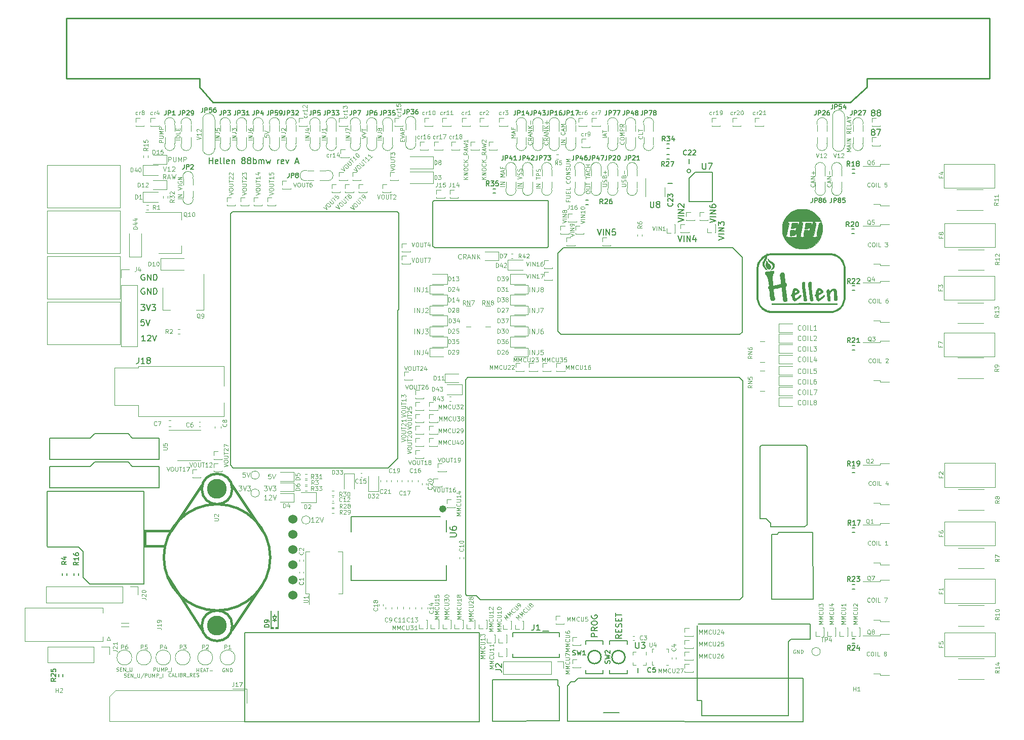
<source format=gto>
G04 #@! TF.GenerationSoftware,KiCad,Pcbnew,(6.0.5)*
G04 #@! TF.CreationDate,2022-06-21T11:33:01+03:00*
G04 #@! TF.ProjectId,hellen88bmw,68656c6c-656e-4383-9862-6d772e6b6963,B*
G04 #@! TF.SameCoordinates,PX3d1b110PY9269338*
G04 #@! TF.FileFunction,Legend,Top*
G04 #@! TF.FilePolarity,Positive*
%FSLAX46Y46*%
G04 Gerber Fmt 4.6, Leading zero omitted, Abs format (unit mm)*
G04 Created by KiCad (PCBNEW (6.0.5)) date 2022-06-21 11:33:01*
%MOMM*%
%LPD*%
G01*
G04 APERTURE LIST*
%ADD10C,0.150000*%
%ADD11C,0.120000*%
%ADD12C,0.100000*%
%ADD13C,0.127000*%
%ADD14C,0.170000*%
%ADD15C,0.200000*%
%ADD16C,0.099060*%
%ADD17C,0.249936*%
%ADD18C,0.203200*%
%ADD19C,0.616000*%
%ADD20C,0.254000*%
%ADD21C,0.002540*%
%ADD22C,0.381000*%
%ADD23C,1.524000*%
%ADD24C,3.302000*%
G04 APERTURE END LIST*
D10*
X16119452Y70026620D02*
X16738500Y70026620D01*
X16405166Y69645667D01*
X16548023Y69645667D01*
X16643261Y69598048D01*
X16690880Y69550429D01*
X16738500Y69455191D01*
X16738500Y69217096D01*
X16690880Y69121858D01*
X16643261Y69074239D01*
X16548023Y69026620D01*
X16262309Y69026620D01*
X16167071Y69074239D01*
X16119452Y69121858D01*
X17024214Y70026620D02*
X17357547Y69026620D01*
X17690880Y70026620D01*
X17928976Y70026620D02*
X18548023Y70026620D01*
X18214690Y69645667D01*
X18357547Y69645667D01*
X18452785Y69598048D01*
X18500404Y69550429D01*
X18548023Y69455191D01*
X18548023Y69217096D01*
X18500404Y69121858D01*
X18452785Y69074239D01*
X18357547Y69026620D01*
X18071833Y69026620D01*
X17976595Y69074239D01*
X17928976Y69121858D01*
X16643261Y67526620D02*
X16167071Y67526620D01*
X16119452Y67050429D01*
X16167071Y67098048D01*
X16262309Y67145667D01*
X16500404Y67145667D01*
X16595642Y67098048D01*
X16643261Y67050429D01*
X16690880Y66955191D01*
X16690880Y66717096D01*
X16643261Y66621858D01*
X16595642Y66574239D01*
X16500404Y66526620D01*
X16262309Y66526620D01*
X16167071Y66574239D01*
X16119452Y66621858D01*
X16976595Y67526620D02*
X17309928Y66526620D01*
X17643261Y67526620D01*
X16838500Y63916620D02*
X16267071Y63916620D01*
X16552785Y63916620D02*
X16552785Y64916620D01*
X16457547Y64773762D01*
X16362309Y64678524D01*
X16267071Y64630905D01*
X17219452Y64821381D02*
X17267071Y64869000D01*
X17362309Y64916620D01*
X17600404Y64916620D01*
X17695642Y64869000D01*
X17743261Y64821381D01*
X17790880Y64726143D01*
X17790880Y64630905D01*
X17743261Y64488048D01*
X17171833Y63916620D01*
X17790880Y63916620D01*
X18076595Y64916620D02*
X18409928Y63916620D01*
X18743261Y64916620D01*
X16702785Y75029000D02*
X16607547Y75076620D01*
X16464690Y75076620D01*
X16321833Y75029000D01*
X16226595Y74933762D01*
X16178976Y74838524D01*
X16131357Y74648048D01*
X16131357Y74505191D01*
X16178976Y74314715D01*
X16226595Y74219477D01*
X16321833Y74124239D01*
X16464690Y74076620D01*
X16559928Y74076620D01*
X16702785Y74124239D01*
X16750404Y74171858D01*
X16750404Y74505191D01*
X16559928Y74505191D01*
X17178976Y74076620D02*
X17178976Y75076620D01*
X17750404Y74076620D01*
X17750404Y75076620D01*
X18226595Y74076620D02*
X18226595Y75076620D01*
X18464690Y75076620D01*
X18607547Y75029000D01*
X18702785Y74933762D01*
X18750404Y74838524D01*
X18798023Y74648048D01*
X18798023Y74505191D01*
X18750404Y74314715D01*
X18702785Y74219477D01*
X18607547Y74124239D01*
X18464690Y74076620D01*
X18226595Y74076620D01*
X138354571Y102142048D02*
X138259333Y102189667D01*
X138211714Y102237286D01*
X138164095Y102332524D01*
X138164095Y102380143D01*
X138211714Y102475381D01*
X138259333Y102523000D01*
X138354571Y102570620D01*
X138545047Y102570620D01*
X138640285Y102523000D01*
X138687904Y102475381D01*
X138735523Y102380143D01*
X138735523Y102332524D01*
X138687904Y102237286D01*
X138640285Y102189667D01*
X138545047Y102142048D01*
X138354571Y102142048D01*
X138259333Y102094429D01*
X138211714Y102046810D01*
X138164095Y101951572D01*
X138164095Y101761096D01*
X138211714Y101665858D01*
X138259333Y101618239D01*
X138354571Y101570620D01*
X138545047Y101570620D01*
X138640285Y101618239D01*
X138687904Y101665858D01*
X138735523Y101761096D01*
X138735523Y101951572D01*
X138687904Y102046810D01*
X138640285Y102094429D01*
X138545047Y102142048D01*
X139306952Y102142048D02*
X139211714Y102189667D01*
X139164095Y102237286D01*
X139116476Y102332524D01*
X139116476Y102380143D01*
X139164095Y102475381D01*
X139211714Y102523000D01*
X139306952Y102570620D01*
X139497428Y102570620D01*
X139592666Y102523000D01*
X139640285Y102475381D01*
X139687904Y102380143D01*
X139687904Y102332524D01*
X139640285Y102237286D01*
X139592666Y102189667D01*
X139497428Y102142048D01*
X139306952Y102142048D01*
X139211714Y102094429D01*
X139164095Y102046810D01*
X139116476Y101951572D01*
X139116476Y101761096D01*
X139164095Y101665858D01*
X139211714Y101618239D01*
X139306952Y101570620D01*
X139497428Y101570620D01*
X139592666Y101618239D01*
X139640285Y101665858D01*
X139687904Y101761096D01*
X139687904Y101951572D01*
X139640285Y102046810D01*
X139592666Y102094429D01*
X139497428Y102142048D01*
D11*
X81071238Y61661096D02*
X81071238Y62461096D01*
X81452190Y61661096D02*
X81452190Y62461096D01*
X81909333Y61661096D01*
X81909333Y62461096D01*
X82518857Y62461096D02*
X82518857Y61889667D01*
X82480761Y61775381D01*
X82404571Y61699191D01*
X82290285Y61661096D01*
X82214095Y61661096D01*
X83280761Y62461096D02*
X82899809Y62461096D01*
X82861714Y62080143D01*
X82899809Y62118239D01*
X82976000Y62156334D01*
X83166476Y62156334D01*
X83242666Y62118239D01*
X83280761Y62080143D01*
X83318857Y62003953D01*
X83318857Y61813477D01*
X83280761Y61737286D01*
X83242666Y61699191D01*
X83166476Y61661096D01*
X82976000Y61661096D01*
X82899809Y61699191D01*
X82861714Y61737286D01*
X37773619Y41711096D02*
X37392666Y41711096D01*
X37354571Y41330143D01*
X37392666Y41368239D01*
X37468857Y41406334D01*
X37659333Y41406334D01*
X37735523Y41368239D01*
X37773619Y41330143D01*
X37811714Y41253953D01*
X37811714Y41063477D01*
X37773619Y40987286D01*
X37735523Y40949191D01*
X37659333Y40911096D01*
X37468857Y40911096D01*
X37392666Y40949191D01*
X37354571Y40987286D01*
X38040285Y41711096D02*
X38306952Y40911096D01*
X38573619Y41711096D01*
D12*
X93242666Y89806334D02*
X93809333Y89806334D01*
X93876000Y89839667D01*
X93909333Y89873000D01*
X93942666Y89939667D01*
X93942666Y90073000D01*
X93909333Y90139667D01*
X93876000Y90173000D01*
X93809333Y90206334D01*
X93242666Y90206334D01*
X93909333Y90506334D02*
X93942666Y90606334D01*
X93942666Y90773000D01*
X93909333Y90839667D01*
X93876000Y90873000D01*
X93809333Y90906334D01*
X93742666Y90906334D01*
X93676000Y90873000D01*
X93642666Y90839667D01*
X93609333Y90773000D01*
X93576000Y90639667D01*
X93542666Y90573000D01*
X93509333Y90539667D01*
X93442666Y90506334D01*
X93376000Y90506334D01*
X93309333Y90539667D01*
X93276000Y90573000D01*
X93242666Y90639667D01*
X93242666Y90806334D01*
X93276000Y90906334D01*
X93576000Y91439667D02*
X93609333Y91539667D01*
X93642666Y91573000D01*
X93709333Y91606334D01*
X93809333Y91606334D01*
X93876000Y91573000D01*
X93909333Y91539667D01*
X93942666Y91473000D01*
X93942666Y91206334D01*
X93242666Y91206334D01*
X93242666Y91439667D01*
X93276000Y91506334D01*
X93309333Y91539667D01*
X93376000Y91573000D01*
X93442666Y91573000D01*
X93509333Y91539667D01*
X93542666Y91506334D01*
X93576000Y91439667D01*
X93576000Y91206334D01*
X93676000Y91906334D02*
X93676000Y92439667D01*
X93942666Y92173000D02*
X93409333Y92173000D01*
X99876000Y98189667D02*
X99909333Y98156334D01*
X99942666Y98056334D01*
X99942666Y97989667D01*
X99909333Y97889667D01*
X99842666Y97823000D01*
X99776000Y97789667D01*
X99642666Y97756334D01*
X99542666Y97756334D01*
X99409333Y97789667D01*
X99342666Y97823000D01*
X99276000Y97889667D01*
X99242666Y97989667D01*
X99242666Y98056334D01*
X99276000Y98156334D01*
X99309333Y98189667D01*
X99942666Y98823000D02*
X99942666Y98489667D01*
X99242666Y98489667D01*
X99242666Y98956334D02*
X99242666Y99356334D01*
X99942666Y99156334D02*
X99242666Y99156334D01*
X128926000Y95306334D02*
X129159333Y94606334D01*
X129392666Y95306334D01*
X129992666Y94606334D02*
X129592666Y94606334D01*
X129792666Y94606334D02*
X129792666Y95306334D01*
X129726000Y95206334D01*
X129659333Y95139667D01*
X129592666Y95106334D01*
X130259333Y95239667D02*
X130292666Y95273000D01*
X130359333Y95306334D01*
X130526000Y95306334D01*
X130592666Y95273000D01*
X130626000Y95239667D01*
X130659333Y95173000D01*
X130659333Y95106334D01*
X130626000Y95006334D01*
X130226000Y94606334D01*
X130659333Y94606334D01*
X34742666Y97556334D02*
X34042666Y97556334D01*
X34742666Y97889667D02*
X34042666Y97889667D01*
X34742666Y98289667D01*
X34042666Y98289667D01*
X34042666Y98823000D02*
X34542666Y98823000D01*
X34642666Y98789667D01*
X34709333Y98723000D01*
X34742666Y98623000D01*
X34742666Y98556334D01*
X34042666Y99456334D02*
X34042666Y99323000D01*
X34076000Y99256334D01*
X34109333Y99223000D01*
X34209333Y99156334D01*
X34342666Y99123000D01*
X34609333Y99123000D01*
X34676000Y99156334D01*
X34709333Y99189667D01*
X34742666Y99256334D01*
X34742666Y99389667D01*
X34709333Y99456334D01*
X34676000Y99489667D01*
X34609333Y99523000D01*
X34442666Y99523000D01*
X34376000Y99489667D01*
X34342666Y99456334D01*
X34309333Y99389667D01*
X34309333Y99256334D01*
X34342666Y99189667D01*
X34376000Y99156334D01*
X34442666Y99123000D01*
D11*
X45030761Y33661096D02*
X44573619Y33661096D01*
X44802190Y33661096D02*
X44802190Y34461096D01*
X44726000Y34346810D01*
X44649809Y34270620D01*
X44573619Y34232524D01*
X45335523Y34384905D02*
X45373619Y34423000D01*
X45449809Y34461096D01*
X45640285Y34461096D01*
X45716476Y34423000D01*
X45754571Y34384905D01*
X45792666Y34308715D01*
X45792666Y34232524D01*
X45754571Y34118239D01*
X45297428Y33661096D01*
X45792666Y33661096D01*
X46021238Y34461096D02*
X46287904Y33661096D01*
X46554571Y34461096D01*
D12*
X76842666Y89789667D02*
X76142666Y89789667D01*
X76842666Y90123000D02*
X76142666Y90123000D01*
X76842666Y90523000D01*
X76142666Y90523000D01*
X76842666Y91389667D02*
X76142666Y91389667D01*
X76642666Y91623000D01*
X76142666Y91856334D01*
X76842666Y91856334D01*
X76642666Y92156334D02*
X76642666Y92489667D01*
X76842666Y92089667D02*
X76142666Y92323000D01*
X76842666Y92556334D01*
X76476000Y93023000D02*
X76476000Y92789667D01*
X76842666Y92789667D02*
X76142666Y92789667D01*
X76142666Y93123000D01*
D11*
X126359333Y65837286D02*
X126321238Y65799191D01*
X126206952Y65761096D01*
X126130761Y65761096D01*
X126016476Y65799191D01*
X125940285Y65875381D01*
X125902190Y65951572D01*
X125864095Y66103953D01*
X125864095Y66218239D01*
X125902190Y66370620D01*
X125940285Y66446810D01*
X126016476Y66523000D01*
X126130761Y66561096D01*
X126206952Y66561096D01*
X126321238Y66523000D01*
X126359333Y66484905D01*
X126854571Y66561096D02*
X127006952Y66561096D01*
X127083142Y66523000D01*
X127159333Y66446810D01*
X127197428Y66294429D01*
X127197428Y66027762D01*
X127159333Y65875381D01*
X127083142Y65799191D01*
X127006952Y65761096D01*
X126854571Y65761096D01*
X126778380Y65799191D01*
X126702190Y65875381D01*
X126664095Y66027762D01*
X126664095Y66294429D01*
X126702190Y66446810D01*
X126778380Y66523000D01*
X126854571Y66561096D01*
X127540285Y65761096D02*
X127540285Y66561096D01*
X128302190Y65761096D02*
X127921238Y65761096D01*
X127921238Y66561096D01*
X128987904Y65761096D02*
X128530761Y65761096D01*
X128759333Y65761096D02*
X128759333Y66561096D01*
X128683142Y66446810D01*
X128606952Y66370620D01*
X128530761Y66332524D01*
D12*
X125468857Y12323000D02*
X125411714Y12351572D01*
X125326000Y12351572D01*
X125240285Y12323000D01*
X125183142Y12265858D01*
X125154571Y12208715D01*
X125126000Y12094429D01*
X125126000Y12008715D01*
X125154571Y11894429D01*
X125183142Y11837286D01*
X125240285Y11780143D01*
X125326000Y11751572D01*
X125383142Y11751572D01*
X125468857Y11780143D01*
X125497428Y11808715D01*
X125497428Y12008715D01*
X125383142Y12008715D01*
X125754571Y11751572D02*
X125754571Y12351572D01*
X126097428Y11751572D01*
X126097428Y12351572D01*
X126383142Y11751572D02*
X126383142Y12351572D01*
X126526000Y12351572D01*
X126611714Y12323000D01*
X126668857Y12265858D01*
X126697428Y12208715D01*
X126726000Y12094429D01*
X126726000Y12008715D01*
X126697428Y11894429D01*
X126668857Y11837286D01*
X126611714Y11780143D01*
X126526000Y11751572D01*
X126383142Y11751572D01*
D11*
X61821238Y65161096D02*
X61821238Y65961096D01*
X62202190Y65161096D02*
X62202190Y65961096D01*
X62659333Y65161096D01*
X62659333Y65961096D01*
X63268857Y65961096D02*
X63268857Y65389667D01*
X63230761Y65275381D01*
X63154571Y65199191D01*
X63040285Y65161096D01*
X62964095Y65161096D01*
X63573619Y65961096D02*
X64068857Y65961096D01*
X63802190Y65656334D01*
X63916476Y65656334D01*
X63992666Y65618239D01*
X64030761Y65580143D01*
X64068857Y65503953D01*
X64068857Y65313477D01*
X64030761Y65237286D01*
X63992666Y65199191D01*
X63916476Y65161096D01*
X63687904Y65161096D01*
X63611714Y65199191D01*
X63573619Y65237286D01*
D12*
X138126000Y60373000D02*
X138092666Y60339667D01*
X137992666Y60306334D01*
X137926000Y60306334D01*
X137826000Y60339667D01*
X137759333Y60406334D01*
X137726000Y60473000D01*
X137692666Y60606334D01*
X137692666Y60706334D01*
X137726000Y60839667D01*
X137759333Y60906334D01*
X137826000Y60973000D01*
X137926000Y61006334D01*
X137992666Y61006334D01*
X138092666Y60973000D01*
X138126000Y60939667D01*
X138559333Y61006334D02*
X138692666Y61006334D01*
X138759333Y60973000D01*
X138826000Y60906334D01*
X138859333Y60773000D01*
X138859333Y60539667D01*
X138826000Y60406334D01*
X138759333Y60339667D01*
X138692666Y60306334D01*
X138559333Y60306334D01*
X138492666Y60339667D01*
X138426000Y60406334D01*
X138392666Y60539667D01*
X138392666Y60773000D01*
X138426000Y60906334D01*
X138492666Y60973000D01*
X138559333Y61006334D01*
X139159333Y60306334D02*
X139159333Y61006334D01*
X139826000Y60306334D02*
X139492666Y60306334D01*
X139492666Y61006334D01*
X140559333Y60939667D02*
X140592666Y60973000D01*
X140659333Y61006334D01*
X140826000Y61006334D01*
X140892666Y60973000D01*
X140926000Y60939667D01*
X140959333Y60873000D01*
X140959333Y60806334D01*
X140926000Y60706334D01*
X140526000Y60306334D01*
X140959333Y60306334D01*
X138026000Y79773000D02*
X137992666Y79739667D01*
X137892666Y79706334D01*
X137826000Y79706334D01*
X137726000Y79739667D01*
X137659333Y79806334D01*
X137626000Y79873000D01*
X137592666Y80006334D01*
X137592666Y80106334D01*
X137626000Y80239667D01*
X137659333Y80306334D01*
X137726000Y80373000D01*
X137826000Y80406334D01*
X137892666Y80406334D01*
X137992666Y80373000D01*
X138026000Y80339667D01*
X138459333Y80406334D02*
X138592666Y80406334D01*
X138659333Y80373000D01*
X138726000Y80306334D01*
X138759333Y80173000D01*
X138759333Y79939667D01*
X138726000Y79806334D01*
X138659333Y79739667D01*
X138592666Y79706334D01*
X138459333Y79706334D01*
X138392666Y79739667D01*
X138326000Y79806334D01*
X138292666Y79939667D01*
X138292666Y80173000D01*
X138326000Y80306334D01*
X138392666Y80373000D01*
X138459333Y80406334D01*
X139059333Y79706334D02*
X139059333Y80406334D01*
X139726000Y79706334D02*
X139392666Y79706334D01*
X139392666Y80406334D01*
X140426000Y80406334D02*
X140859333Y80406334D01*
X140626000Y80139667D01*
X140726000Y80139667D01*
X140792666Y80106334D01*
X140826000Y80073000D01*
X140859333Y80006334D01*
X140859333Y79839667D01*
X140826000Y79773000D01*
X140792666Y79739667D01*
X140726000Y79706334D01*
X140526000Y79706334D01*
X140459333Y79739667D01*
X140426000Y79773000D01*
X96442666Y89806334D02*
X97009333Y89806334D01*
X97076000Y89839667D01*
X97109333Y89873000D01*
X97142666Y89939667D01*
X97142666Y90073000D01*
X97109333Y90139667D01*
X97076000Y90173000D01*
X97009333Y90206334D01*
X96442666Y90206334D01*
X97109333Y90506334D02*
X97142666Y90606334D01*
X97142666Y90773000D01*
X97109333Y90839667D01*
X97076000Y90873000D01*
X97009333Y90906334D01*
X96942666Y90906334D01*
X96876000Y90873000D01*
X96842666Y90839667D01*
X96809333Y90773000D01*
X96776000Y90639667D01*
X96742666Y90573000D01*
X96709333Y90539667D01*
X96642666Y90506334D01*
X96576000Y90506334D01*
X96509333Y90539667D01*
X96476000Y90573000D01*
X96442666Y90639667D01*
X96442666Y90806334D01*
X96476000Y90906334D01*
X96776000Y91439667D02*
X96809333Y91539667D01*
X96842666Y91573000D01*
X96909333Y91606334D01*
X97009333Y91606334D01*
X97076000Y91573000D01*
X97109333Y91539667D01*
X97142666Y91473000D01*
X97142666Y91206334D01*
X96442666Y91206334D01*
X96442666Y91439667D01*
X96476000Y91506334D01*
X96509333Y91539667D01*
X96576000Y91573000D01*
X96642666Y91573000D01*
X96709333Y91539667D01*
X96742666Y91506334D01*
X96776000Y91439667D01*
X96776000Y91206334D01*
X96876000Y91906334D02*
X96876000Y92439667D01*
X131826000Y95306334D02*
X132059333Y94606334D01*
X132292666Y95306334D01*
X132892666Y94606334D02*
X132492666Y94606334D01*
X132692666Y94606334D02*
X132692666Y95306334D01*
X132626000Y95206334D01*
X132559333Y95139667D01*
X132492666Y95106334D01*
X133159333Y95239667D02*
X133192666Y95273000D01*
X133259333Y95306334D01*
X133426000Y95306334D01*
X133492666Y95273000D01*
X133526000Y95239667D01*
X133559333Y95173000D01*
X133559333Y95106334D01*
X133526000Y95006334D01*
X133126000Y94606334D01*
X133559333Y94606334D01*
X19842666Y97123000D02*
X19142666Y97123000D01*
X19142666Y97389667D01*
X19176000Y97456334D01*
X19209333Y97489667D01*
X19276000Y97523000D01*
X19376000Y97523000D01*
X19442666Y97489667D01*
X19476000Y97456334D01*
X19509333Y97389667D01*
X19509333Y97123000D01*
X19142666Y97823000D02*
X19709333Y97823000D01*
X19776000Y97856334D01*
X19809333Y97889667D01*
X19842666Y97956334D01*
X19842666Y98089667D01*
X19809333Y98156334D01*
X19776000Y98189667D01*
X19709333Y98223000D01*
X19142666Y98223000D01*
X19842666Y98556334D02*
X19142666Y98556334D01*
X19642666Y98789667D01*
X19142666Y99023000D01*
X19842666Y99023000D01*
X19842666Y99356334D02*
X19142666Y99356334D01*
X19142666Y99623000D01*
X19176000Y99689667D01*
X19209333Y99723000D01*
X19276000Y99756334D01*
X19376000Y99756334D01*
X19442666Y99723000D01*
X19476000Y99689667D01*
X19509333Y99623000D01*
X19509333Y99356334D01*
X18240285Y8751572D02*
X18240285Y9351572D01*
X18468857Y9351572D01*
X18526000Y9323000D01*
X18554571Y9294429D01*
X18583142Y9237286D01*
X18583142Y9151572D01*
X18554571Y9094429D01*
X18526000Y9065858D01*
X18468857Y9037286D01*
X18240285Y9037286D01*
X18840285Y9351572D02*
X18840285Y8865858D01*
X18868857Y8808715D01*
X18897428Y8780143D01*
X18954571Y8751572D01*
X19068857Y8751572D01*
X19126000Y8780143D01*
X19154571Y8808715D01*
X19183142Y8865858D01*
X19183142Y9351572D01*
X19468857Y8751572D02*
X19468857Y9351572D01*
X19668857Y8923000D01*
X19868857Y9351572D01*
X19868857Y8751572D01*
X20154571Y8751572D02*
X20154571Y9351572D01*
X20383142Y9351572D01*
X20440285Y9323000D01*
X20468857Y9294429D01*
X20497428Y9237286D01*
X20497428Y9151572D01*
X20468857Y9094429D01*
X20440285Y9065858D01*
X20383142Y9037286D01*
X20154571Y9037286D01*
X20611714Y8694429D02*
X21068857Y8694429D01*
X21211714Y8751572D02*
X21211714Y9351572D01*
D10*
X96452180Y14847820D02*
X95975990Y14514486D01*
X96452180Y14276391D02*
X95452180Y14276391D01*
X95452180Y14657343D01*
X95499800Y14752581D01*
X95547419Y14800200D01*
X95642657Y14847820D01*
X95785514Y14847820D01*
X95880752Y14800200D01*
X95928371Y14752581D01*
X95975990Y14657343D01*
X95975990Y14276391D01*
X95928371Y15276391D02*
X95928371Y15609724D01*
X96452180Y15752581D02*
X96452180Y15276391D01*
X95452180Y15276391D01*
X95452180Y15752581D01*
X96404561Y16133534D02*
X96452180Y16276391D01*
X96452180Y16514486D01*
X96404561Y16609724D01*
X96356942Y16657343D01*
X96261704Y16704962D01*
X96166466Y16704962D01*
X96071228Y16657343D01*
X96023609Y16609724D01*
X95975990Y16514486D01*
X95928371Y16324010D01*
X95880752Y16228772D01*
X95833133Y16181153D01*
X95737895Y16133534D01*
X95642657Y16133534D01*
X95547419Y16181153D01*
X95499800Y16228772D01*
X95452180Y16324010D01*
X95452180Y16562105D01*
X95499800Y16704962D01*
X95928371Y17133534D02*
X95928371Y17466867D01*
X96452180Y17609724D02*
X96452180Y17133534D01*
X95452180Y17133534D01*
X95452180Y17609724D01*
X95452180Y17895439D02*
X95452180Y18466867D01*
X96452180Y18181153D02*
X95452180Y18181153D01*
D11*
X36685523Y39711096D02*
X37180761Y39711096D01*
X36914095Y39406334D01*
X37028380Y39406334D01*
X37104571Y39368239D01*
X37142666Y39330143D01*
X37180761Y39253953D01*
X37180761Y39063477D01*
X37142666Y38987286D01*
X37104571Y38949191D01*
X37028380Y38911096D01*
X36799809Y38911096D01*
X36723619Y38949191D01*
X36685523Y38987286D01*
X37409333Y39711096D02*
X37676000Y38911096D01*
X37942666Y39711096D01*
X38133142Y39711096D02*
X38628380Y39711096D01*
X38361714Y39406334D01*
X38476000Y39406334D01*
X38552190Y39368239D01*
X38590285Y39330143D01*
X38628380Y39253953D01*
X38628380Y39063477D01*
X38590285Y38987286D01*
X38552190Y38949191D01*
X38476000Y38911096D01*
X38247428Y38911096D01*
X38171238Y38949191D01*
X38133142Y38987286D01*
D12*
X138126000Y70373000D02*
X138092666Y70339667D01*
X137992666Y70306334D01*
X137926000Y70306334D01*
X137826000Y70339667D01*
X137759333Y70406334D01*
X137726000Y70473000D01*
X137692666Y70606334D01*
X137692666Y70706334D01*
X137726000Y70839667D01*
X137759333Y70906334D01*
X137826000Y70973000D01*
X137926000Y71006334D01*
X137992666Y71006334D01*
X138092666Y70973000D01*
X138126000Y70939667D01*
X138559333Y71006334D02*
X138692666Y71006334D01*
X138759333Y70973000D01*
X138826000Y70906334D01*
X138859333Y70773000D01*
X138859333Y70539667D01*
X138826000Y70406334D01*
X138759333Y70339667D01*
X138692666Y70306334D01*
X138559333Y70306334D01*
X138492666Y70339667D01*
X138426000Y70406334D01*
X138392666Y70539667D01*
X138392666Y70773000D01*
X138426000Y70906334D01*
X138492666Y70973000D01*
X138559333Y71006334D01*
X139159333Y70306334D02*
X139159333Y71006334D01*
X139826000Y70306334D02*
X139492666Y70306334D01*
X139492666Y71006334D01*
X140892666Y71006334D02*
X140759333Y71006334D01*
X140692666Y70973000D01*
X140659333Y70939667D01*
X140592666Y70839667D01*
X140559333Y70706334D01*
X140559333Y70439667D01*
X140592666Y70373000D01*
X140626000Y70339667D01*
X140692666Y70306334D01*
X140826000Y70306334D01*
X140892666Y70339667D01*
X140926000Y70373000D01*
X140959333Y70439667D01*
X140959333Y70606334D01*
X140926000Y70673000D01*
X140892666Y70706334D01*
X140826000Y70739667D01*
X140692666Y70739667D01*
X140626000Y70706334D01*
X140592666Y70673000D01*
X140559333Y70606334D01*
D11*
X20690285Y93911096D02*
X20690285Y94711096D01*
X20995047Y94711096D01*
X21071238Y94673000D01*
X21109333Y94634905D01*
X21147428Y94558715D01*
X21147428Y94444429D01*
X21109333Y94368239D01*
X21071238Y94330143D01*
X20995047Y94292048D01*
X20690285Y94292048D01*
X21490285Y94711096D02*
X21490285Y94063477D01*
X21528380Y93987286D01*
X21566476Y93949191D01*
X21642666Y93911096D01*
X21795047Y93911096D01*
X21871238Y93949191D01*
X21909333Y93987286D01*
X21947428Y94063477D01*
X21947428Y94711096D01*
X22328380Y93911096D02*
X22328380Y94711096D01*
X22595047Y94139667D01*
X22861714Y94711096D01*
X22861714Y93911096D01*
X23242666Y93911096D02*
X23242666Y94711096D01*
X23547428Y94711096D01*
X23623619Y94673000D01*
X23661714Y94634905D01*
X23699809Y94558715D01*
X23699809Y94444429D01*
X23661714Y94368239D01*
X23623619Y94330143D01*
X23547428Y94292048D01*
X23242666Y94292048D01*
X61821238Y68661096D02*
X61821238Y69461096D01*
X62202190Y68661096D02*
X62202190Y69461096D01*
X62659333Y68661096D01*
X62659333Y69461096D01*
X63268857Y69461096D02*
X63268857Y68889667D01*
X63230761Y68775381D01*
X63154571Y68699191D01*
X63040285Y68661096D01*
X62964095Y68661096D01*
X63611714Y69384905D02*
X63649809Y69423000D01*
X63726000Y69461096D01*
X63916476Y69461096D01*
X63992666Y69423000D01*
X64030761Y69384905D01*
X64068857Y69308715D01*
X64068857Y69232524D01*
X64030761Y69118239D01*
X63573619Y68661096D01*
X64068857Y68661096D01*
D12*
X93942666Y97956334D02*
X93242666Y97956334D01*
X93742666Y98256334D02*
X93742666Y98589667D01*
X93942666Y98189667D02*
X93242666Y98423000D01*
X93942666Y98656334D01*
X93242666Y98789667D02*
X93242666Y99189667D01*
X93942666Y98989667D02*
X93242666Y98989667D01*
D10*
X92378380Y14514486D02*
X91378380Y14514486D01*
X91378380Y14895439D01*
X91426000Y14990677D01*
X91473619Y15038296D01*
X91568857Y15085915D01*
X91711714Y15085915D01*
X91806952Y15038296D01*
X91854571Y14990677D01*
X91902190Y14895439D01*
X91902190Y14514486D01*
X92378380Y16085915D02*
X91902190Y15752581D01*
X92378380Y15514486D02*
X91378380Y15514486D01*
X91378380Y15895439D01*
X91426000Y15990677D01*
X91473619Y16038296D01*
X91568857Y16085915D01*
X91711714Y16085915D01*
X91806952Y16038296D01*
X91854571Y15990677D01*
X91902190Y15895439D01*
X91902190Y15514486D01*
X91378380Y16704962D02*
X91378380Y16895439D01*
X91426000Y16990677D01*
X91521238Y17085915D01*
X91711714Y17133534D01*
X92045047Y17133534D01*
X92235523Y17085915D01*
X92330761Y16990677D01*
X92378380Y16895439D01*
X92378380Y16704962D01*
X92330761Y16609724D01*
X92235523Y16514486D01*
X92045047Y16466867D01*
X91711714Y16466867D01*
X91521238Y16514486D01*
X91426000Y16609724D01*
X91378380Y16704962D01*
X91426000Y18085915D02*
X91378380Y17990677D01*
X91378380Y17847820D01*
X91426000Y17704962D01*
X91521238Y17609724D01*
X91616476Y17562105D01*
X91806952Y17514486D01*
X91949809Y17514486D01*
X92140285Y17562105D01*
X92235523Y17609724D01*
X92330761Y17704962D01*
X92378380Y17847820D01*
X92378380Y17943058D01*
X92330761Y18085915D01*
X92283142Y18133534D01*
X91949809Y18133534D01*
X91949809Y17943058D01*
D12*
X90442666Y88773000D02*
X90442666Y88906334D01*
X90476000Y88973000D01*
X90542666Y89039667D01*
X90676000Y89073000D01*
X90909333Y89073000D01*
X91042666Y89039667D01*
X91109333Y88973000D01*
X91142666Y88906334D01*
X91142666Y88773000D01*
X91109333Y88706334D01*
X91042666Y88639667D01*
X90909333Y88606334D01*
X90676000Y88606334D01*
X90542666Y88639667D01*
X90476000Y88706334D01*
X90442666Y88773000D01*
X90442666Y89373000D02*
X91009333Y89373000D01*
X91076000Y89406334D01*
X91109333Y89439667D01*
X91142666Y89506334D01*
X91142666Y89639667D01*
X91109333Y89706334D01*
X91076000Y89739667D01*
X91009333Y89773000D01*
X90442666Y89773000D01*
X90442666Y90006334D02*
X90442666Y90406334D01*
X91142666Y90206334D02*
X90442666Y90206334D01*
X90442666Y91073000D02*
X90442666Y91473000D01*
X91142666Y91273000D02*
X90442666Y91273000D01*
X90942666Y91673000D02*
X90942666Y92006334D01*
X91142666Y91606334D02*
X90442666Y91839667D01*
X91142666Y92073000D01*
X91076000Y92706334D02*
X91109333Y92673000D01*
X91142666Y92573000D01*
X91142666Y92506334D01*
X91109333Y92406334D01*
X91042666Y92339667D01*
X90976000Y92306334D01*
X90842666Y92273000D01*
X90742666Y92273000D01*
X90609333Y92306334D01*
X90542666Y92339667D01*
X90476000Y92406334D01*
X90442666Y92506334D01*
X90442666Y92573000D01*
X90476000Y92673000D01*
X90509333Y92706334D01*
X91142666Y93006334D02*
X90442666Y93006334D01*
X90776000Y93006334D02*
X90776000Y93406334D01*
X91142666Y93406334D02*
X90442666Y93406334D01*
D10*
X16702785Y72729000D02*
X16607547Y72776620D01*
X16464690Y72776620D01*
X16321833Y72729000D01*
X16226595Y72633762D01*
X16178976Y72538524D01*
X16131357Y72348048D01*
X16131357Y72205191D01*
X16178976Y72014715D01*
X16226595Y71919477D01*
X16321833Y71824239D01*
X16464690Y71776620D01*
X16559928Y71776620D01*
X16702785Y71824239D01*
X16750404Y71871858D01*
X16750404Y72205191D01*
X16559928Y72205191D01*
X17178976Y71776620D02*
X17178976Y72776620D01*
X17750404Y71776620D01*
X17750404Y72776620D01*
X18226595Y71776620D02*
X18226595Y72776620D01*
X18464690Y72776620D01*
X18607547Y72729000D01*
X18702785Y72633762D01*
X18750404Y72538524D01*
X18798023Y72348048D01*
X18798023Y72205191D01*
X18750404Y72014715D01*
X18702785Y71919477D01*
X18607547Y71824239D01*
X18464690Y71776620D01*
X18226595Y71776620D01*
D12*
X30068857Y9223000D02*
X30011714Y9251572D01*
X29926000Y9251572D01*
X29840285Y9223000D01*
X29783142Y9165858D01*
X29754571Y9108715D01*
X29726000Y8994429D01*
X29726000Y8908715D01*
X29754571Y8794429D01*
X29783142Y8737286D01*
X29840285Y8680143D01*
X29926000Y8651572D01*
X29983142Y8651572D01*
X30068857Y8680143D01*
X30097428Y8708715D01*
X30097428Y8908715D01*
X29983142Y8908715D01*
X30354571Y8651572D02*
X30354571Y9251572D01*
X30697428Y8651572D01*
X30697428Y9251572D01*
X30983142Y8651572D02*
X30983142Y9251572D01*
X31126000Y9251572D01*
X31211714Y9223000D01*
X31268857Y9165858D01*
X31297428Y9108715D01*
X31326000Y8994429D01*
X31326000Y8908715D01*
X31297428Y8794429D01*
X31268857Y8737286D01*
X31211714Y8680143D01*
X31126000Y8651572D01*
X30983142Y8651572D01*
X56342666Y97556334D02*
X55642666Y97556334D01*
X56342666Y97889667D02*
X55642666Y97889667D01*
X56342666Y98289667D01*
X55642666Y98289667D01*
X55642666Y98823000D02*
X56142666Y98823000D01*
X56242666Y98789667D01*
X56309333Y98723000D01*
X56342666Y98623000D01*
X56342666Y98556334D01*
X55942666Y99256334D02*
X55909333Y99189667D01*
X55876000Y99156334D01*
X55809333Y99123000D01*
X55776000Y99123000D01*
X55709333Y99156334D01*
X55676000Y99189667D01*
X55642666Y99256334D01*
X55642666Y99389667D01*
X55676000Y99456334D01*
X55709333Y99489667D01*
X55776000Y99523000D01*
X55809333Y99523000D01*
X55876000Y99489667D01*
X55909333Y99456334D01*
X55942666Y99389667D01*
X55942666Y99256334D01*
X55976000Y99189667D01*
X56009333Y99156334D01*
X56076000Y99123000D01*
X56209333Y99123000D01*
X56276000Y99156334D01*
X56309333Y99189667D01*
X56342666Y99256334D01*
X56342666Y99389667D01*
X56309333Y99456334D01*
X56276000Y99489667D01*
X56209333Y99523000D01*
X56076000Y99523000D01*
X56009333Y99489667D01*
X55976000Y99456334D01*
X55942666Y99389667D01*
X25442666Y97623000D02*
X26142666Y97856334D01*
X25442666Y98089667D01*
X26142666Y98689667D02*
X26142666Y98289667D01*
X26142666Y98489667D02*
X25442666Y98489667D01*
X25542666Y98423000D01*
X25609333Y98356334D01*
X25642666Y98289667D01*
X25509333Y98956334D02*
X25476000Y98989667D01*
X25442666Y99056334D01*
X25442666Y99223000D01*
X25476000Y99289667D01*
X25509333Y99323000D01*
X25576000Y99356334D01*
X25642666Y99356334D01*
X25742666Y99323000D01*
X26142666Y98923000D01*
X26142666Y99356334D01*
X31992666Y97556334D02*
X31292666Y97556334D01*
X31992666Y97889667D02*
X31292666Y97889667D01*
X31992666Y98289667D01*
X31292666Y98289667D01*
X31292666Y98823000D02*
X31792666Y98823000D01*
X31892666Y98789667D01*
X31959333Y98723000D01*
X31992666Y98623000D01*
X31992666Y98556334D01*
X31292666Y99089667D02*
X31292666Y99523000D01*
X31559333Y99289667D01*
X31559333Y99389667D01*
X31592666Y99456334D01*
X31626000Y99489667D01*
X31692666Y99523000D01*
X31859333Y99523000D01*
X31926000Y99489667D01*
X31959333Y99456334D01*
X31992666Y99389667D01*
X31992666Y99189667D01*
X31959333Y99123000D01*
X31926000Y99089667D01*
X78642666Y97939667D02*
X77942666Y97939667D01*
X78442666Y98173000D01*
X77942666Y98406334D01*
X78642666Y98406334D01*
X78442666Y98706334D02*
X78442666Y99039667D01*
X78642666Y98639667D02*
X77942666Y98873000D01*
X78642666Y99106334D01*
X78276000Y99573000D02*
X78276000Y99339667D01*
X78642666Y99339667D02*
X77942666Y99339667D01*
X77942666Y99673000D01*
X52992666Y97823000D02*
X53692666Y98056334D01*
X52992666Y98289667D01*
X52992666Y98423000D02*
X53692666Y98656334D01*
X52992666Y98889667D01*
X52992666Y99023000D02*
X52992666Y99423000D01*
X53692666Y99223000D02*
X52992666Y99223000D01*
X86942666Y96839667D02*
X86242666Y96839667D01*
X86942666Y97173000D02*
X86242666Y97173000D01*
X86942666Y97573000D01*
X86242666Y97573000D01*
X86876000Y98839667D02*
X86909333Y98806334D01*
X86942666Y98706334D01*
X86942666Y98639667D01*
X86909333Y98539667D01*
X86842666Y98473000D01*
X86776000Y98439667D01*
X86642666Y98406334D01*
X86542666Y98406334D01*
X86409333Y98439667D01*
X86342666Y98473000D01*
X86276000Y98539667D01*
X86242666Y98639667D01*
X86242666Y98706334D01*
X86276000Y98806334D01*
X86309333Y98839667D01*
X86742666Y99106334D02*
X86742666Y99439667D01*
X86942666Y99039667D02*
X86242666Y99273000D01*
X86942666Y99506334D01*
X86942666Y99739667D02*
X86242666Y99739667D01*
X86742666Y99973000D01*
X86242666Y100206334D01*
X86942666Y100206334D01*
X79742666Y89523000D02*
X79042666Y89523000D01*
X79742666Y89856334D02*
X79042666Y89856334D01*
X79742666Y90256334D01*
X79042666Y90256334D01*
X79042666Y91023000D02*
X79742666Y91256334D01*
X79042666Y91489667D01*
X79709333Y91689667D02*
X79742666Y91789667D01*
X79742666Y91956334D01*
X79709333Y92023000D01*
X79676000Y92056334D01*
X79609333Y92089667D01*
X79542666Y92089667D01*
X79476000Y92056334D01*
X79442666Y92023000D01*
X79409333Y91956334D01*
X79376000Y91823000D01*
X79342666Y91756334D01*
X79309333Y91723000D01*
X79242666Y91689667D01*
X79176000Y91689667D01*
X79109333Y91723000D01*
X79076000Y91756334D01*
X79042666Y91823000D01*
X79042666Y91989667D01*
X79076000Y92089667D01*
X79709333Y92356334D02*
X79742666Y92456334D01*
X79742666Y92623000D01*
X79709333Y92689667D01*
X79676000Y92723000D01*
X79609333Y92756334D01*
X79542666Y92756334D01*
X79476000Y92723000D01*
X79442666Y92689667D01*
X79409333Y92623000D01*
X79376000Y92489667D01*
X79342666Y92423000D01*
X79309333Y92389667D01*
X79242666Y92356334D01*
X79176000Y92356334D01*
X79109333Y92389667D01*
X79076000Y92423000D01*
X79042666Y92489667D01*
X79042666Y92656334D01*
X79076000Y92756334D01*
D10*
X27521238Y93570620D02*
X27521238Y94570620D01*
X27521238Y94094429D02*
X28092666Y94094429D01*
X28092666Y93570620D02*
X28092666Y94570620D01*
X28949809Y93618239D02*
X28854571Y93570620D01*
X28664095Y93570620D01*
X28568857Y93618239D01*
X28521238Y93713477D01*
X28521238Y94094429D01*
X28568857Y94189667D01*
X28664095Y94237286D01*
X28854571Y94237286D01*
X28949809Y94189667D01*
X28997428Y94094429D01*
X28997428Y93999191D01*
X28521238Y93903953D01*
X29568857Y93570620D02*
X29473619Y93618239D01*
X29426000Y93713477D01*
X29426000Y94570620D01*
X30092666Y93570620D02*
X29997428Y93618239D01*
X29949809Y93713477D01*
X29949809Y94570620D01*
X30854571Y93618239D02*
X30759333Y93570620D01*
X30568857Y93570620D01*
X30473619Y93618239D01*
X30426000Y93713477D01*
X30426000Y94094429D01*
X30473619Y94189667D01*
X30568857Y94237286D01*
X30759333Y94237286D01*
X30854571Y94189667D01*
X30902190Y94094429D01*
X30902190Y93999191D01*
X30426000Y93903953D01*
X31330761Y94237286D02*
X31330761Y93570620D01*
X31330761Y94142048D02*
X31378380Y94189667D01*
X31473619Y94237286D01*
X31616476Y94237286D01*
X31711714Y94189667D01*
X31759333Y94094429D01*
X31759333Y93570620D01*
X33140285Y94142048D02*
X33045047Y94189667D01*
X32997428Y94237286D01*
X32949809Y94332524D01*
X32949809Y94380143D01*
X32997428Y94475381D01*
X33045047Y94523000D01*
X33140285Y94570620D01*
X33330761Y94570620D01*
X33426000Y94523000D01*
X33473619Y94475381D01*
X33521238Y94380143D01*
X33521238Y94332524D01*
X33473619Y94237286D01*
X33426000Y94189667D01*
X33330761Y94142048D01*
X33140285Y94142048D01*
X33045047Y94094429D01*
X32997428Y94046810D01*
X32949809Y93951572D01*
X32949809Y93761096D01*
X32997428Y93665858D01*
X33045047Y93618239D01*
X33140285Y93570620D01*
X33330761Y93570620D01*
X33426000Y93618239D01*
X33473619Y93665858D01*
X33521238Y93761096D01*
X33521238Y93951572D01*
X33473619Y94046810D01*
X33426000Y94094429D01*
X33330761Y94142048D01*
X34092666Y94142048D02*
X33997428Y94189667D01*
X33949809Y94237286D01*
X33902190Y94332524D01*
X33902190Y94380143D01*
X33949809Y94475381D01*
X33997428Y94523000D01*
X34092666Y94570620D01*
X34283142Y94570620D01*
X34378380Y94523000D01*
X34426000Y94475381D01*
X34473619Y94380143D01*
X34473619Y94332524D01*
X34426000Y94237286D01*
X34378380Y94189667D01*
X34283142Y94142048D01*
X34092666Y94142048D01*
X33997428Y94094429D01*
X33949809Y94046810D01*
X33902190Y93951572D01*
X33902190Y93761096D01*
X33949809Y93665858D01*
X33997428Y93618239D01*
X34092666Y93570620D01*
X34283142Y93570620D01*
X34378380Y93618239D01*
X34426000Y93665858D01*
X34473619Y93761096D01*
X34473619Y93951572D01*
X34426000Y94046810D01*
X34378380Y94094429D01*
X34283142Y94142048D01*
X34902190Y93570620D02*
X34902190Y94570620D01*
X34902190Y94189667D02*
X34997428Y94237286D01*
X35187904Y94237286D01*
X35283142Y94189667D01*
X35330761Y94142048D01*
X35378380Y94046810D01*
X35378380Y93761096D01*
X35330761Y93665858D01*
X35283142Y93618239D01*
X35187904Y93570620D01*
X34997428Y93570620D01*
X34902190Y93618239D01*
X35806952Y93570620D02*
X35806952Y94237286D01*
X35806952Y94142048D02*
X35854571Y94189667D01*
X35949809Y94237286D01*
X36092666Y94237286D01*
X36187904Y94189667D01*
X36235523Y94094429D01*
X36235523Y93570620D01*
X36235523Y94094429D02*
X36283142Y94189667D01*
X36378380Y94237286D01*
X36521238Y94237286D01*
X36616476Y94189667D01*
X36664095Y94094429D01*
X36664095Y93570620D01*
X37045047Y94237286D02*
X37235523Y93570620D01*
X37426000Y94046810D01*
X37616476Y93570620D01*
X37806952Y94237286D01*
X38949809Y93570620D02*
X38949809Y94237286D01*
X38949809Y94046810D02*
X38997428Y94142048D01*
X39045047Y94189667D01*
X39140285Y94237286D01*
X39235523Y94237286D01*
X39949809Y93618239D02*
X39854571Y93570620D01*
X39664095Y93570620D01*
X39568857Y93618239D01*
X39521238Y93713477D01*
X39521238Y94094429D01*
X39568857Y94189667D01*
X39664095Y94237286D01*
X39854571Y94237286D01*
X39949809Y94189667D01*
X39997428Y94094429D01*
X39997428Y93999191D01*
X39521238Y93903953D01*
X40330761Y94237286D02*
X40568857Y93570620D01*
X40806952Y94237286D01*
X41902190Y93856334D02*
X42378380Y93856334D01*
X41806952Y93570620D02*
X42140285Y94570620D01*
X42473619Y93570620D01*
D11*
X126359333Y60587286D02*
X126321238Y60549191D01*
X126206952Y60511096D01*
X126130761Y60511096D01*
X126016476Y60549191D01*
X125940285Y60625381D01*
X125902190Y60701572D01*
X125864095Y60853953D01*
X125864095Y60968239D01*
X125902190Y61120620D01*
X125940285Y61196810D01*
X126016476Y61273000D01*
X126130761Y61311096D01*
X126206952Y61311096D01*
X126321238Y61273000D01*
X126359333Y61234905D01*
X126854571Y61311096D02*
X127006952Y61311096D01*
X127083142Y61273000D01*
X127159333Y61196810D01*
X127197428Y61044429D01*
X127197428Y60777762D01*
X127159333Y60625381D01*
X127083142Y60549191D01*
X127006952Y60511096D01*
X126854571Y60511096D01*
X126778380Y60549191D01*
X126702190Y60625381D01*
X126664095Y60777762D01*
X126664095Y61044429D01*
X126702190Y61196810D01*
X126778380Y61273000D01*
X126854571Y61311096D01*
X127540285Y60511096D02*
X127540285Y61311096D01*
X128302190Y60511096D02*
X127921238Y60511096D01*
X127921238Y61311096D01*
X128911714Y61044429D02*
X128911714Y60511096D01*
X128721238Y61349191D02*
X128530761Y60777762D01*
X129026000Y60777762D01*
D12*
X21083142Y7908715D02*
X21054571Y7880143D01*
X20968857Y7851572D01*
X20911714Y7851572D01*
X20826000Y7880143D01*
X20768857Y7937286D01*
X20740285Y7994429D01*
X20711714Y8108715D01*
X20711714Y8194429D01*
X20740285Y8308715D01*
X20768857Y8365858D01*
X20826000Y8423000D01*
X20911714Y8451572D01*
X20968857Y8451572D01*
X21054571Y8423000D01*
X21083142Y8394429D01*
X21311714Y8023000D02*
X21597428Y8023000D01*
X21254571Y7851572D02*
X21454571Y8451572D01*
X21654571Y7851572D01*
X22140285Y7851572D02*
X21854571Y7851572D01*
X21854571Y8451572D01*
X22340285Y7851572D02*
X22340285Y8451572D01*
X22826000Y8165858D02*
X22911714Y8137286D01*
X22940285Y8108715D01*
X22968857Y8051572D01*
X22968857Y7965858D01*
X22940285Y7908715D01*
X22911714Y7880143D01*
X22854571Y7851572D01*
X22626000Y7851572D01*
X22626000Y8451572D01*
X22826000Y8451572D01*
X22883142Y8423000D01*
X22911714Y8394429D01*
X22940285Y8337286D01*
X22940285Y8280143D01*
X22911714Y8223000D01*
X22883142Y8194429D01*
X22826000Y8165858D01*
X22626000Y8165858D01*
X23568857Y7851572D02*
X23368857Y8137286D01*
X23226000Y7851572D02*
X23226000Y8451572D01*
X23454571Y8451572D01*
X23511714Y8423000D01*
X23540285Y8394429D01*
X23568857Y8337286D01*
X23568857Y8251572D01*
X23540285Y8194429D01*
X23511714Y8165858D01*
X23454571Y8137286D01*
X23226000Y8137286D01*
X23683142Y7794429D02*
X24140285Y7794429D01*
X24626000Y7851572D02*
X24426000Y8137286D01*
X24283142Y7851572D02*
X24283142Y8451572D01*
X24511714Y8451572D01*
X24568857Y8423000D01*
X24597428Y8394429D01*
X24626000Y8337286D01*
X24626000Y8251572D01*
X24597428Y8194429D01*
X24568857Y8165858D01*
X24511714Y8137286D01*
X24283142Y8137286D01*
X24883142Y8165858D02*
X25083142Y8165858D01*
X25168857Y7851572D02*
X24883142Y7851572D01*
X24883142Y8451572D01*
X25168857Y8451572D01*
X25397428Y7880143D02*
X25483142Y7851572D01*
X25626000Y7851572D01*
X25683142Y7880143D01*
X25711714Y7908715D01*
X25740285Y7965858D01*
X25740285Y8023000D01*
X25711714Y8080143D01*
X25683142Y8108715D01*
X25626000Y8137286D01*
X25511714Y8165858D01*
X25454571Y8194429D01*
X25426000Y8223000D01*
X25397428Y8280143D01*
X25397428Y8337286D01*
X25426000Y8394429D01*
X25454571Y8423000D01*
X25511714Y8451572D01*
X25654571Y8451572D01*
X25740285Y8423000D01*
X138026000Y29873000D02*
X137992666Y29839667D01*
X137892666Y29806334D01*
X137826000Y29806334D01*
X137726000Y29839667D01*
X137659333Y29906334D01*
X137626000Y29973000D01*
X137592666Y30106334D01*
X137592666Y30206334D01*
X137626000Y30339667D01*
X137659333Y30406334D01*
X137726000Y30473000D01*
X137826000Y30506334D01*
X137892666Y30506334D01*
X137992666Y30473000D01*
X138026000Y30439667D01*
X138459333Y30506334D02*
X138592666Y30506334D01*
X138659333Y30473000D01*
X138726000Y30406334D01*
X138759333Y30273000D01*
X138759333Y30039667D01*
X138726000Y29906334D01*
X138659333Y29839667D01*
X138592666Y29806334D01*
X138459333Y29806334D01*
X138392666Y29839667D01*
X138326000Y29906334D01*
X138292666Y30039667D01*
X138292666Y30273000D01*
X138326000Y30406334D01*
X138392666Y30473000D01*
X138459333Y30506334D01*
X139059333Y29806334D02*
X139059333Y30506334D01*
X139726000Y29806334D02*
X139392666Y29806334D01*
X139392666Y30506334D01*
X140859333Y29806334D02*
X140459333Y29806334D01*
X140659333Y29806334D02*
X140659333Y30506334D01*
X140592666Y30406334D01*
X140526000Y30339667D01*
X140459333Y30306334D01*
X36792666Y98389667D02*
X36792666Y98056334D01*
X37126000Y98023000D01*
X37092666Y98056334D01*
X37059333Y98123000D01*
X37059333Y98289667D01*
X37092666Y98356334D01*
X37126000Y98389667D01*
X37192666Y98423000D01*
X37359333Y98423000D01*
X37426000Y98389667D01*
X37459333Y98356334D01*
X37492666Y98289667D01*
X37492666Y98123000D01*
X37459333Y98056334D01*
X37426000Y98023000D01*
X36792666Y98623000D02*
X37492666Y98856334D01*
X36792666Y99089667D01*
D11*
X126359333Y64087286D02*
X126321238Y64049191D01*
X126206952Y64011096D01*
X126130761Y64011096D01*
X126016476Y64049191D01*
X125940285Y64125381D01*
X125902190Y64201572D01*
X125864095Y64353953D01*
X125864095Y64468239D01*
X125902190Y64620620D01*
X125940285Y64696810D01*
X126016476Y64773000D01*
X126130761Y64811096D01*
X126206952Y64811096D01*
X126321238Y64773000D01*
X126359333Y64734905D01*
X126854571Y64811096D02*
X127006952Y64811096D01*
X127083142Y64773000D01*
X127159333Y64696810D01*
X127197428Y64544429D01*
X127197428Y64277762D01*
X127159333Y64125381D01*
X127083142Y64049191D01*
X127006952Y64011096D01*
X126854571Y64011096D01*
X126778380Y64049191D01*
X126702190Y64125381D01*
X126664095Y64277762D01*
X126664095Y64544429D01*
X126702190Y64696810D01*
X126778380Y64773000D01*
X126854571Y64811096D01*
X127540285Y64011096D02*
X127540285Y64811096D01*
X128302190Y64011096D02*
X127921238Y64011096D01*
X127921238Y64811096D01*
X128530761Y64734905D02*
X128568857Y64773000D01*
X128645047Y64811096D01*
X128835523Y64811096D01*
X128911714Y64773000D01*
X128949809Y64734905D01*
X128987904Y64658715D01*
X128987904Y64582524D01*
X128949809Y64468239D01*
X128492666Y64011096D01*
X128987904Y64011096D01*
D12*
X13283142Y7780143D02*
X13368857Y7751572D01*
X13511714Y7751572D01*
X13568857Y7780143D01*
X13597428Y7808715D01*
X13626000Y7865858D01*
X13626000Y7923000D01*
X13597428Y7980143D01*
X13568857Y8008715D01*
X13511714Y8037286D01*
X13397428Y8065858D01*
X13340285Y8094429D01*
X13311714Y8123000D01*
X13283142Y8180143D01*
X13283142Y8237286D01*
X13311714Y8294429D01*
X13340285Y8323000D01*
X13397428Y8351572D01*
X13540285Y8351572D01*
X13626000Y8323000D01*
X13883142Y8065858D02*
X14083142Y8065858D01*
X14168857Y7751572D02*
X13883142Y7751572D01*
X13883142Y8351572D01*
X14168857Y8351572D01*
X14426000Y7751572D02*
X14426000Y8351572D01*
X14768857Y7751572D01*
X14768857Y8351572D01*
X14911714Y7694429D02*
X15368857Y7694429D01*
X15511714Y8351572D02*
X15511714Y7865858D01*
X15540285Y7808715D01*
X15568857Y7780143D01*
X15626000Y7751572D01*
X15740285Y7751572D01*
X15797428Y7780143D01*
X15826000Y7808715D01*
X15854571Y7865858D01*
X15854571Y8351572D01*
X16568857Y8380143D02*
X16054571Y7608715D01*
X16768857Y7751572D02*
X16768857Y8351572D01*
X16997428Y8351572D01*
X17054571Y8323000D01*
X17083142Y8294429D01*
X17111714Y8237286D01*
X17111714Y8151572D01*
X17083142Y8094429D01*
X17054571Y8065858D01*
X16997428Y8037286D01*
X16768857Y8037286D01*
X17368857Y8351572D02*
X17368857Y7865858D01*
X17397428Y7808715D01*
X17426000Y7780143D01*
X17483142Y7751572D01*
X17597428Y7751572D01*
X17654571Y7780143D01*
X17683142Y7808715D01*
X17711714Y7865858D01*
X17711714Y8351572D01*
X17997428Y7751572D02*
X17997428Y8351572D01*
X18197428Y7923000D01*
X18397428Y8351572D01*
X18397428Y7751572D01*
X18683142Y7751572D02*
X18683142Y8351572D01*
X18911714Y8351572D01*
X18968857Y8323000D01*
X18997428Y8294429D01*
X19026000Y8237286D01*
X19026000Y8151572D01*
X18997428Y8094429D01*
X18968857Y8065858D01*
X18911714Y8037286D01*
X18683142Y8037286D01*
X19140285Y7694429D02*
X19597428Y7694429D01*
X19740285Y7751572D02*
X19740285Y8351572D01*
D11*
X19797428Y93105096D02*
X20064095Y92305096D01*
X20330761Y93105096D01*
X21016476Y92305096D02*
X20559333Y92305096D01*
X20787904Y92305096D02*
X20787904Y93105096D01*
X20711714Y92990810D01*
X20635523Y92914620D01*
X20559333Y92876524D01*
X21321238Y93028905D02*
X21359333Y93067000D01*
X21435523Y93105096D01*
X21626000Y93105096D01*
X21702190Y93067000D01*
X21740285Y93028905D01*
X21778380Y92952715D01*
X21778380Y92876524D01*
X21740285Y92762239D01*
X21283142Y92305096D01*
X21778380Y92305096D01*
X20273619Y91017096D02*
X20006952Y91398048D01*
X19816476Y91017096D02*
X19816476Y91817096D01*
X20121238Y91817096D01*
X20197428Y91779000D01*
X20235523Y91740905D01*
X20273619Y91664715D01*
X20273619Y91550429D01*
X20235523Y91474239D01*
X20197428Y91436143D01*
X20121238Y91398048D01*
X19816476Y91398048D01*
X20578380Y91245667D02*
X20959333Y91245667D01*
X20502190Y91017096D02*
X20768857Y91817096D01*
X21035523Y91017096D01*
X21226000Y91817096D02*
X21416476Y91017096D01*
X21568857Y91588524D01*
X21721238Y91017096D01*
X21911714Y91817096D01*
X61821238Y72161096D02*
X61821238Y72961096D01*
X62202190Y72161096D02*
X62202190Y72961096D01*
X62659333Y72161096D01*
X62659333Y72961096D01*
X63268857Y72961096D02*
X63268857Y72389667D01*
X63230761Y72275381D01*
X63154571Y72199191D01*
X63040285Y72161096D01*
X62964095Y72161096D01*
X64068857Y72161096D02*
X63611714Y72161096D01*
X63840285Y72161096D02*
X63840285Y72961096D01*
X63764095Y72846810D01*
X63687904Y72770620D01*
X63611714Y72732524D01*
X32435523Y39711096D02*
X32930761Y39711096D01*
X32664095Y39406334D01*
X32778380Y39406334D01*
X32854571Y39368239D01*
X32892666Y39330143D01*
X32930761Y39253953D01*
X32930761Y39063477D01*
X32892666Y38987286D01*
X32854571Y38949191D01*
X32778380Y38911096D01*
X32549809Y38911096D01*
X32473619Y38949191D01*
X32435523Y38987286D01*
X33159333Y39711096D02*
X33426000Y38911096D01*
X33692666Y39711096D01*
X33883142Y39711096D02*
X34378380Y39711096D01*
X34111714Y39406334D01*
X34226000Y39406334D01*
X34302190Y39368239D01*
X34340285Y39330143D01*
X34378380Y39253953D01*
X34378380Y39063477D01*
X34340285Y38987286D01*
X34302190Y38949191D01*
X34226000Y38911096D01*
X33997428Y38911096D01*
X33921238Y38949191D01*
X33883142Y38987286D01*
X126359333Y56837286D02*
X126321238Y56799191D01*
X126206952Y56761096D01*
X126130761Y56761096D01*
X126016476Y56799191D01*
X125940285Y56875381D01*
X125902190Y56951572D01*
X125864095Y57103953D01*
X125864095Y57218239D01*
X125902190Y57370620D01*
X125940285Y57446810D01*
X126016476Y57523000D01*
X126130761Y57561096D01*
X126206952Y57561096D01*
X126321238Y57523000D01*
X126359333Y57484905D01*
X126854571Y57561096D02*
X127006952Y57561096D01*
X127083142Y57523000D01*
X127159333Y57446810D01*
X127197428Y57294429D01*
X127197428Y57027762D01*
X127159333Y56875381D01*
X127083142Y56799191D01*
X127006952Y56761096D01*
X126854571Y56761096D01*
X126778380Y56799191D01*
X126702190Y56875381D01*
X126664095Y57027762D01*
X126664095Y57294429D01*
X126702190Y57446810D01*
X126778380Y57523000D01*
X126854571Y57561096D01*
X127540285Y56761096D02*
X127540285Y57561096D01*
X128302190Y56761096D02*
X127921238Y56761096D01*
X127921238Y57561096D01*
X128911714Y57561096D02*
X128759333Y57561096D01*
X128683142Y57523000D01*
X128645047Y57484905D01*
X128568857Y57370620D01*
X128530761Y57218239D01*
X128530761Y56913477D01*
X128568857Y56837286D01*
X128606952Y56799191D01*
X128683142Y56761096D01*
X128835523Y56761096D01*
X128911714Y56799191D01*
X128949809Y56837286D01*
X128987904Y56913477D01*
X128987904Y57103953D01*
X128949809Y57180143D01*
X128911714Y57218239D01*
X128835523Y57256334D01*
X128683142Y57256334D01*
X128606952Y57218239D01*
X128568857Y57180143D01*
X128530761Y57103953D01*
D12*
X137826000Y11373000D02*
X137792666Y11339667D01*
X137692666Y11306334D01*
X137626000Y11306334D01*
X137526000Y11339667D01*
X137459333Y11406334D01*
X137426000Y11473000D01*
X137392666Y11606334D01*
X137392666Y11706334D01*
X137426000Y11839667D01*
X137459333Y11906334D01*
X137526000Y11973000D01*
X137626000Y12006334D01*
X137692666Y12006334D01*
X137792666Y11973000D01*
X137826000Y11939667D01*
X138259333Y12006334D02*
X138392666Y12006334D01*
X138459333Y11973000D01*
X138526000Y11906334D01*
X138559333Y11773000D01*
X138559333Y11539667D01*
X138526000Y11406334D01*
X138459333Y11339667D01*
X138392666Y11306334D01*
X138259333Y11306334D01*
X138192666Y11339667D01*
X138126000Y11406334D01*
X138092666Y11539667D01*
X138092666Y11773000D01*
X138126000Y11906334D01*
X138192666Y11973000D01*
X138259333Y12006334D01*
X138859333Y11306334D02*
X138859333Y12006334D01*
X139526000Y11306334D02*
X139192666Y11306334D01*
X139192666Y12006334D01*
X140392666Y11706334D02*
X140326000Y11739667D01*
X140292666Y11773000D01*
X140259333Y11839667D01*
X140259333Y11873000D01*
X140292666Y11939667D01*
X140326000Y11973000D01*
X140392666Y12006334D01*
X140526000Y12006334D01*
X140592666Y11973000D01*
X140626000Y11939667D01*
X140659333Y11873000D01*
X140659333Y11839667D01*
X140626000Y11773000D01*
X140592666Y11739667D01*
X140526000Y11706334D01*
X140392666Y11706334D01*
X140326000Y11673000D01*
X140292666Y11639667D01*
X140259333Y11573000D01*
X140259333Y11439667D01*
X140292666Y11373000D01*
X140326000Y11339667D01*
X140392666Y11306334D01*
X140526000Y11306334D01*
X140592666Y11339667D01*
X140626000Y11373000D01*
X140659333Y11439667D01*
X140659333Y11573000D01*
X140626000Y11639667D01*
X140592666Y11673000D01*
X140526000Y11706334D01*
X40242666Y97556334D02*
X39542666Y97556334D01*
X40242666Y97889667D02*
X39542666Y97889667D01*
X40242666Y98289667D01*
X39542666Y98289667D01*
X39542666Y98823000D02*
X40042666Y98823000D01*
X40142666Y98789667D01*
X40209333Y98723000D01*
X40242666Y98623000D01*
X40242666Y98556334D01*
X39609333Y99123000D02*
X39576000Y99156334D01*
X39542666Y99223000D01*
X39542666Y99389667D01*
X39576000Y99456334D01*
X39609333Y99489667D01*
X39676000Y99523000D01*
X39742666Y99523000D01*
X39842666Y99489667D01*
X40242666Y99089667D01*
X40242666Y99523000D01*
X29242666Y97556334D02*
X28542666Y97556334D01*
X29242666Y97889667D02*
X28542666Y97889667D01*
X29242666Y98289667D01*
X28542666Y98289667D01*
X28542666Y98823000D02*
X29042666Y98823000D01*
X29142666Y98789667D01*
X29209333Y98723000D01*
X29242666Y98623000D01*
X29242666Y98556334D01*
X28542666Y99489667D02*
X28542666Y99156334D01*
X28876000Y99123000D01*
X28842666Y99156334D01*
X28809333Y99223000D01*
X28809333Y99389667D01*
X28842666Y99456334D01*
X28876000Y99489667D01*
X28942666Y99523000D01*
X29109333Y99523000D01*
X29176000Y99489667D01*
X29209333Y99456334D01*
X29242666Y99389667D01*
X29242666Y99223000D01*
X29209333Y99156334D01*
X29176000Y99123000D01*
X84076000Y97189667D02*
X84109333Y97156334D01*
X84142666Y97056334D01*
X84142666Y96989667D01*
X84109333Y96889667D01*
X84042666Y96823000D01*
X83976000Y96789667D01*
X83842666Y96756334D01*
X83742666Y96756334D01*
X83609333Y96789667D01*
X83542666Y96823000D01*
X83476000Y96889667D01*
X83442666Y96989667D01*
X83442666Y97056334D01*
X83476000Y97156334D01*
X83509333Y97189667D01*
X84142666Y97889667D02*
X83809333Y97656334D01*
X84142666Y97489667D02*
X83442666Y97489667D01*
X83442666Y97756334D01*
X83476000Y97823000D01*
X83509333Y97856334D01*
X83576000Y97889667D01*
X83676000Y97889667D01*
X83742666Y97856334D01*
X83776000Y97823000D01*
X83809333Y97756334D01*
X83809333Y97489667D01*
X83942666Y98156334D02*
X83942666Y98489667D01*
X84142666Y98089667D02*
X83442666Y98323000D01*
X84142666Y98556334D01*
X84142666Y98789667D02*
X83442666Y98789667D01*
X84142666Y99189667D01*
X83442666Y99189667D01*
X84142666Y99523000D02*
X83442666Y99523000D01*
X84142666Y99923000D02*
X83742666Y99623000D01*
X83442666Y99923000D02*
X83842666Y99523000D01*
X83876000Y100223000D02*
X83876000Y100756334D01*
X84142666Y100489667D02*
X83609333Y100489667D01*
X137926000Y20373000D02*
X137892666Y20339667D01*
X137792666Y20306334D01*
X137726000Y20306334D01*
X137626000Y20339667D01*
X137559333Y20406334D01*
X137526000Y20473000D01*
X137492666Y20606334D01*
X137492666Y20706334D01*
X137526000Y20839667D01*
X137559333Y20906334D01*
X137626000Y20973000D01*
X137726000Y21006334D01*
X137792666Y21006334D01*
X137892666Y20973000D01*
X137926000Y20939667D01*
X138359333Y21006334D02*
X138492666Y21006334D01*
X138559333Y20973000D01*
X138626000Y20906334D01*
X138659333Y20773000D01*
X138659333Y20539667D01*
X138626000Y20406334D01*
X138559333Y20339667D01*
X138492666Y20306334D01*
X138359333Y20306334D01*
X138292666Y20339667D01*
X138226000Y20406334D01*
X138192666Y20539667D01*
X138192666Y20773000D01*
X138226000Y20906334D01*
X138292666Y20973000D01*
X138359333Y21006334D01*
X138959333Y20306334D02*
X138959333Y21006334D01*
X139626000Y20306334D02*
X139292666Y20306334D01*
X139292666Y21006334D01*
X140326000Y21006334D02*
X140792666Y21006334D01*
X140492666Y20306334D01*
X128626000Y90139667D02*
X128659333Y90106334D01*
X128692666Y90006334D01*
X128692666Y89939667D01*
X128659333Y89839667D01*
X128592666Y89773000D01*
X128526000Y89739667D01*
X128392666Y89706334D01*
X128292666Y89706334D01*
X128159333Y89739667D01*
X128092666Y89773000D01*
X128026000Y89839667D01*
X127992666Y89939667D01*
X127992666Y90006334D01*
X128026000Y90106334D01*
X128059333Y90139667D01*
X128492666Y90406334D02*
X128492666Y90739667D01*
X128692666Y90339667D02*
X127992666Y90573000D01*
X128692666Y90806334D01*
X128692666Y91039667D02*
X127992666Y91039667D01*
X128692666Y91439667D01*
X127992666Y91439667D01*
X128426000Y91773000D02*
X128426000Y92306334D01*
X128692666Y92039667D02*
X128159333Y92039667D01*
X138126000Y39873000D02*
X138092666Y39839667D01*
X137992666Y39806334D01*
X137926000Y39806334D01*
X137826000Y39839667D01*
X137759333Y39906334D01*
X137726000Y39973000D01*
X137692666Y40106334D01*
X137692666Y40206334D01*
X137726000Y40339667D01*
X137759333Y40406334D01*
X137826000Y40473000D01*
X137926000Y40506334D01*
X137992666Y40506334D01*
X138092666Y40473000D01*
X138126000Y40439667D01*
X138559333Y40506334D02*
X138692666Y40506334D01*
X138759333Y40473000D01*
X138826000Y40406334D01*
X138859333Y40273000D01*
X138859333Y40039667D01*
X138826000Y39906334D01*
X138759333Y39839667D01*
X138692666Y39806334D01*
X138559333Y39806334D01*
X138492666Y39839667D01*
X138426000Y39906334D01*
X138392666Y40039667D01*
X138392666Y40273000D01*
X138426000Y40406334D01*
X138492666Y40473000D01*
X138559333Y40506334D01*
X139159333Y39806334D02*
X139159333Y40506334D01*
X139826000Y39806334D02*
X139492666Y39806334D01*
X139492666Y40506334D01*
X140892666Y40273000D02*
X140892666Y39806334D01*
X140726000Y40539667D02*
X140559333Y40039667D01*
X140992666Y40039667D01*
X96776000Y97273000D02*
X96809333Y97239667D01*
X96842666Y97139667D01*
X96842666Y97073000D01*
X96809333Y96973000D01*
X96742666Y96906334D01*
X96676000Y96873000D01*
X96542666Y96839667D01*
X96442666Y96839667D01*
X96309333Y96873000D01*
X96242666Y96906334D01*
X96176000Y96973000D01*
X96142666Y97073000D01*
X96142666Y97139667D01*
X96176000Y97239667D01*
X96209333Y97273000D01*
X96142666Y97706334D02*
X96142666Y97839667D01*
X96176000Y97906334D01*
X96242666Y97973000D01*
X96376000Y98006334D01*
X96609333Y98006334D01*
X96742666Y97973000D01*
X96809333Y97906334D01*
X96842666Y97839667D01*
X96842666Y97706334D01*
X96809333Y97639667D01*
X96742666Y97573000D01*
X96609333Y97539667D01*
X96376000Y97539667D01*
X96242666Y97573000D01*
X96176000Y97639667D01*
X96142666Y97706334D01*
X96842666Y98306334D02*
X96142666Y98306334D01*
X96642666Y98539667D01*
X96142666Y98773000D01*
X96842666Y98773000D01*
X96842666Y99106334D02*
X96142666Y99106334D01*
X96142666Y99373000D01*
X96176000Y99439667D01*
X96209333Y99473000D01*
X96276000Y99506334D01*
X96376000Y99506334D01*
X96442666Y99473000D01*
X96476000Y99439667D01*
X96509333Y99373000D01*
X96509333Y99106334D01*
X96842666Y100206334D02*
X96509333Y99973000D01*
X96842666Y99806334D02*
X96142666Y99806334D01*
X96142666Y100073000D01*
X96176000Y100139667D01*
X96209333Y100173000D01*
X96276000Y100206334D01*
X96376000Y100206334D01*
X96442666Y100173000D01*
X96476000Y100139667D01*
X96509333Y100073000D01*
X96509333Y99806334D01*
D11*
X69611714Y77737286D02*
X69573619Y77699191D01*
X69459333Y77661096D01*
X69383142Y77661096D01*
X69268857Y77699191D01*
X69192666Y77775381D01*
X69154571Y77851572D01*
X69116476Y78003953D01*
X69116476Y78118239D01*
X69154571Y78270620D01*
X69192666Y78346810D01*
X69268857Y78423000D01*
X69383142Y78461096D01*
X69459333Y78461096D01*
X69573619Y78423000D01*
X69611714Y78384905D01*
X70411714Y77661096D02*
X70145047Y78042048D01*
X69954571Y77661096D02*
X69954571Y78461096D01*
X70259333Y78461096D01*
X70335523Y78423000D01*
X70373619Y78384905D01*
X70411714Y78308715D01*
X70411714Y78194429D01*
X70373619Y78118239D01*
X70335523Y78080143D01*
X70259333Y78042048D01*
X69954571Y78042048D01*
X70716476Y77889667D02*
X71097428Y77889667D01*
X70640285Y77661096D02*
X70906952Y78461096D01*
X71173619Y77661096D01*
X71440285Y77661096D02*
X71440285Y78461096D01*
X71897428Y77661096D01*
X71897428Y78461096D01*
X72278380Y77661096D02*
X72278380Y78461096D01*
X72735523Y77661096D02*
X72392666Y78118239D01*
X72735523Y78461096D02*
X72278380Y78003953D01*
X81071238Y68661096D02*
X81071238Y69461096D01*
X81452190Y68661096D02*
X81452190Y69461096D01*
X81909333Y68661096D01*
X81909333Y69461096D01*
X82518857Y69461096D02*
X82518857Y68889667D01*
X82480761Y68775381D01*
X82404571Y68699191D01*
X82290285Y68661096D01*
X82214095Y68661096D01*
X82823619Y69461096D02*
X83356952Y69461096D01*
X83014095Y68661096D01*
D12*
X137926000Y89773000D02*
X137892666Y89739667D01*
X137792666Y89706334D01*
X137726000Y89706334D01*
X137626000Y89739667D01*
X137559333Y89806334D01*
X137526000Y89873000D01*
X137492666Y90006334D01*
X137492666Y90106334D01*
X137526000Y90239667D01*
X137559333Y90306334D01*
X137626000Y90373000D01*
X137726000Y90406334D01*
X137792666Y90406334D01*
X137892666Y90373000D01*
X137926000Y90339667D01*
X138359333Y90406334D02*
X138492666Y90406334D01*
X138559333Y90373000D01*
X138626000Y90306334D01*
X138659333Y90173000D01*
X138659333Y89939667D01*
X138626000Y89806334D01*
X138559333Y89739667D01*
X138492666Y89706334D01*
X138359333Y89706334D01*
X138292666Y89739667D01*
X138226000Y89806334D01*
X138192666Y89939667D01*
X138192666Y90173000D01*
X138226000Y90306334D01*
X138292666Y90373000D01*
X138359333Y90406334D01*
X138959333Y89706334D02*
X138959333Y90406334D01*
X139626000Y89706334D02*
X139292666Y89706334D01*
X139292666Y90406334D01*
X140726000Y90406334D02*
X140392666Y90406334D01*
X140359333Y90073000D01*
X140392666Y90106334D01*
X140459333Y90139667D01*
X140626000Y90139667D01*
X140692666Y90106334D01*
X140726000Y90073000D01*
X140759333Y90006334D01*
X140759333Y89839667D01*
X140726000Y89773000D01*
X140692666Y89739667D01*
X140626000Y89706334D01*
X140459333Y89706334D01*
X140392666Y89739667D01*
X140359333Y89773000D01*
D11*
X81071238Y72161096D02*
X81071238Y72961096D01*
X81452190Y72161096D02*
X81452190Y72961096D01*
X81909333Y72161096D01*
X81909333Y72961096D01*
X82518857Y72961096D02*
X82518857Y72389667D01*
X82480761Y72275381D01*
X82404571Y72199191D01*
X82290285Y72161096D01*
X82214095Y72161096D01*
X83014095Y72618239D02*
X82937904Y72656334D01*
X82899809Y72694429D01*
X82861714Y72770620D01*
X82861714Y72808715D01*
X82899809Y72884905D01*
X82937904Y72923000D01*
X83014095Y72961096D01*
X83166476Y72961096D01*
X83242666Y72923000D01*
X83280761Y72884905D01*
X83318857Y72808715D01*
X83318857Y72770620D01*
X83280761Y72694429D01*
X83242666Y72656334D01*
X83166476Y72618239D01*
X83014095Y72618239D01*
X82937904Y72580143D01*
X82899809Y72542048D01*
X82861714Y72465858D01*
X82861714Y72313477D01*
X82899809Y72237286D01*
X82937904Y72199191D01*
X83014095Y72161096D01*
X83166476Y72161096D01*
X83242666Y72199191D01*
X83280761Y72237286D01*
X83318857Y72313477D01*
X83318857Y72465858D01*
X83280761Y72542048D01*
X83242666Y72580143D01*
X83166476Y72618239D01*
X126359333Y58587286D02*
X126321238Y58549191D01*
X126206952Y58511096D01*
X126130761Y58511096D01*
X126016476Y58549191D01*
X125940285Y58625381D01*
X125902190Y58701572D01*
X125864095Y58853953D01*
X125864095Y58968239D01*
X125902190Y59120620D01*
X125940285Y59196810D01*
X126016476Y59273000D01*
X126130761Y59311096D01*
X126206952Y59311096D01*
X126321238Y59273000D01*
X126359333Y59234905D01*
X126854571Y59311096D02*
X127006952Y59311096D01*
X127083142Y59273000D01*
X127159333Y59196810D01*
X127197428Y59044429D01*
X127197428Y58777762D01*
X127159333Y58625381D01*
X127083142Y58549191D01*
X127006952Y58511096D01*
X126854571Y58511096D01*
X126778380Y58549191D01*
X126702190Y58625381D01*
X126664095Y58777762D01*
X126664095Y59044429D01*
X126702190Y59196810D01*
X126778380Y59273000D01*
X126854571Y59311096D01*
X127540285Y58511096D02*
X127540285Y59311096D01*
X128302190Y58511096D02*
X127921238Y58511096D01*
X127921238Y59311096D01*
X128949809Y59311096D02*
X128568857Y59311096D01*
X128530761Y58930143D01*
X128568857Y58968239D01*
X128645047Y59006334D01*
X128835523Y59006334D01*
X128911714Y58968239D01*
X128949809Y58930143D01*
X128987904Y58853953D01*
X128987904Y58663477D01*
X128949809Y58587286D01*
X128911714Y58549191D01*
X128835523Y58511096D01*
X128645047Y58511096D01*
X128568857Y58549191D01*
X128530761Y58587286D01*
D12*
X134742666Y95639667D02*
X134042666Y95639667D01*
X134542666Y95873000D01*
X134042666Y96106334D01*
X134742666Y96106334D01*
X134542666Y96406334D02*
X134542666Y96739667D01*
X134742666Y96339667D02*
X134042666Y96573000D01*
X134742666Y96806334D01*
X134742666Y97039667D02*
X134042666Y97039667D01*
X134742666Y97373000D02*
X134042666Y97373000D01*
X134742666Y97773000D01*
X134042666Y97773000D01*
X134742666Y99039667D02*
X134409333Y98806334D01*
X134742666Y98639667D02*
X134042666Y98639667D01*
X134042666Y98906334D01*
X134076000Y98973000D01*
X134109333Y99006334D01*
X134176000Y99039667D01*
X134276000Y99039667D01*
X134342666Y99006334D01*
X134376000Y98973000D01*
X134409333Y98906334D01*
X134409333Y98639667D01*
X134376000Y99339667D02*
X134376000Y99573000D01*
X134742666Y99673000D02*
X134742666Y99339667D01*
X134042666Y99339667D01*
X134042666Y99673000D01*
X134742666Y100306334D02*
X134742666Y99973000D01*
X134042666Y99973000D01*
X134542666Y100506334D02*
X134542666Y100839667D01*
X134742666Y100439667D02*
X134042666Y100673000D01*
X134742666Y100906334D01*
X134409333Y101273000D02*
X134742666Y101273000D01*
X134042666Y101039667D02*
X134409333Y101273000D01*
X134042666Y101506334D01*
X25426000Y8651572D02*
X25426000Y9251572D01*
X25426000Y8965858D02*
X25768857Y8965858D01*
X25768857Y8651572D02*
X25768857Y9251572D01*
X26054571Y8965858D02*
X26254571Y8965858D01*
X26340285Y8651572D02*
X26054571Y8651572D01*
X26054571Y9251572D01*
X26340285Y9251572D01*
X26568857Y8823000D02*
X26854571Y8823000D01*
X26511714Y8651572D02*
X26711714Y9251572D01*
X26911714Y8651572D01*
X27026000Y9251572D02*
X27368857Y9251572D01*
X27197428Y8651572D02*
X27197428Y9251572D01*
X27568857Y8880143D02*
X28026000Y8880143D01*
D11*
X126359333Y53337286D02*
X126321238Y53299191D01*
X126206952Y53261096D01*
X126130761Y53261096D01*
X126016476Y53299191D01*
X125940285Y53375381D01*
X125902190Y53451572D01*
X125864095Y53603953D01*
X125864095Y53718239D01*
X125902190Y53870620D01*
X125940285Y53946810D01*
X126016476Y54023000D01*
X126130761Y54061096D01*
X126206952Y54061096D01*
X126321238Y54023000D01*
X126359333Y53984905D01*
X126854571Y54061096D02*
X127006952Y54061096D01*
X127083142Y54023000D01*
X127159333Y53946810D01*
X127197428Y53794429D01*
X127197428Y53527762D01*
X127159333Y53375381D01*
X127083142Y53299191D01*
X127006952Y53261096D01*
X126854571Y53261096D01*
X126778380Y53299191D01*
X126702190Y53375381D01*
X126664095Y53527762D01*
X126664095Y53794429D01*
X126702190Y53946810D01*
X126778380Y54023000D01*
X126854571Y54061096D01*
X127540285Y53261096D02*
X127540285Y54061096D01*
X128302190Y53261096D02*
X127921238Y53261096D01*
X127921238Y54061096D01*
X128683142Y53718239D02*
X128606952Y53756334D01*
X128568857Y53794429D01*
X128530761Y53870620D01*
X128530761Y53908715D01*
X128568857Y53984905D01*
X128606952Y54023000D01*
X128683142Y54061096D01*
X128835523Y54061096D01*
X128911714Y54023000D01*
X128949809Y53984905D01*
X128987904Y53908715D01*
X128987904Y53870620D01*
X128949809Y53794429D01*
X128911714Y53756334D01*
X128835523Y53718239D01*
X128683142Y53718239D01*
X128606952Y53680143D01*
X128568857Y53642048D01*
X128530761Y53565858D01*
X128530761Y53413477D01*
X128568857Y53337286D01*
X128606952Y53299191D01*
X128683142Y53261096D01*
X128835523Y53261096D01*
X128911714Y53299191D01*
X128949809Y53337286D01*
X128987904Y53413477D01*
X128987904Y53565858D01*
X128949809Y53642048D01*
X128911714Y53680143D01*
X128835523Y53718239D01*
D12*
X87476000Y87506334D02*
X87476000Y87273000D01*
X87842666Y87273000D02*
X87142666Y87273000D01*
X87142666Y87606334D01*
X87142666Y87873000D02*
X87709333Y87873000D01*
X87776000Y87906334D01*
X87809333Y87939667D01*
X87842666Y88006334D01*
X87842666Y88139667D01*
X87809333Y88206334D01*
X87776000Y88239667D01*
X87709333Y88273000D01*
X87142666Y88273000D01*
X87476000Y88606334D02*
X87476000Y88839667D01*
X87842666Y88939667D02*
X87842666Y88606334D01*
X87142666Y88606334D01*
X87142666Y88939667D01*
X87842666Y89573000D02*
X87842666Y89239667D01*
X87142666Y89239667D01*
X87776000Y90739667D02*
X87809333Y90706334D01*
X87842666Y90606334D01*
X87842666Y90539667D01*
X87809333Y90439667D01*
X87742666Y90373000D01*
X87676000Y90339667D01*
X87542666Y90306334D01*
X87442666Y90306334D01*
X87309333Y90339667D01*
X87242666Y90373000D01*
X87176000Y90439667D01*
X87142666Y90539667D01*
X87142666Y90606334D01*
X87176000Y90706334D01*
X87209333Y90739667D01*
X87142666Y91173000D02*
X87142666Y91306334D01*
X87176000Y91373000D01*
X87242666Y91439667D01*
X87376000Y91473000D01*
X87609333Y91473000D01*
X87742666Y91439667D01*
X87809333Y91373000D01*
X87842666Y91306334D01*
X87842666Y91173000D01*
X87809333Y91106334D01*
X87742666Y91039667D01*
X87609333Y91006334D01*
X87376000Y91006334D01*
X87242666Y91039667D01*
X87176000Y91106334D01*
X87142666Y91173000D01*
X87842666Y91773000D02*
X87142666Y91773000D01*
X87842666Y92173000D01*
X87142666Y92173000D01*
X87809333Y92473000D02*
X87842666Y92573000D01*
X87842666Y92739667D01*
X87809333Y92806334D01*
X87776000Y92839667D01*
X87709333Y92873000D01*
X87642666Y92873000D01*
X87576000Y92839667D01*
X87542666Y92806334D01*
X87509333Y92739667D01*
X87476000Y92606334D01*
X87442666Y92539667D01*
X87409333Y92506334D01*
X87342666Y92473000D01*
X87276000Y92473000D01*
X87209333Y92506334D01*
X87176000Y92539667D01*
X87142666Y92606334D01*
X87142666Y92773000D01*
X87176000Y92873000D01*
X87142666Y93173000D02*
X87709333Y93173000D01*
X87776000Y93206334D01*
X87809333Y93239667D01*
X87842666Y93306334D01*
X87842666Y93439667D01*
X87809333Y93506334D01*
X87776000Y93539667D01*
X87709333Y93573000D01*
X87142666Y93573000D01*
X87842666Y93906334D02*
X87142666Y93906334D01*
X87642666Y94139667D01*
X87142666Y94373000D01*
X87842666Y94373000D01*
X81376000Y97189667D02*
X81409333Y97156334D01*
X81442666Y97056334D01*
X81442666Y96989667D01*
X81409333Y96889667D01*
X81342666Y96823000D01*
X81276000Y96789667D01*
X81142666Y96756334D01*
X81042666Y96756334D01*
X80909333Y96789667D01*
X80842666Y96823000D01*
X80776000Y96889667D01*
X80742666Y96989667D01*
X80742666Y97056334D01*
X80776000Y97156334D01*
X80809333Y97189667D01*
X81442666Y97889667D02*
X81109333Y97656334D01*
X81442666Y97489667D02*
X80742666Y97489667D01*
X80742666Y97756334D01*
X80776000Y97823000D01*
X80809333Y97856334D01*
X80876000Y97889667D01*
X80976000Y97889667D01*
X81042666Y97856334D01*
X81076000Y97823000D01*
X81109333Y97756334D01*
X81109333Y97489667D01*
X81242666Y98156334D02*
X81242666Y98489667D01*
X81442666Y98089667D02*
X80742666Y98323000D01*
X81442666Y98556334D01*
X81442666Y98789667D02*
X80742666Y98789667D01*
X81442666Y99189667D01*
X80742666Y99189667D01*
X81442666Y99523000D02*
X80742666Y99523000D01*
X81442666Y99923000D02*
X81042666Y99623000D01*
X80742666Y99923000D02*
X81142666Y99523000D01*
X81176000Y100223000D02*
X81176000Y100756334D01*
D11*
X61821238Y61661096D02*
X61821238Y62461096D01*
X62202190Y61661096D02*
X62202190Y62461096D01*
X62659333Y61661096D01*
X62659333Y62461096D01*
X63268857Y62461096D02*
X63268857Y61889667D01*
X63230761Y61775381D01*
X63154571Y61699191D01*
X63040285Y61661096D01*
X62964095Y61661096D01*
X63992666Y62194429D02*
X63992666Y61661096D01*
X63802190Y62499191D02*
X63611714Y61927762D01*
X64106952Y61927762D01*
D12*
X12026000Y8780143D02*
X12111714Y8751572D01*
X12254571Y8751572D01*
X12311714Y8780143D01*
X12340285Y8808715D01*
X12368857Y8865858D01*
X12368857Y8923000D01*
X12340285Y8980143D01*
X12311714Y9008715D01*
X12254571Y9037286D01*
X12140285Y9065858D01*
X12083142Y9094429D01*
X12054571Y9123000D01*
X12026000Y9180143D01*
X12026000Y9237286D01*
X12054571Y9294429D01*
X12083142Y9323000D01*
X12140285Y9351572D01*
X12283142Y9351572D01*
X12368857Y9323000D01*
X12626000Y9065858D02*
X12826000Y9065858D01*
X12911714Y8751572D02*
X12626000Y8751572D01*
X12626000Y9351572D01*
X12911714Y9351572D01*
X13168857Y8751572D02*
X13168857Y9351572D01*
X13511714Y8751572D01*
X13511714Y9351572D01*
X13654571Y8694429D02*
X14111714Y8694429D01*
X14254571Y9351572D02*
X14254571Y8865858D01*
X14283142Y8808715D01*
X14311714Y8780143D01*
X14368857Y8751572D01*
X14483142Y8751572D01*
X14540285Y8780143D01*
X14568857Y8808715D01*
X14597428Y8865858D01*
X14597428Y9351572D01*
X22642666Y97573000D02*
X21942666Y97573000D01*
X22642666Y97906334D02*
X21942666Y97906334D01*
X21942666Y98073000D01*
X21976000Y98173000D01*
X22042666Y98239667D01*
X22109333Y98273000D01*
X22242666Y98306334D01*
X22342666Y98306334D01*
X22476000Y98273000D01*
X22542666Y98239667D01*
X22609333Y98173000D01*
X22642666Y98073000D01*
X22642666Y97906334D01*
X22642666Y98939667D02*
X22642666Y98606334D01*
X21942666Y98606334D01*
X22276000Y99173000D02*
X22276000Y99406334D01*
X22642666Y99506334D02*
X22642666Y99173000D01*
X21942666Y99173000D01*
X21942666Y99506334D01*
X50992666Y97556334D02*
X50292666Y97556334D01*
X50992666Y97889667D02*
X50292666Y97889667D01*
X50992666Y98289667D01*
X50292666Y98289667D01*
X50292666Y98823000D02*
X50792666Y98823000D01*
X50892666Y98789667D01*
X50959333Y98723000D01*
X50992666Y98623000D01*
X50992666Y98556334D01*
X50292666Y99089667D02*
X50292666Y99556334D01*
X50992666Y99256334D01*
D10*
X138354571Y98892048D02*
X138259333Y98939667D01*
X138211714Y98987286D01*
X138164095Y99082524D01*
X138164095Y99130143D01*
X138211714Y99225381D01*
X138259333Y99273000D01*
X138354571Y99320620D01*
X138545047Y99320620D01*
X138640285Y99273000D01*
X138687904Y99225381D01*
X138735523Y99130143D01*
X138735523Y99082524D01*
X138687904Y98987286D01*
X138640285Y98939667D01*
X138545047Y98892048D01*
X138354571Y98892048D01*
X138259333Y98844429D01*
X138211714Y98796810D01*
X138164095Y98701572D01*
X138164095Y98511096D01*
X138211714Y98415858D01*
X138259333Y98368239D01*
X138354571Y98320620D01*
X138545047Y98320620D01*
X138640285Y98368239D01*
X138687904Y98415858D01*
X138735523Y98511096D01*
X138735523Y98701572D01*
X138687904Y98796810D01*
X138640285Y98844429D01*
X138545047Y98892048D01*
X139068857Y99320620D02*
X139735523Y99320620D01*
X139306952Y98320620D01*
D11*
X81071238Y65161096D02*
X81071238Y65961096D01*
X81452190Y65161096D02*
X81452190Y65961096D01*
X81909333Y65161096D01*
X81909333Y65961096D01*
X82518857Y65961096D02*
X82518857Y65389667D01*
X82480761Y65275381D01*
X82404571Y65199191D01*
X82290285Y65161096D01*
X82214095Y65161096D01*
X83242666Y65961096D02*
X83090285Y65961096D01*
X83014095Y65923000D01*
X82976000Y65884905D01*
X82899809Y65770620D01*
X82861714Y65618239D01*
X82861714Y65313477D01*
X82899809Y65237286D01*
X82937904Y65199191D01*
X83014095Y65161096D01*
X83166476Y65161096D01*
X83242666Y65199191D01*
X83280761Y65237286D01*
X83318857Y65313477D01*
X83318857Y65503953D01*
X83280761Y65580143D01*
X83242666Y65618239D01*
X83166476Y65656334D01*
X83014095Y65656334D01*
X82937904Y65618239D01*
X82899809Y65580143D01*
X82861714Y65503953D01*
D12*
X44242666Y97556334D02*
X43542666Y97556334D01*
X44242666Y97889667D02*
X43542666Y97889667D01*
X44242666Y98289667D01*
X43542666Y98289667D01*
X43542666Y98823000D02*
X44042666Y98823000D01*
X44142666Y98789667D01*
X44209333Y98723000D01*
X44242666Y98623000D01*
X44242666Y98556334D01*
X43776000Y99456334D02*
X44242666Y99456334D01*
X43509333Y99289667D02*
X44009333Y99123000D01*
X44009333Y99556334D01*
X82842666Y89489667D02*
X82142666Y89489667D01*
X82842666Y89823000D02*
X82142666Y89823000D01*
X82842666Y90223000D01*
X82142666Y90223000D01*
X82142666Y90989667D02*
X82142666Y91389667D01*
X82842666Y91189667D02*
X82142666Y91189667D01*
X82842666Y91623000D02*
X82142666Y91623000D01*
X82142666Y91889667D01*
X82176000Y91956334D01*
X82209333Y91989667D01*
X82276000Y92023000D01*
X82376000Y92023000D01*
X82442666Y91989667D01*
X82476000Y91956334D01*
X82509333Y91889667D01*
X82509333Y91623000D01*
X82809333Y92289667D02*
X82842666Y92389667D01*
X82842666Y92556334D01*
X82809333Y92623000D01*
X82776000Y92656334D01*
X82709333Y92689667D01*
X82642666Y92689667D01*
X82576000Y92656334D01*
X82542666Y92623000D01*
X82509333Y92556334D01*
X82476000Y92423000D01*
X82442666Y92356334D01*
X82409333Y92323000D01*
X82342666Y92289667D01*
X82276000Y92289667D01*
X82209333Y92323000D01*
X82176000Y92356334D01*
X82142666Y92423000D01*
X82142666Y92589667D01*
X82176000Y92689667D01*
X46992666Y97556334D02*
X46292666Y97556334D01*
X46992666Y97889667D02*
X46292666Y97889667D01*
X46992666Y98289667D01*
X46292666Y98289667D01*
X46292666Y98823000D02*
X46792666Y98823000D01*
X46892666Y98789667D01*
X46959333Y98723000D01*
X46992666Y98623000D01*
X46992666Y98556334D01*
X46992666Y99523000D02*
X46992666Y99123000D01*
X46992666Y99323000D02*
X46292666Y99323000D01*
X46392666Y99256334D01*
X46459333Y99189667D01*
X46492666Y99123000D01*
X59776000Y97323000D02*
X59776000Y97556334D01*
X60142666Y97656334D02*
X60142666Y97323000D01*
X59442666Y97323000D01*
X59442666Y97656334D01*
X59442666Y97856334D02*
X60142666Y98089667D01*
X59442666Y98323000D01*
X59942666Y98523000D02*
X59942666Y98856334D01*
X60142666Y98456334D02*
X59442666Y98689667D01*
X60142666Y98923000D01*
X60142666Y99156334D02*
X59442666Y99156334D01*
X59442666Y99423000D01*
X59476000Y99489667D01*
X59509333Y99523000D01*
X59576000Y99556334D01*
X59676000Y99556334D01*
X59742666Y99523000D01*
X59776000Y99489667D01*
X59809333Y99423000D01*
X59809333Y99156334D01*
X131376000Y90139667D02*
X131409333Y90106334D01*
X131442666Y90006334D01*
X131442666Y89939667D01*
X131409333Y89839667D01*
X131342666Y89773000D01*
X131276000Y89739667D01*
X131142666Y89706334D01*
X131042666Y89706334D01*
X130909333Y89739667D01*
X130842666Y89773000D01*
X130776000Y89839667D01*
X130742666Y89939667D01*
X130742666Y90006334D01*
X130776000Y90106334D01*
X130809333Y90139667D01*
X131242666Y90406334D02*
X131242666Y90739667D01*
X131442666Y90339667D02*
X130742666Y90573000D01*
X131442666Y90806334D01*
X131442666Y91039667D02*
X130742666Y91039667D01*
X131442666Y91439667D01*
X130742666Y91439667D01*
X131176000Y91773000D02*
X131176000Y92306334D01*
D11*
X126359333Y62337286D02*
X126321238Y62299191D01*
X126206952Y62261096D01*
X126130761Y62261096D01*
X126016476Y62299191D01*
X125940285Y62375381D01*
X125902190Y62451572D01*
X125864095Y62603953D01*
X125864095Y62718239D01*
X125902190Y62870620D01*
X125940285Y62946810D01*
X126016476Y63023000D01*
X126130761Y63061096D01*
X126206952Y63061096D01*
X126321238Y63023000D01*
X126359333Y62984905D01*
X126854571Y63061096D02*
X127006952Y63061096D01*
X127083142Y63023000D01*
X127159333Y62946810D01*
X127197428Y62794429D01*
X127197428Y62527762D01*
X127159333Y62375381D01*
X127083142Y62299191D01*
X127006952Y62261096D01*
X126854571Y62261096D01*
X126778380Y62299191D01*
X126702190Y62375381D01*
X126664095Y62527762D01*
X126664095Y62794429D01*
X126702190Y62946810D01*
X126778380Y63023000D01*
X126854571Y63061096D01*
X127540285Y62261096D02*
X127540285Y63061096D01*
X128302190Y62261096D02*
X127921238Y62261096D01*
X127921238Y63061096D01*
X128492666Y63061096D02*
X128987904Y63061096D01*
X128721238Y62756334D01*
X128835523Y62756334D01*
X128911714Y62718239D01*
X128949809Y62680143D01*
X128987904Y62603953D01*
X128987904Y62413477D01*
X128949809Y62337286D01*
X128911714Y62299191D01*
X128835523Y62261096D01*
X128606952Y62261096D01*
X128530761Y62299191D01*
X128492666Y62337286D01*
D12*
X22942666Y87711334D02*
X22242666Y87711334D01*
X22942666Y88044667D02*
X22242666Y88044667D01*
X22942666Y88444667D01*
X22242666Y88444667D01*
X22242666Y89211334D02*
X22942666Y89444667D01*
X22242666Y89678000D01*
X22942666Y89911334D02*
X22242666Y89911334D01*
X22276000Y90611334D02*
X22242666Y90544667D01*
X22242666Y90444667D01*
X22276000Y90344667D01*
X22342666Y90278000D01*
X22409333Y90244667D01*
X22542666Y90211334D01*
X22642666Y90211334D01*
X22776000Y90244667D01*
X22842666Y90278000D01*
X22909333Y90344667D01*
X22942666Y90444667D01*
X22942666Y90511334D01*
X22909333Y90611334D01*
X22876000Y90644667D01*
X22642666Y90644667D01*
X22642666Y90511334D01*
X22942666Y90944667D02*
X22242666Y90944667D01*
X22942666Y91344667D01*
X22242666Y91344667D01*
D11*
X126359333Y55087286D02*
X126321238Y55049191D01*
X126206952Y55011096D01*
X126130761Y55011096D01*
X126016476Y55049191D01*
X125940285Y55125381D01*
X125902190Y55201572D01*
X125864095Y55353953D01*
X125864095Y55468239D01*
X125902190Y55620620D01*
X125940285Y55696810D01*
X126016476Y55773000D01*
X126130761Y55811096D01*
X126206952Y55811096D01*
X126321238Y55773000D01*
X126359333Y55734905D01*
X126854571Y55811096D02*
X127006952Y55811096D01*
X127083142Y55773000D01*
X127159333Y55696810D01*
X127197428Y55544429D01*
X127197428Y55277762D01*
X127159333Y55125381D01*
X127083142Y55049191D01*
X127006952Y55011096D01*
X126854571Y55011096D01*
X126778380Y55049191D01*
X126702190Y55125381D01*
X126664095Y55277762D01*
X126664095Y55544429D01*
X126702190Y55696810D01*
X126778380Y55773000D01*
X126854571Y55811096D01*
X127540285Y55011096D02*
X127540285Y55811096D01*
X128302190Y55011096D02*
X127921238Y55011096D01*
X127921238Y55811096D01*
X128492666Y55811096D02*
X129026000Y55811096D01*
X128683142Y55011096D01*
X33523619Y41961096D02*
X33142666Y41961096D01*
X33104571Y41580143D01*
X33142666Y41618239D01*
X33218857Y41656334D01*
X33409333Y41656334D01*
X33485523Y41618239D01*
X33523619Y41580143D01*
X33561714Y41503953D01*
X33561714Y41313477D01*
X33523619Y41237286D01*
X33485523Y41199191D01*
X33409333Y41161096D01*
X33218857Y41161096D01*
X33142666Y41199191D01*
X33104571Y41237286D01*
X33790285Y41961096D02*
X34056952Y41161096D01*
X34323619Y41961096D01*
X37180761Y37411096D02*
X36723619Y37411096D01*
X36952190Y37411096D02*
X36952190Y38211096D01*
X36876000Y38096810D01*
X36799809Y38020620D01*
X36723619Y37982524D01*
X37485523Y38134905D02*
X37523619Y38173000D01*
X37599809Y38211096D01*
X37790285Y38211096D01*
X37866476Y38173000D01*
X37904571Y38134905D01*
X37942666Y38058715D01*
X37942666Y37982524D01*
X37904571Y37868239D01*
X37447428Y37411096D01*
X37942666Y37411096D01*
X38171238Y38211096D02*
X38437904Y37411096D01*
X38704571Y38211096D01*
D10*
G04 #@! TO.C,U8*
X101237895Y87247820D02*
X101237895Y86438296D01*
X101285514Y86343058D01*
X101333133Y86295439D01*
X101428371Y86247820D01*
X101618847Y86247820D01*
X101714085Y86295439D01*
X101761704Y86343058D01*
X101809323Y86438296D01*
X101809323Y87247820D01*
X102428371Y86819248D02*
X102333133Y86866867D01*
X102285514Y86914486D01*
X102237895Y87009724D01*
X102237895Y87057343D01*
X102285514Y87152581D01*
X102333133Y87200200D01*
X102428371Y87247820D01*
X102618847Y87247820D01*
X102714085Y87200200D01*
X102761704Y87152581D01*
X102809323Y87057343D01*
X102809323Y87009724D01*
X102761704Y86914486D01*
X102714085Y86866867D01*
X102618847Y86819248D01*
X102428371Y86819248D01*
X102333133Y86771629D01*
X102285514Y86724010D01*
X102237895Y86628772D01*
X102237895Y86438296D01*
X102285514Y86343058D01*
X102333133Y86295439D01*
X102428371Y86247820D01*
X102618847Y86247820D01*
X102714085Y86295439D01*
X102761704Y86343058D01*
X102809323Y86438296D01*
X102809323Y86628772D01*
X102761704Y86724010D01*
X102714085Y86771629D01*
X102618847Y86819248D01*
G04 #@! TO.C,U7*
X109937895Y93647820D02*
X109937895Y92838296D01*
X109985514Y92743058D01*
X110033133Y92695439D01*
X110128371Y92647820D01*
X110318847Y92647820D01*
X110414085Y92695439D01*
X110461704Y92743058D01*
X110509323Y92838296D01*
X110509323Y93647820D01*
X110890276Y93647820D02*
X111556942Y93647820D01*
X111128371Y92647820D01*
D13*
G04 #@! TO.C,JP8*
X40864800Y92017486D02*
X40864800Y91473200D01*
X40828514Y91364343D01*
X40755942Y91291772D01*
X40647085Y91255486D01*
X40574514Y91255486D01*
X41227657Y91255486D02*
X41227657Y92017486D01*
X41517942Y92017486D01*
X41590514Y91981200D01*
X41626800Y91944915D01*
X41663085Y91872343D01*
X41663085Y91763486D01*
X41626800Y91690915D01*
X41590514Y91654629D01*
X41517942Y91618343D01*
X41227657Y91618343D01*
X42098514Y91690915D02*
X42025942Y91727200D01*
X41989657Y91763486D01*
X41953371Y91836058D01*
X41953371Y91872343D01*
X41989657Y91944915D01*
X42025942Y91981200D01*
X42098514Y92017486D01*
X42243657Y92017486D01*
X42316228Y91981200D01*
X42352514Y91944915D01*
X42388800Y91872343D01*
X42388800Y91836058D01*
X42352514Y91763486D01*
X42316228Y91727200D01*
X42243657Y91690915D01*
X42098514Y91690915D01*
X42025942Y91654629D01*
X41989657Y91618343D01*
X41953371Y91545772D01*
X41953371Y91400629D01*
X41989657Y91328058D01*
X42025942Y91291772D01*
X42098514Y91255486D01*
X42243657Y91255486D01*
X42316228Y91291772D01*
X42352514Y91328058D01*
X42388800Y91400629D01*
X42388800Y91545772D01*
X42352514Y91618343D01*
X42316228Y91654629D01*
X42243657Y91690915D01*
D14*
G04 #@! TO.C,C23*
X104882657Y86974511D02*
X104921704Y86935463D01*
X104960752Y86818320D01*
X104960752Y86740225D01*
X104921704Y86623082D01*
X104843609Y86544986D01*
X104765514Y86505939D01*
X104609323Y86466891D01*
X104492180Y86466891D01*
X104335989Y86505939D01*
X104257894Y86544986D01*
X104179799Y86623082D01*
X104140751Y86740225D01*
X104140751Y86818320D01*
X104179799Y86935463D01*
X104218846Y86974511D01*
X104218846Y87286892D02*
X104179799Y87325940D01*
X104140751Y87404035D01*
X104140751Y87599273D01*
X104179799Y87677369D01*
X104218846Y87716416D01*
X104296942Y87755464D01*
X104375037Y87755464D01*
X104492180Y87716416D01*
X104960752Y87247844D01*
X104960752Y87755464D01*
X104140751Y88028798D02*
X104140751Y88536417D01*
X104453132Y88263084D01*
X104453132Y88380227D01*
X104492180Y88458322D01*
X104531228Y88497370D01*
X104609323Y88536417D01*
X104804561Y88536417D01*
X104882657Y88497370D01*
X104921704Y88458322D01*
X104960752Y88380227D01*
X104960752Y88145941D01*
X104921704Y88067845D01*
X104882657Y88028798D01*
G04 #@! TO.C,C22*
X107274110Y95117343D02*
X107235062Y95078296D01*
X107117919Y95039248D01*
X107039824Y95039248D01*
X106922681Y95078296D01*
X106844586Y95156391D01*
X106805538Y95234486D01*
X106766490Y95390677D01*
X106766490Y95507820D01*
X106805538Y95664011D01*
X106844586Y95742106D01*
X106922681Y95820201D01*
X107039824Y95859249D01*
X107117919Y95859249D01*
X107235062Y95820201D01*
X107274110Y95781154D01*
X107586491Y95781154D02*
X107625539Y95820201D01*
X107703634Y95859249D01*
X107898873Y95859249D01*
X107976968Y95820201D01*
X108016016Y95781154D01*
X108055063Y95703058D01*
X108055063Y95624963D01*
X108016016Y95507820D01*
X107547444Y95039248D01*
X108055063Y95039248D01*
X108367445Y95781154D02*
X108406492Y95820201D01*
X108484588Y95859249D01*
X108679826Y95859249D01*
X108757921Y95820201D01*
X108796969Y95781154D01*
X108836017Y95703058D01*
X108836017Y95624963D01*
X108796969Y95507820D01*
X108328397Y95039248D01*
X108836017Y95039248D01*
D13*
G04 #@! TO.C,JP1*
X20291000Y102440286D02*
X20291000Y101896000D01*
X20254714Y101787143D01*
X20182142Y101714572D01*
X20073285Y101678286D01*
X20000714Y101678286D01*
X20653857Y101678286D02*
X20653857Y102440286D01*
X20944142Y102440286D01*
X21016714Y102404000D01*
X21053000Y102367715D01*
X21089285Y102295143D01*
X21089285Y102186286D01*
X21053000Y102113715D01*
X21016714Y102077429D01*
X20944142Y102041143D01*
X20653857Y102041143D01*
X21815000Y101678286D02*
X21379571Y101678286D01*
X21597285Y101678286D02*
X21597285Y102440286D01*
X21524714Y102331429D01*
X21452142Y102258858D01*
X21379571Y102222572D01*
G04 #@! TO.C,JP3*
X29541000Y102440286D02*
X29541000Y101896000D01*
X29504714Y101787143D01*
X29432142Y101714572D01*
X29323285Y101678286D01*
X29250714Y101678286D01*
X29903857Y101678286D02*
X29903857Y102440286D01*
X30194142Y102440286D01*
X30266714Y102404000D01*
X30303000Y102367715D01*
X30339285Y102295143D01*
X30339285Y102186286D01*
X30303000Y102113715D01*
X30266714Y102077429D01*
X30194142Y102041143D01*
X29903857Y102041143D01*
X30593285Y102440286D02*
X31065000Y102440286D01*
X30811000Y102150000D01*
X30919857Y102150000D01*
X30992428Y102113715D01*
X31028714Y102077429D01*
X31065000Y102004858D01*
X31065000Y101823429D01*
X31028714Y101750858D01*
X30992428Y101714572D01*
X30919857Y101678286D01*
X30702142Y101678286D01*
X30629571Y101714572D01*
X30593285Y101750858D01*
G04 #@! TO.C,JP4*
X35041000Y102440286D02*
X35041000Y101896000D01*
X35004714Y101787143D01*
X34932142Y101714572D01*
X34823285Y101678286D01*
X34750714Y101678286D01*
X35403857Y101678286D02*
X35403857Y102440286D01*
X35694142Y102440286D01*
X35766714Y102404000D01*
X35803000Y102367715D01*
X35839285Y102295143D01*
X35839285Y102186286D01*
X35803000Y102113715D01*
X35766714Y102077429D01*
X35694142Y102041143D01*
X35403857Y102041143D01*
X36492428Y102186286D02*
X36492428Y101678286D01*
X36311000Y102476572D02*
X36129571Y101932286D01*
X36601285Y101932286D01*
G04 #@! TO.C,JP5*
X44541000Y102440286D02*
X44541000Y101896000D01*
X44504714Y101787143D01*
X44432142Y101714572D01*
X44323285Y101678286D01*
X44250714Y101678286D01*
X44903857Y101678286D02*
X44903857Y102440286D01*
X45194142Y102440286D01*
X45266714Y102404000D01*
X45303000Y102367715D01*
X45339285Y102295143D01*
X45339285Y102186286D01*
X45303000Y102113715D01*
X45266714Y102077429D01*
X45194142Y102041143D01*
X44903857Y102041143D01*
X46028714Y102440286D02*
X45665857Y102440286D01*
X45629571Y102077429D01*
X45665857Y102113715D01*
X45738428Y102150000D01*
X45919857Y102150000D01*
X45992428Y102113715D01*
X46028714Y102077429D01*
X46065000Y102004858D01*
X46065000Y101823429D01*
X46028714Y101750858D01*
X45992428Y101714572D01*
X45919857Y101678286D01*
X45738428Y101678286D01*
X45665857Y101714572D01*
X45629571Y101750858D01*
G04 #@! TO.C,JP7*
X51291000Y102440286D02*
X51291000Y101896000D01*
X51254714Y101787143D01*
X51182142Y101714572D01*
X51073285Y101678286D01*
X51000714Y101678286D01*
X51653857Y101678286D02*
X51653857Y102440286D01*
X51944142Y102440286D01*
X52016714Y102404000D01*
X52053000Y102367715D01*
X52089285Y102295143D01*
X52089285Y102186286D01*
X52053000Y102113715D01*
X52016714Y102077429D01*
X51944142Y102041143D01*
X51653857Y102041143D01*
X52343285Y102440286D02*
X52851285Y102440286D01*
X52524714Y101678286D01*
G04 #@! TO.C,JP16*
X84178142Y102440286D02*
X84178142Y101896000D01*
X84141857Y101787143D01*
X84069285Y101714572D01*
X83960428Y101678286D01*
X83887857Y101678286D01*
X84541000Y101678286D02*
X84541000Y102440286D01*
X84831285Y102440286D01*
X84903857Y102404000D01*
X84940142Y102367715D01*
X84976428Y102295143D01*
X84976428Y102186286D01*
X84940142Y102113715D01*
X84903857Y102077429D01*
X84831285Y102041143D01*
X84541000Y102041143D01*
X85702142Y101678286D02*
X85266714Y101678286D01*
X85484428Y101678286D02*
X85484428Y102440286D01*
X85411857Y102331429D01*
X85339285Y102258858D01*
X85266714Y102222572D01*
X86355285Y102440286D02*
X86210142Y102440286D01*
X86137571Y102404000D01*
X86101285Y102367715D01*
X86028714Y102258858D01*
X85992428Y102113715D01*
X85992428Y101823429D01*
X86028714Y101750858D01*
X86065000Y101714572D01*
X86137571Y101678286D01*
X86282714Y101678286D01*
X86355285Y101714572D01*
X86391571Y101750858D01*
X86427857Y101823429D01*
X86427857Y102004858D01*
X86391571Y102077429D01*
X86355285Y102113715D01*
X86282714Y102150000D01*
X86137571Y102150000D01*
X86065000Y102113715D01*
X86028714Y102077429D01*
X85992428Y102004858D01*
G04 #@! TO.C,JP17*
X86928142Y102440286D02*
X86928142Y101896000D01*
X86891857Y101787143D01*
X86819285Y101714572D01*
X86710428Y101678286D01*
X86637857Y101678286D01*
X87291000Y101678286D02*
X87291000Y102440286D01*
X87581285Y102440286D01*
X87653857Y102404000D01*
X87690142Y102367715D01*
X87726428Y102295143D01*
X87726428Y102186286D01*
X87690142Y102113715D01*
X87653857Y102077429D01*
X87581285Y102041143D01*
X87291000Y102041143D01*
X88452142Y101678286D02*
X88016714Y101678286D01*
X88234428Y101678286D02*
X88234428Y102440286D01*
X88161857Y102331429D01*
X88089285Y102258858D01*
X88016714Y102222572D01*
X88706142Y102440286D02*
X89214142Y102440286D01*
X88887571Y101678286D01*
G04 #@! TO.C,JP20*
X93928142Y94940286D02*
X93928142Y94396000D01*
X93891857Y94287143D01*
X93819285Y94214572D01*
X93710428Y94178286D01*
X93637857Y94178286D01*
X94291000Y94178286D02*
X94291000Y94940286D01*
X94581285Y94940286D01*
X94653857Y94904000D01*
X94690142Y94867715D01*
X94726428Y94795143D01*
X94726428Y94686286D01*
X94690142Y94613715D01*
X94653857Y94577429D01*
X94581285Y94541143D01*
X94291000Y94541143D01*
X95016714Y94867715D02*
X95053000Y94904000D01*
X95125571Y94940286D01*
X95307000Y94940286D01*
X95379571Y94904000D01*
X95415857Y94867715D01*
X95452142Y94795143D01*
X95452142Y94722572D01*
X95415857Y94613715D01*
X94980428Y94178286D01*
X95452142Y94178286D01*
X95923857Y94940286D02*
X95996428Y94940286D01*
X96069000Y94904000D01*
X96105285Y94867715D01*
X96141571Y94795143D01*
X96177857Y94650000D01*
X96177857Y94468572D01*
X96141571Y94323429D01*
X96105285Y94250858D01*
X96069000Y94214572D01*
X95996428Y94178286D01*
X95923857Y94178286D01*
X95851285Y94214572D01*
X95815000Y94250858D01*
X95778714Y94323429D01*
X95742428Y94468572D01*
X95742428Y94650000D01*
X95778714Y94795143D01*
X95815000Y94867715D01*
X95851285Y94904000D01*
X95923857Y94940286D01*
G04 #@! TO.C,JP21*
X97178142Y94940286D02*
X97178142Y94396000D01*
X97141857Y94287143D01*
X97069285Y94214572D01*
X96960428Y94178286D01*
X96887857Y94178286D01*
X97541000Y94178286D02*
X97541000Y94940286D01*
X97831285Y94940286D01*
X97903857Y94904000D01*
X97940142Y94867715D01*
X97976428Y94795143D01*
X97976428Y94686286D01*
X97940142Y94613715D01*
X97903857Y94577429D01*
X97831285Y94541143D01*
X97541000Y94541143D01*
X98266714Y94867715D02*
X98303000Y94904000D01*
X98375571Y94940286D01*
X98557000Y94940286D01*
X98629571Y94904000D01*
X98665857Y94867715D01*
X98702142Y94795143D01*
X98702142Y94722572D01*
X98665857Y94613715D01*
X98230428Y94178286D01*
X98702142Y94178286D01*
X99427857Y94178286D02*
X98992428Y94178286D01*
X99210142Y94178286D02*
X99210142Y94940286D01*
X99137571Y94831429D01*
X99065000Y94758858D01*
X98992428Y94722572D01*
G04 #@! TO.C,JP26*
X128928142Y102440286D02*
X128928142Y101896000D01*
X128891857Y101787143D01*
X128819285Y101714572D01*
X128710428Y101678286D01*
X128637857Y101678286D01*
X129291000Y101678286D02*
X129291000Y102440286D01*
X129581285Y102440286D01*
X129653857Y102404000D01*
X129690142Y102367715D01*
X129726428Y102295143D01*
X129726428Y102186286D01*
X129690142Y102113715D01*
X129653857Y102077429D01*
X129581285Y102041143D01*
X129291000Y102041143D01*
X130016714Y102367715D02*
X130053000Y102404000D01*
X130125571Y102440286D01*
X130307000Y102440286D01*
X130379571Y102404000D01*
X130415857Y102367715D01*
X130452142Y102295143D01*
X130452142Y102222572D01*
X130415857Y102113715D01*
X129980428Y101678286D01*
X130452142Y101678286D01*
X131105285Y102440286D02*
X130960142Y102440286D01*
X130887571Y102404000D01*
X130851285Y102367715D01*
X130778714Y102258858D01*
X130742428Y102113715D01*
X130742428Y101823429D01*
X130778714Y101750858D01*
X130815000Y101714572D01*
X130887571Y101678286D01*
X131032714Y101678286D01*
X131105285Y101714572D01*
X131141571Y101750858D01*
X131177857Y101823429D01*
X131177857Y102004858D01*
X131141571Y102077429D01*
X131105285Y102113715D01*
X131032714Y102150000D01*
X130887571Y102150000D01*
X130815000Y102113715D01*
X130778714Y102077429D01*
X130742428Y102004858D01*
G04 #@! TO.C,JP27*
X134928142Y102440286D02*
X134928142Y101896000D01*
X134891857Y101787143D01*
X134819285Y101714572D01*
X134710428Y101678286D01*
X134637857Y101678286D01*
X135291000Y101678286D02*
X135291000Y102440286D01*
X135581285Y102440286D01*
X135653857Y102404000D01*
X135690142Y102367715D01*
X135726428Y102295143D01*
X135726428Y102186286D01*
X135690142Y102113715D01*
X135653857Y102077429D01*
X135581285Y102041143D01*
X135291000Y102041143D01*
X136016714Y102367715D02*
X136053000Y102404000D01*
X136125571Y102440286D01*
X136307000Y102440286D01*
X136379571Y102404000D01*
X136415857Y102367715D01*
X136452142Y102295143D01*
X136452142Y102222572D01*
X136415857Y102113715D01*
X135980428Y101678286D01*
X136452142Y101678286D01*
X136706142Y102440286D02*
X137214142Y102440286D01*
X136887571Y101678286D01*
G04 #@! TO.C,JP29*
X22678142Y102440286D02*
X22678142Y101896000D01*
X22641857Y101787143D01*
X22569285Y101714572D01*
X22460428Y101678286D01*
X22387857Y101678286D01*
X23041000Y101678286D02*
X23041000Y102440286D01*
X23331285Y102440286D01*
X23403857Y102404000D01*
X23440142Y102367715D01*
X23476428Y102295143D01*
X23476428Y102186286D01*
X23440142Y102113715D01*
X23403857Y102077429D01*
X23331285Y102041143D01*
X23041000Y102041143D01*
X23766714Y102367715D02*
X23803000Y102404000D01*
X23875571Y102440286D01*
X24057000Y102440286D01*
X24129571Y102404000D01*
X24165857Y102367715D01*
X24202142Y102295143D01*
X24202142Y102222572D01*
X24165857Y102113715D01*
X23730428Y101678286D01*
X24202142Y101678286D01*
X24565000Y101678286D02*
X24710142Y101678286D01*
X24782714Y101714572D01*
X24819000Y101750858D01*
X24891571Y101859715D01*
X24927857Y102004858D01*
X24927857Y102295143D01*
X24891571Y102367715D01*
X24855285Y102404000D01*
X24782714Y102440286D01*
X24637571Y102440286D01*
X24565000Y102404000D01*
X24528714Y102367715D01*
X24492428Y102295143D01*
X24492428Y102113715D01*
X24528714Y102041143D01*
X24565000Y102004858D01*
X24637571Y101968572D01*
X24782714Y101968572D01*
X24855285Y102004858D01*
X24891571Y102041143D01*
X24927857Y102113715D01*
G04 #@! TO.C,JP31*
X31928142Y102440286D02*
X31928142Y101896000D01*
X31891857Y101787143D01*
X31819285Y101714572D01*
X31710428Y101678286D01*
X31637857Y101678286D01*
X32291000Y101678286D02*
X32291000Y102440286D01*
X32581285Y102440286D01*
X32653857Y102404000D01*
X32690142Y102367715D01*
X32726428Y102295143D01*
X32726428Y102186286D01*
X32690142Y102113715D01*
X32653857Y102077429D01*
X32581285Y102041143D01*
X32291000Y102041143D01*
X32980428Y102440286D02*
X33452142Y102440286D01*
X33198142Y102150000D01*
X33307000Y102150000D01*
X33379571Y102113715D01*
X33415857Y102077429D01*
X33452142Y102004858D01*
X33452142Y101823429D01*
X33415857Y101750858D01*
X33379571Y101714572D01*
X33307000Y101678286D01*
X33089285Y101678286D01*
X33016714Y101714572D01*
X32980428Y101750858D01*
X34177857Y101678286D02*
X33742428Y101678286D01*
X33960142Y101678286D02*
X33960142Y102440286D01*
X33887571Y102331429D01*
X33815000Y102258858D01*
X33742428Y102222572D01*
G04 #@! TO.C,JP32*
X40178142Y102440286D02*
X40178142Y101896000D01*
X40141857Y101787143D01*
X40069285Y101714572D01*
X39960428Y101678286D01*
X39887857Y101678286D01*
X40541000Y101678286D02*
X40541000Y102440286D01*
X40831285Y102440286D01*
X40903857Y102404000D01*
X40940142Y102367715D01*
X40976428Y102295143D01*
X40976428Y102186286D01*
X40940142Y102113715D01*
X40903857Y102077429D01*
X40831285Y102041143D01*
X40541000Y102041143D01*
X41230428Y102440286D02*
X41702142Y102440286D01*
X41448142Y102150000D01*
X41557000Y102150000D01*
X41629571Y102113715D01*
X41665857Y102077429D01*
X41702142Y102004858D01*
X41702142Y101823429D01*
X41665857Y101750858D01*
X41629571Y101714572D01*
X41557000Y101678286D01*
X41339285Y101678286D01*
X41266714Y101714572D01*
X41230428Y101750858D01*
X41992428Y102367715D02*
X42028714Y102404000D01*
X42101285Y102440286D01*
X42282714Y102440286D01*
X42355285Y102404000D01*
X42391571Y102367715D01*
X42427857Y102295143D01*
X42427857Y102222572D01*
X42391571Y102113715D01*
X41956142Y101678286D01*
X42427857Y101678286D01*
G04 #@! TO.C,JP33*
X46928142Y102440286D02*
X46928142Y101896000D01*
X46891857Y101787143D01*
X46819285Y101714572D01*
X46710428Y101678286D01*
X46637857Y101678286D01*
X47291000Y101678286D02*
X47291000Y102440286D01*
X47581285Y102440286D01*
X47653857Y102404000D01*
X47690142Y102367715D01*
X47726428Y102295143D01*
X47726428Y102186286D01*
X47690142Y102113715D01*
X47653857Y102077429D01*
X47581285Y102041143D01*
X47291000Y102041143D01*
X47980428Y102440286D02*
X48452142Y102440286D01*
X48198142Y102150000D01*
X48307000Y102150000D01*
X48379571Y102113715D01*
X48415857Y102077429D01*
X48452142Y102004858D01*
X48452142Y101823429D01*
X48415857Y101750858D01*
X48379571Y101714572D01*
X48307000Y101678286D01*
X48089285Y101678286D01*
X48016714Y101714572D01*
X47980428Y101750858D01*
X48706142Y102440286D02*
X49177857Y102440286D01*
X48923857Y102150000D01*
X49032714Y102150000D01*
X49105285Y102113715D01*
X49141571Y102077429D01*
X49177857Y102004858D01*
X49177857Y101823429D01*
X49141571Y101750858D01*
X49105285Y101714572D01*
X49032714Y101678286D01*
X48815000Y101678286D01*
X48742428Y101714572D01*
X48706142Y101750858D01*
G04 #@! TO.C,JP35*
X56328142Y102440286D02*
X56328142Y101896000D01*
X56291857Y101787143D01*
X56219285Y101714572D01*
X56110428Y101678286D01*
X56037857Y101678286D01*
X56691000Y101678286D02*
X56691000Y102440286D01*
X56981285Y102440286D01*
X57053857Y102404000D01*
X57090142Y102367715D01*
X57126428Y102295143D01*
X57126428Y102186286D01*
X57090142Y102113715D01*
X57053857Y102077429D01*
X56981285Y102041143D01*
X56691000Y102041143D01*
X57380428Y102440286D02*
X57852142Y102440286D01*
X57598142Y102150000D01*
X57707000Y102150000D01*
X57779571Y102113715D01*
X57815857Y102077429D01*
X57852142Y102004858D01*
X57852142Y101823429D01*
X57815857Y101750858D01*
X57779571Y101714572D01*
X57707000Y101678286D01*
X57489285Y101678286D01*
X57416714Y101714572D01*
X57380428Y101750858D01*
X58541571Y102440286D02*
X58178714Y102440286D01*
X58142428Y102077429D01*
X58178714Y102113715D01*
X58251285Y102150000D01*
X58432714Y102150000D01*
X58505285Y102113715D01*
X58541571Y102077429D01*
X58577857Y102004858D01*
X58577857Y101823429D01*
X58541571Y101750858D01*
X58505285Y101714572D01*
X58432714Y101678286D01*
X58251285Y101678286D01*
X58178714Y101714572D01*
X58142428Y101750858D01*
G04 #@! TO.C,JP41*
X76628142Y94940286D02*
X76628142Y94396000D01*
X76591857Y94287143D01*
X76519285Y94214572D01*
X76410428Y94178286D01*
X76337857Y94178286D01*
X76991000Y94178286D02*
X76991000Y94940286D01*
X77281285Y94940286D01*
X77353857Y94904000D01*
X77390142Y94867715D01*
X77426428Y94795143D01*
X77426428Y94686286D01*
X77390142Y94613715D01*
X77353857Y94577429D01*
X77281285Y94541143D01*
X76991000Y94541143D01*
X78079571Y94686286D02*
X78079571Y94178286D01*
X77898142Y94976572D02*
X77716714Y94432286D01*
X78188428Y94432286D01*
X78877857Y94178286D02*
X78442428Y94178286D01*
X78660142Y94178286D02*
X78660142Y94940286D01*
X78587571Y94831429D01*
X78515000Y94758858D01*
X78442428Y94722572D01*
G04 #@! TO.C,JP42*
X79528142Y94940286D02*
X79528142Y94396000D01*
X79491857Y94287143D01*
X79419285Y94214572D01*
X79310428Y94178286D01*
X79237857Y94178286D01*
X79891000Y94178286D02*
X79891000Y94940286D01*
X80181285Y94940286D01*
X80253857Y94904000D01*
X80290142Y94867715D01*
X80326428Y94795143D01*
X80326428Y94686286D01*
X80290142Y94613715D01*
X80253857Y94577429D01*
X80181285Y94541143D01*
X79891000Y94541143D01*
X80979571Y94686286D02*
X80979571Y94178286D01*
X80798142Y94976572D02*
X80616714Y94432286D01*
X81088428Y94432286D01*
X81342428Y94867715D02*
X81378714Y94904000D01*
X81451285Y94940286D01*
X81632714Y94940286D01*
X81705285Y94904000D01*
X81741571Y94867715D01*
X81777857Y94795143D01*
X81777857Y94722572D01*
X81741571Y94613715D01*
X81306142Y94178286D01*
X81777857Y94178286D01*
G04 #@! TO.C,JP43*
X81428142Y102440286D02*
X81428142Y101896000D01*
X81391857Y101787143D01*
X81319285Y101714572D01*
X81210428Y101678286D01*
X81137857Y101678286D01*
X81791000Y101678286D02*
X81791000Y102440286D01*
X82081285Y102440286D01*
X82153857Y102404000D01*
X82190142Y102367715D01*
X82226428Y102295143D01*
X82226428Y102186286D01*
X82190142Y102113715D01*
X82153857Y102077429D01*
X82081285Y102041143D01*
X81791000Y102041143D01*
X82879571Y102186286D02*
X82879571Y101678286D01*
X82698142Y102476572D02*
X82516714Y101932286D01*
X82988428Y101932286D01*
X83206142Y102440286D02*
X83677857Y102440286D01*
X83423857Y102150000D01*
X83532714Y102150000D01*
X83605285Y102113715D01*
X83641571Y102077429D01*
X83677857Y102004858D01*
X83677857Y101823429D01*
X83641571Y101750858D01*
X83605285Y101714572D01*
X83532714Y101678286D01*
X83315000Y101678286D01*
X83242428Y101714572D01*
X83206142Y101750858D01*
G04 #@! TO.C,JP46*
X88428142Y94940286D02*
X88428142Y94396000D01*
X88391857Y94287143D01*
X88319285Y94214572D01*
X88210428Y94178286D01*
X88137857Y94178286D01*
X88791000Y94178286D02*
X88791000Y94940286D01*
X89081285Y94940286D01*
X89153857Y94904000D01*
X89190142Y94867715D01*
X89226428Y94795143D01*
X89226428Y94686286D01*
X89190142Y94613715D01*
X89153857Y94577429D01*
X89081285Y94541143D01*
X88791000Y94541143D01*
X89879571Y94686286D02*
X89879571Y94178286D01*
X89698142Y94976572D02*
X89516714Y94432286D01*
X89988428Y94432286D01*
X90605285Y94940286D02*
X90460142Y94940286D01*
X90387571Y94904000D01*
X90351285Y94867715D01*
X90278714Y94758858D01*
X90242428Y94613715D01*
X90242428Y94323429D01*
X90278714Y94250858D01*
X90315000Y94214572D01*
X90387571Y94178286D01*
X90532714Y94178286D01*
X90605285Y94214572D01*
X90641571Y94250858D01*
X90677857Y94323429D01*
X90677857Y94504858D01*
X90641571Y94577429D01*
X90605285Y94613715D01*
X90532714Y94650000D01*
X90387571Y94650000D01*
X90315000Y94613715D01*
X90278714Y94577429D01*
X90242428Y94504858D01*
G04 #@! TO.C,JP47*
X91178142Y94940286D02*
X91178142Y94396000D01*
X91141857Y94287143D01*
X91069285Y94214572D01*
X90960428Y94178286D01*
X90887857Y94178286D01*
X91541000Y94178286D02*
X91541000Y94940286D01*
X91831285Y94940286D01*
X91903857Y94904000D01*
X91940142Y94867715D01*
X91976428Y94795143D01*
X91976428Y94686286D01*
X91940142Y94613715D01*
X91903857Y94577429D01*
X91831285Y94541143D01*
X91541000Y94541143D01*
X92629571Y94686286D02*
X92629571Y94178286D01*
X92448142Y94976572D02*
X92266714Y94432286D01*
X92738428Y94432286D01*
X92956142Y94940286D02*
X93464142Y94940286D01*
X93137571Y94178286D01*
G04 #@! TO.C,JP54*
X131678142Y103490286D02*
X131678142Y102946000D01*
X131641857Y102837143D01*
X131569285Y102764572D01*
X131460428Y102728286D01*
X131387857Y102728286D01*
X132041000Y102728286D02*
X132041000Y103490286D01*
X132331285Y103490286D01*
X132403857Y103454000D01*
X132440142Y103417715D01*
X132476428Y103345143D01*
X132476428Y103236286D01*
X132440142Y103163715D01*
X132403857Y103127429D01*
X132331285Y103091143D01*
X132041000Y103091143D01*
X133165857Y103490286D02*
X132803000Y103490286D01*
X132766714Y103127429D01*
X132803000Y103163715D01*
X132875571Y103200000D01*
X133057000Y103200000D01*
X133129571Y103163715D01*
X133165857Y103127429D01*
X133202142Y103054858D01*
X133202142Y102873429D01*
X133165857Y102800858D01*
X133129571Y102764572D01*
X133057000Y102728286D01*
X132875571Y102728286D01*
X132803000Y102764572D01*
X132766714Y102800858D01*
X133855285Y103236286D02*
X133855285Y102728286D01*
X133673857Y103526572D02*
X133492428Y102982286D01*
X133964142Y102982286D01*
G04 #@! TO.C,JP56*
X26428142Y102940286D02*
X26428142Y102396000D01*
X26391857Y102287143D01*
X26319285Y102214572D01*
X26210428Y102178286D01*
X26137857Y102178286D01*
X26791000Y102178286D02*
X26791000Y102940286D01*
X27081285Y102940286D01*
X27153857Y102904000D01*
X27190142Y102867715D01*
X27226428Y102795143D01*
X27226428Y102686286D01*
X27190142Y102613715D01*
X27153857Y102577429D01*
X27081285Y102541143D01*
X26791000Y102541143D01*
X27915857Y102940286D02*
X27553000Y102940286D01*
X27516714Y102577429D01*
X27553000Y102613715D01*
X27625571Y102650000D01*
X27807000Y102650000D01*
X27879571Y102613715D01*
X27915857Y102577429D01*
X27952142Y102504858D01*
X27952142Y102323429D01*
X27915857Y102250858D01*
X27879571Y102214572D01*
X27807000Y102178286D01*
X27625571Y102178286D01*
X27553000Y102214572D01*
X27516714Y102250858D01*
X28605285Y102940286D02*
X28460142Y102940286D01*
X28387571Y102904000D01*
X28351285Y102867715D01*
X28278714Y102758858D01*
X28242428Y102613715D01*
X28242428Y102323429D01*
X28278714Y102250858D01*
X28315000Y102214572D01*
X28387571Y102178286D01*
X28532714Y102178286D01*
X28605285Y102214572D01*
X28641571Y102250858D01*
X28677857Y102323429D01*
X28677857Y102504858D01*
X28641571Y102577429D01*
X28605285Y102613715D01*
X28532714Y102650000D01*
X28387571Y102650000D01*
X28315000Y102613715D01*
X28278714Y102577429D01*
X28242428Y102504858D01*
G04 #@! TO.C,JP73*
X82328142Y94940286D02*
X82328142Y94396000D01*
X82291857Y94287143D01*
X82219285Y94214572D01*
X82110428Y94178286D01*
X82037857Y94178286D01*
X82691000Y94178286D02*
X82691000Y94940286D01*
X82981285Y94940286D01*
X83053857Y94904000D01*
X83090142Y94867715D01*
X83126428Y94795143D01*
X83126428Y94686286D01*
X83090142Y94613715D01*
X83053857Y94577429D01*
X82981285Y94541143D01*
X82691000Y94541143D01*
X83380428Y94940286D02*
X83888428Y94940286D01*
X83561857Y94178286D01*
X84106142Y94940286D02*
X84577857Y94940286D01*
X84323857Y94650000D01*
X84432714Y94650000D01*
X84505285Y94613715D01*
X84541571Y94577429D01*
X84577857Y94504858D01*
X84577857Y94323429D01*
X84541571Y94250858D01*
X84505285Y94214572D01*
X84432714Y94178286D01*
X84215000Y94178286D01*
X84142428Y94214572D01*
X84106142Y94250858D01*
G04 #@! TO.C,JP77*
X93928142Y102440286D02*
X93928142Y101896000D01*
X93891857Y101787143D01*
X93819285Y101714572D01*
X93710428Y101678286D01*
X93637857Y101678286D01*
X94291000Y101678286D02*
X94291000Y102440286D01*
X94581285Y102440286D01*
X94653857Y102404000D01*
X94690142Y102367715D01*
X94726428Y102295143D01*
X94726428Y102186286D01*
X94690142Y102113715D01*
X94653857Y102077429D01*
X94581285Y102041143D01*
X94291000Y102041143D01*
X94980428Y102440286D02*
X95488428Y102440286D01*
X95161857Y101678286D01*
X95706142Y102440286D02*
X96214142Y102440286D01*
X95887571Y101678286D01*
G04 #@! TO.C,JP78*
X99928142Y102440286D02*
X99928142Y101896000D01*
X99891857Y101787143D01*
X99819285Y101714572D01*
X99710428Y101678286D01*
X99637857Y101678286D01*
X100291000Y101678286D02*
X100291000Y102440286D01*
X100581285Y102440286D01*
X100653857Y102404000D01*
X100690142Y102367715D01*
X100726428Y102295143D01*
X100726428Y102186286D01*
X100690142Y102113715D01*
X100653857Y102077429D01*
X100581285Y102041143D01*
X100291000Y102041143D01*
X100980428Y102440286D02*
X101488428Y102440286D01*
X101161857Y101678286D01*
X101887571Y102113715D02*
X101815000Y102150000D01*
X101778714Y102186286D01*
X101742428Y102258858D01*
X101742428Y102295143D01*
X101778714Y102367715D01*
X101815000Y102404000D01*
X101887571Y102440286D01*
X102032714Y102440286D01*
X102105285Y102404000D01*
X102141571Y102367715D01*
X102177857Y102295143D01*
X102177857Y102258858D01*
X102141571Y102186286D01*
X102105285Y102150000D01*
X102032714Y102113715D01*
X101887571Y102113715D01*
X101815000Y102077429D01*
X101778714Y102041143D01*
X101742428Y101968572D01*
X101742428Y101823429D01*
X101778714Y101750858D01*
X101815000Y101714572D01*
X101887571Y101678286D01*
X102032714Y101678286D01*
X102105285Y101714572D01*
X102141571Y101750858D01*
X102177857Y101823429D01*
X102177857Y101968572D01*
X102141571Y102041143D01*
X102105285Y102077429D01*
X102032714Y102113715D01*
G04 #@! TO.C,JP85*
X131528142Y87840286D02*
X131528142Y87296000D01*
X131491857Y87187143D01*
X131419285Y87114572D01*
X131310428Y87078286D01*
X131237857Y87078286D01*
X131891000Y87078286D02*
X131891000Y87840286D01*
X132181285Y87840286D01*
X132253857Y87804000D01*
X132290142Y87767715D01*
X132326428Y87695143D01*
X132326428Y87586286D01*
X132290142Y87513715D01*
X132253857Y87477429D01*
X132181285Y87441143D01*
X131891000Y87441143D01*
X132761857Y87513715D02*
X132689285Y87550000D01*
X132653000Y87586286D01*
X132616714Y87658858D01*
X132616714Y87695143D01*
X132653000Y87767715D01*
X132689285Y87804000D01*
X132761857Y87840286D01*
X132907000Y87840286D01*
X132979571Y87804000D01*
X133015857Y87767715D01*
X133052142Y87695143D01*
X133052142Y87658858D01*
X133015857Y87586286D01*
X132979571Y87550000D01*
X132907000Y87513715D01*
X132761857Y87513715D01*
X132689285Y87477429D01*
X132653000Y87441143D01*
X132616714Y87368572D01*
X132616714Y87223429D01*
X132653000Y87150858D01*
X132689285Y87114572D01*
X132761857Y87078286D01*
X132907000Y87078286D01*
X132979571Y87114572D01*
X133015857Y87150858D01*
X133052142Y87223429D01*
X133052142Y87368572D01*
X133015857Y87441143D01*
X132979571Y87477429D01*
X132907000Y87513715D01*
X133741571Y87840286D02*
X133378714Y87840286D01*
X133342428Y87477429D01*
X133378714Y87513715D01*
X133451285Y87550000D01*
X133632714Y87550000D01*
X133705285Y87513715D01*
X133741571Y87477429D01*
X133777857Y87404858D01*
X133777857Y87223429D01*
X133741571Y87150858D01*
X133705285Y87114572D01*
X133632714Y87078286D01*
X133451285Y87078286D01*
X133378714Y87114572D01*
X133342428Y87150858D01*
G04 #@! TO.C,JP86*
X128328142Y87840286D02*
X128328142Y87296000D01*
X128291857Y87187143D01*
X128219285Y87114572D01*
X128110428Y87078286D01*
X128037857Y87078286D01*
X128691000Y87078286D02*
X128691000Y87840286D01*
X128981285Y87840286D01*
X129053857Y87804000D01*
X129090142Y87767715D01*
X129126428Y87695143D01*
X129126428Y87586286D01*
X129090142Y87513715D01*
X129053857Y87477429D01*
X128981285Y87441143D01*
X128691000Y87441143D01*
X129561857Y87513715D02*
X129489285Y87550000D01*
X129453000Y87586286D01*
X129416714Y87658858D01*
X129416714Y87695143D01*
X129453000Y87767715D01*
X129489285Y87804000D01*
X129561857Y87840286D01*
X129707000Y87840286D01*
X129779571Y87804000D01*
X129815857Y87767715D01*
X129852142Y87695143D01*
X129852142Y87658858D01*
X129815857Y87586286D01*
X129779571Y87550000D01*
X129707000Y87513715D01*
X129561857Y87513715D01*
X129489285Y87477429D01*
X129453000Y87441143D01*
X129416714Y87368572D01*
X129416714Y87223429D01*
X129453000Y87150858D01*
X129489285Y87114572D01*
X129561857Y87078286D01*
X129707000Y87078286D01*
X129779571Y87114572D01*
X129815857Y87150858D01*
X129852142Y87223429D01*
X129852142Y87368572D01*
X129815857Y87441143D01*
X129779571Y87477429D01*
X129707000Y87513715D01*
X130505285Y87840286D02*
X130360142Y87840286D01*
X130287571Y87804000D01*
X130251285Y87767715D01*
X130178714Y87658858D01*
X130142428Y87513715D01*
X130142428Y87223429D01*
X130178714Y87150858D01*
X130215000Y87114572D01*
X130287571Y87078286D01*
X130432714Y87078286D01*
X130505285Y87114572D01*
X130541571Y87150858D01*
X130577857Y87223429D01*
X130577857Y87404858D01*
X130541571Y87477429D01*
X130505285Y87513715D01*
X130432714Y87550000D01*
X130287571Y87550000D01*
X130215000Y87513715D01*
X130178714Y87477429D01*
X130142428Y87404858D01*
G04 #@! TO.C,JP59*
X37428142Y102440286D02*
X37428142Y101896000D01*
X37391857Y101787143D01*
X37319285Y101714572D01*
X37210428Y101678286D01*
X37137857Y101678286D01*
X37791000Y101678286D02*
X37791000Y102440286D01*
X38081285Y102440286D01*
X38153857Y102404000D01*
X38190142Y102367715D01*
X38226428Y102295143D01*
X38226428Y102186286D01*
X38190142Y102113715D01*
X38153857Y102077429D01*
X38081285Y102041143D01*
X37791000Y102041143D01*
X38915857Y102440286D02*
X38553000Y102440286D01*
X38516714Y102077429D01*
X38553000Y102113715D01*
X38625571Y102150000D01*
X38807000Y102150000D01*
X38879571Y102113715D01*
X38915857Y102077429D01*
X38952142Y102004858D01*
X38952142Y101823429D01*
X38915857Y101750858D01*
X38879571Y101714572D01*
X38807000Y101678286D01*
X38625571Y101678286D01*
X38553000Y101714572D01*
X38516714Y101750858D01*
X39315000Y101678286D02*
X39460142Y101678286D01*
X39532714Y101714572D01*
X39569000Y101750858D01*
X39641571Y101859715D01*
X39677857Y102004858D01*
X39677857Y102295143D01*
X39641571Y102367715D01*
X39605285Y102404000D01*
X39532714Y102440286D01*
X39387571Y102440286D01*
X39315000Y102404000D01*
X39278714Y102367715D01*
X39242428Y102295143D01*
X39242428Y102113715D01*
X39278714Y102041143D01*
X39315000Y102004858D01*
X39387571Y101968572D01*
X39532714Y101968572D01*
X39605285Y102004858D01*
X39641571Y102041143D01*
X39677857Y102113715D01*
D11*
G04 #@! TO.C,Q1*
X137833133Y33389667D02*
X137766466Y33423000D01*
X137699800Y33489667D01*
X137599800Y33589667D01*
X137533133Y33623000D01*
X137466466Y33623000D01*
X137499800Y33456334D02*
X137433133Y33489667D01*
X137366466Y33556334D01*
X137333133Y33689667D01*
X137333133Y33923000D01*
X137366466Y34056334D01*
X137433133Y34123000D01*
X137499800Y34156334D01*
X137633133Y34156334D01*
X137699800Y34123000D01*
X137766466Y34056334D01*
X137799800Y33923000D01*
X137799800Y33689667D01*
X137766466Y33556334D01*
X137699800Y33489667D01*
X137633133Y33456334D01*
X137499800Y33456334D01*
X138466466Y33456334D02*
X138066466Y33456334D01*
X138266466Y33456334D02*
X138266466Y34156334D01*
X138199800Y34056334D01*
X138133133Y33989667D01*
X138066466Y33956334D01*
G04 #@! TO.C,Q6*
X138008133Y93389667D02*
X137941466Y93423000D01*
X137874800Y93489667D01*
X137774800Y93589667D01*
X137708133Y93623000D01*
X137641466Y93623000D01*
X137674800Y93456334D02*
X137608133Y93489667D01*
X137541466Y93556334D01*
X137508133Y93689667D01*
X137508133Y93923000D01*
X137541466Y94056334D01*
X137608133Y94123000D01*
X137674800Y94156334D01*
X137808133Y94156334D01*
X137874800Y94123000D01*
X137941466Y94056334D01*
X137974800Y93923000D01*
X137974800Y93689667D01*
X137941466Y93556334D01*
X137874800Y93489667D01*
X137808133Y93456334D01*
X137674800Y93456334D01*
X138574800Y94156334D02*
X138441466Y94156334D01*
X138374800Y94123000D01*
X138341466Y94089667D01*
X138274800Y93989667D01*
X138241466Y93856334D01*
X138241466Y93589667D01*
X138274800Y93523000D01*
X138308133Y93489667D01*
X138374800Y93456334D01*
X138508133Y93456334D01*
X138574800Y93489667D01*
X138608133Y93523000D01*
X138641466Y93589667D01*
X138641466Y93756334D01*
X138608133Y93823000D01*
X138574800Y93856334D01*
X138508133Y93889667D01*
X138374800Y93889667D01*
X138308133Y93856334D01*
X138274800Y93823000D01*
X138241466Y93756334D01*
G04 #@! TO.C,Q2*
X137833133Y43449667D02*
X137766466Y43483000D01*
X137699800Y43549667D01*
X137599800Y43649667D01*
X137533133Y43683000D01*
X137466466Y43683000D01*
X137499800Y43516334D02*
X137433133Y43549667D01*
X137366466Y43616334D01*
X137333133Y43749667D01*
X137333133Y43983000D01*
X137366466Y44116334D01*
X137433133Y44183000D01*
X137499800Y44216334D01*
X137633133Y44216334D01*
X137699800Y44183000D01*
X137766466Y44116334D01*
X137799800Y43983000D01*
X137799800Y43749667D01*
X137766466Y43616334D01*
X137699800Y43549667D01*
X137633133Y43516334D01*
X137499800Y43516334D01*
X138066466Y44149667D02*
X138099800Y44183000D01*
X138166466Y44216334D01*
X138333133Y44216334D01*
X138399800Y44183000D01*
X138433133Y44149667D01*
X138466466Y44083000D01*
X138466466Y44016334D01*
X138433133Y43916334D01*
X138033133Y43516334D01*
X138466466Y43516334D01*
G04 #@! TO.C,Q5*
X138008133Y83389667D02*
X137941466Y83423000D01*
X137874800Y83489667D01*
X137774800Y83589667D01*
X137708133Y83623000D01*
X137641466Y83623000D01*
X137674800Y83456334D02*
X137608133Y83489667D01*
X137541466Y83556334D01*
X137508133Y83689667D01*
X137508133Y83923000D01*
X137541466Y84056334D01*
X137608133Y84123000D01*
X137674800Y84156334D01*
X137808133Y84156334D01*
X137874800Y84123000D01*
X137941466Y84056334D01*
X137974800Y83923000D01*
X137974800Y83689667D01*
X137941466Y83556334D01*
X137874800Y83489667D01*
X137808133Y83456334D01*
X137674800Y83456334D01*
X138608133Y84156334D02*
X138274800Y84156334D01*
X138241466Y83823000D01*
X138274800Y83856334D01*
X138341466Y83889667D01*
X138508133Y83889667D01*
X138574800Y83856334D01*
X138608133Y83823000D01*
X138641466Y83756334D01*
X138641466Y83589667D01*
X138608133Y83523000D01*
X138574800Y83489667D01*
X138508133Y83456334D01*
X138341466Y83456334D01*
X138274800Y83489667D01*
X138241466Y83523000D01*
G04 #@! TO.C,Q3*
X138123133Y63889667D02*
X138056466Y63923000D01*
X137989800Y63989667D01*
X137889800Y64089667D01*
X137823133Y64123000D01*
X137756466Y64123000D01*
X137789800Y63956334D02*
X137723133Y63989667D01*
X137656466Y64056334D01*
X137623133Y64189667D01*
X137623133Y64423000D01*
X137656466Y64556334D01*
X137723133Y64623000D01*
X137789800Y64656334D01*
X137923133Y64656334D01*
X137989800Y64623000D01*
X138056466Y64556334D01*
X138089800Y64423000D01*
X138089800Y64189667D01*
X138056466Y64056334D01*
X137989800Y63989667D01*
X137923133Y63956334D01*
X137789800Y63956334D01*
X138323133Y64656334D02*
X138756466Y64656334D01*
X138523133Y64389667D01*
X138623133Y64389667D01*
X138689800Y64356334D01*
X138723133Y64323000D01*
X138756466Y64256334D01*
X138756466Y64089667D01*
X138723133Y64023000D01*
X138689800Y63989667D01*
X138623133Y63956334D01*
X138423133Y63956334D01*
X138356466Y63989667D01*
X138323133Y64023000D01*
G04 #@! TO.C,Q4*
X138008133Y73889667D02*
X137941466Y73923000D01*
X137874800Y73989667D01*
X137774800Y74089667D01*
X137708133Y74123000D01*
X137641466Y74123000D01*
X137674800Y73956334D02*
X137608133Y73989667D01*
X137541466Y74056334D01*
X137508133Y74189667D01*
X137508133Y74423000D01*
X137541466Y74556334D01*
X137608133Y74623000D01*
X137674800Y74656334D01*
X137808133Y74656334D01*
X137874800Y74623000D01*
X137941466Y74556334D01*
X137974800Y74423000D01*
X137974800Y74189667D01*
X137941466Y74056334D01*
X137874800Y73989667D01*
X137808133Y73956334D01*
X137674800Y73956334D01*
X138574800Y74423000D02*
X138574800Y73956334D01*
X138408133Y74689667D02*
X138241466Y74189667D01*
X138674800Y74189667D01*
G04 #@! TO.C,C1*
X43176000Y23656334D02*
X43209333Y23623000D01*
X43242666Y23523000D01*
X43242666Y23456334D01*
X43209333Y23356334D01*
X43142666Y23289667D01*
X43076000Y23256334D01*
X42942666Y23223000D01*
X42842666Y23223000D01*
X42709333Y23256334D01*
X42642666Y23289667D01*
X42576000Y23356334D01*
X42542666Y23456334D01*
X42542666Y23523000D01*
X42576000Y23623000D01*
X42609333Y23656334D01*
X43242666Y24323000D02*
X43242666Y23923000D01*
X43242666Y24123000D02*
X42542666Y24123000D01*
X42642666Y24056334D01*
X42709333Y23989667D01*
X42742666Y23923000D01*
G04 #@! TO.C,C2*
X43176000Y28676334D02*
X43209333Y28643000D01*
X43242666Y28543000D01*
X43242666Y28476334D01*
X43209333Y28376334D01*
X43142666Y28309667D01*
X43076000Y28276334D01*
X42942666Y28243000D01*
X42842666Y28243000D01*
X42709333Y28276334D01*
X42642666Y28309667D01*
X42576000Y28376334D01*
X42542666Y28476334D01*
X42542666Y28543000D01*
X42576000Y28643000D01*
X42609333Y28676334D01*
X42609333Y28943000D02*
X42576000Y28976334D01*
X42542666Y29043000D01*
X42542666Y29209667D01*
X42576000Y29276334D01*
X42609333Y29309667D01*
X42676000Y29343000D01*
X42742666Y29343000D01*
X42842666Y29309667D01*
X43242666Y28909667D01*
X43242666Y29343000D01*
G04 #@! TO.C,J4*
X15324666Y76287334D02*
X15324666Y75787334D01*
X15291333Y75687334D01*
X15224666Y75620667D01*
X15124666Y75587334D01*
X15058000Y75587334D01*
X15958000Y76054000D02*
X15958000Y75587334D01*
X15791333Y76320667D02*
X15624666Y75820667D01*
X16058000Y75820667D01*
G04 #@! TO.C,U1*
X43292666Y20239667D02*
X43859333Y20239667D01*
X43926000Y20273000D01*
X43959333Y20306334D01*
X43992666Y20373000D01*
X43992666Y20506334D01*
X43959333Y20573000D01*
X43926000Y20606334D01*
X43859333Y20639667D01*
X43292666Y20639667D01*
X43992666Y21339667D02*
X43992666Y20939667D01*
X43992666Y21139667D02*
X43292666Y21139667D01*
X43392666Y21073000D01*
X43459333Y21006334D01*
X43492666Y20939667D01*
G04 #@! TO.C,H1*
X135142666Y5456334D02*
X135142666Y6156334D01*
X135142666Y5823000D02*
X135542666Y5823000D01*
X135542666Y5456334D02*
X135542666Y6156334D01*
X136242666Y5456334D02*
X135842666Y5456334D01*
X136042666Y5456334D02*
X136042666Y6156334D01*
X135976000Y6056334D01*
X135909333Y5989667D01*
X135842666Y5956334D01*
G04 #@! TO.C,H2*
X1892666Y5206334D02*
X1892666Y5906334D01*
X1892666Y5573000D02*
X2292666Y5573000D01*
X2292666Y5206334D02*
X2292666Y5906334D01*
X2592666Y5839667D02*
X2626000Y5873000D01*
X2692666Y5906334D01*
X2859333Y5906334D01*
X2926000Y5873000D01*
X2959333Y5839667D01*
X2992666Y5773000D01*
X2992666Y5706334D01*
X2959333Y5606334D01*
X2559333Y5206334D01*
X2992666Y5206334D01*
G04 #@! TO.C,R1*
X18559333Y85956334D02*
X18326000Y86289667D01*
X18159333Y85956334D02*
X18159333Y86656334D01*
X18426000Y86656334D01*
X18492666Y86623000D01*
X18526000Y86589667D01*
X18559333Y86523000D01*
X18559333Y86423000D01*
X18526000Y86356334D01*
X18492666Y86323000D01*
X18426000Y86289667D01*
X18159333Y86289667D01*
X19226000Y85956334D02*
X18826000Y85956334D01*
X19026000Y85956334D02*
X19026000Y86656334D01*
X18959333Y86556334D01*
X18892666Y86489667D01*
X18826000Y86456334D01*
G04 #@! TO.C,F3*
X149676000Y72589667D02*
X149676000Y72356334D01*
X150042666Y72356334D02*
X149342666Y72356334D01*
X149342666Y72689667D01*
X149342666Y72889667D02*
X149342666Y73323000D01*
X149609333Y73089667D01*
X149609333Y73189667D01*
X149642666Y73256334D01*
X149676000Y73289667D01*
X149742666Y73323000D01*
X149909333Y73323000D01*
X149976000Y73289667D01*
X150009333Y73256334D01*
X150042666Y73189667D01*
X150042666Y72989667D01*
X150009333Y72923000D01*
X149976000Y72889667D01*
G04 #@! TO.C,D14*
X67476000Y70506334D02*
X67476000Y71206334D01*
X67642666Y71206334D01*
X67742666Y71173000D01*
X67809333Y71106334D01*
X67842666Y71039667D01*
X67876000Y70906334D01*
X67876000Y70806334D01*
X67842666Y70673000D01*
X67809333Y70606334D01*
X67742666Y70539667D01*
X67642666Y70506334D01*
X67476000Y70506334D01*
X68542666Y70506334D02*
X68142666Y70506334D01*
X68342666Y70506334D02*
X68342666Y71206334D01*
X68276000Y71106334D01*
X68209333Y71039667D01*
X68142666Y71006334D01*
X69142666Y70973000D02*
X69142666Y70506334D01*
X68976000Y71239667D02*
X68809333Y70739667D01*
X69242666Y70739667D01*
G04 #@! TO.C,R10*
X159542666Y17773000D02*
X159209333Y17539667D01*
X159542666Y17373000D02*
X158842666Y17373000D01*
X158842666Y17639667D01*
X158876000Y17706334D01*
X158909333Y17739667D01*
X158976000Y17773000D01*
X159076000Y17773000D01*
X159142666Y17739667D01*
X159176000Y17706334D01*
X159209333Y17639667D01*
X159209333Y17373000D01*
X159542666Y18439667D02*
X159542666Y18039667D01*
X159542666Y18239667D02*
X158842666Y18239667D01*
X158942666Y18173000D01*
X159009333Y18106334D01*
X159042666Y18039667D01*
X158842666Y18873000D02*
X158842666Y18939667D01*
X158876000Y19006334D01*
X158909333Y19039667D01*
X158976000Y19073000D01*
X159109333Y19106334D01*
X159276000Y19106334D01*
X159409333Y19073000D01*
X159476000Y19039667D01*
X159509333Y19006334D01*
X159542666Y18939667D01*
X159542666Y18873000D01*
X159509333Y18806334D01*
X159476000Y18773000D01*
X159409333Y18739667D01*
X159276000Y18706334D01*
X159109333Y18706334D01*
X158976000Y18739667D01*
X158909333Y18773000D01*
X158876000Y18806334D01*
X158842666Y18873000D01*
G04 #@! TO.C,VIN16*
X80492666Y77156334D02*
X80726000Y76456334D01*
X80959333Y77156334D01*
X81192666Y76456334D02*
X81192666Y77156334D01*
X81526000Y76456334D02*
X81526000Y77156334D01*
X81926000Y76456334D01*
X81926000Y77156334D01*
X82626000Y76456334D02*
X82226000Y76456334D01*
X82426000Y76456334D02*
X82426000Y77156334D01*
X82359333Y77056334D01*
X82292666Y76989667D01*
X82226000Y76956334D01*
X83226000Y77156334D02*
X83092666Y77156334D01*
X83026000Y77123000D01*
X82992666Y77089667D01*
X82926000Y76989667D01*
X82892666Y76856334D01*
X82892666Y76589667D01*
X82926000Y76523000D01*
X82959333Y76489667D01*
X83026000Y76456334D01*
X83159333Y76456334D01*
X83226000Y76489667D01*
X83259333Y76523000D01*
X83292666Y76589667D01*
X83292666Y76756334D01*
X83259333Y76823000D01*
X83226000Y76856334D01*
X83159333Y76889667D01*
X83026000Y76889667D01*
X82959333Y76856334D01*
X82926000Y76823000D01*
X82892666Y76756334D01*
G04 #@! TO.C,D25*
X67476000Y65256334D02*
X67476000Y65956334D01*
X67642666Y65956334D01*
X67742666Y65923000D01*
X67809333Y65856334D01*
X67842666Y65789667D01*
X67876000Y65656334D01*
X67876000Y65556334D01*
X67842666Y65423000D01*
X67809333Y65356334D01*
X67742666Y65289667D01*
X67642666Y65256334D01*
X67476000Y65256334D01*
X68142666Y65889667D02*
X68176000Y65923000D01*
X68242666Y65956334D01*
X68409333Y65956334D01*
X68476000Y65923000D01*
X68509333Y65889667D01*
X68542666Y65823000D01*
X68542666Y65756334D01*
X68509333Y65656334D01*
X68109333Y65256334D01*
X68542666Y65256334D01*
X69176000Y65956334D02*
X68842666Y65956334D01*
X68809333Y65623000D01*
X68842666Y65656334D01*
X68909333Y65689667D01*
X69076000Y65689667D01*
X69142666Y65656334D01*
X69176000Y65623000D01*
X69209333Y65556334D01*
X69209333Y65389667D01*
X69176000Y65323000D01*
X69142666Y65289667D01*
X69076000Y65256334D01*
X68909333Y65256334D01*
X68842666Y65289667D01*
X68809333Y65323000D01*
G04 #@! TO.C,D10*
X17376000Y76506334D02*
X17376000Y77206334D01*
X17542666Y77206334D01*
X17642666Y77173000D01*
X17709333Y77106334D01*
X17742666Y77039667D01*
X17776000Y76906334D01*
X17776000Y76806334D01*
X17742666Y76673000D01*
X17709333Y76606334D01*
X17642666Y76539667D01*
X17542666Y76506334D01*
X17376000Y76506334D01*
X18442666Y76506334D02*
X18042666Y76506334D01*
X18242666Y76506334D02*
X18242666Y77206334D01*
X18176000Y77106334D01*
X18109333Y77039667D01*
X18042666Y77006334D01*
X18876000Y77206334D02*
X18942666Y77206334D01*
X19009333Y77173000D01*
X19042666Y77139667D01*
X19076000Y77073000D01*
X19109333Y76939667D01*
X19109333Y76773000D01*
X19076000Y76639667D01*
X19042666Y76573000D01*
X19009333Y76539667D01*
X18942666Y76506334D01*
X18876000Y76506334D01*
X18809333Y76539667D01*
X18776000Y76573000D01*
X18742666Y76639667D01*
X18709333Y76773000D01*
X18709333Y76939667D01*
X18742666Y77073000D01*
X18776000Y77139667D01*
X18809333Y77173000D01*
X18876000Y77206334D01*
D10*
G04 #@! TO.C,J2*
X75378380Y8989667D02*
X76092666Y8989667D01*
X76235523Y8942048D01*
X76330761Y8846810D01*
X76378380Y8703953D01*
X76378380Y8608715D01*
X75473619Y9418239D02*
X75426000Y9465858D01*
X75378380Y9561096D01*
X75378380Y9799191D01*
X75426000Y9894429D01*
X75473619Y9942048D01*
X75568857Y9989667D01*
X75664095Y9989667D01*
X75806952Y9942048D01*
X76378380Y9370620D01*
X76378380Y9989667D01*
D11*
G04 #@! TO.C,TP4*
X129792666Y14406334D02*
X130192666Y14406334D01*
X129992666Y13706334D02*
X129992666Y14406334D01*
X130426000Y13706334D02*
X130426000Y14406334D01*
X130692666Y14406334D01*
X130759333Y14373000D01*
X130792666Y14339667D01*
X130826000Y14273000D01*
X130826000Y14173000D01*
X130792666Y14106334D01*
X130759333Y14073000D01*
X130692666Y14039667D01*
X130426000Y14039667D01*
X131426000Y14173000D02*
X131426000Y13706334D01*
X131259333Y14439667D02*
X131092666Y13939667D01*
X131526000Y13939667D01*
G04 #@! TO.C,D27*
X75726000Y68756334D02*
X75726000Y69456334D01*
X75892666Y69456334D01*
X75992666Y69423000D01*
X76059333Y69356334D01*
X76092666Y69289667D01*
X76126000Y69156334D01*
X76126000Y69056334D01*
X76092666Y68923000D01*
X76059333Y68856334D01*
X75992666Y68789667D01*
X75892666Y68756334D01*
X75726000Y68756334D01*
X76392666Y69389667D02*
X76426000Y69423000D01*
X76492666Y69456334D01*
X76659333Y69456334D01*
X76726000Y69423000D01*
X76759333Y69389667D01*
X76792666Y69323000D01*
X76792666Y69256334D01*
X76759333Y69156334D01*
X76359333Y68756334D01*
X76792666Y68756334D01*
X77026000Y69456334D02*
X77492666Y69456334D01*
X77192666Y68756334D01*
D10*
G04 #@! TO.C,VIN5*
X92354571Y82630620D02*
X92687904Y81630620D01*
X93021238Y82630620D01*
X93354571Y81630620D02*
X93354571Y82630620D01*
X93830761Y81630620D02*
X93830761Y82630620D01*
X94402190Y81630620D01*
X94402190Y82630620D01*
X95354571Y82630620D02*
X94878380Y82630620D01*
X94830761Y82154429D01*
X94878380Y82202048D01*
X94973619Y82249667D01*
X95211714Y82249667D01*
X95306952Y82202048D01*
X95354571Y82154429D01*
X95402190Y82059191D01*
X95402190Y81821096D01*
X95354571Y81725858D01*
X95306952Y81678239D01*
X95211714Y81630620D01*
X94973619Y81630620D01*
X94878380Y81678239D01*
X94830761Y81725858D01*
D11*
G04 #@! TO.C,VOUT27*
X29942666Y42923000D02*
X30642666Y43156334D01*
X29942666Y43389667D01*
X29942666Y43756334D02*
X29942666Y43889667D01*
X29976000Y43956334D01*
X30042666Y44023000D01*
X30176000Y44056334D01*
X30409333Y44056334D01*
X30542666Y44023000D01*
X30609333Y43956334D01*
X30642666Y43889667D01*
X30642666Y43756334D01*
X30609333Y43689667D01*
X30542666Y43623000D01*
X30409333Y43589667D01*
X30176000Y43589667D01*
X30042666Y43623000D01*
X29976000Y43689667D01*
X29942666Y43756334D01*
X29942666Y44356334D02*
X30509333Y44356334D01*
X30576000Y44389667D01*
X30609333Y44423000D01*
X30642666Y44489667D01*
X30642666Y44623000D01*
X30609333Y44689667D01*
X30576000Y44723000D01*
X30509333Y44756334D01*
X29942666Y44756334D01*
X29942666Y44989667D02*
X29942666Y45389667D01*
X30642666Y45189667D02*
X29942666Y45189667D01*
X30009333Y45589667D02*
X29976000Y45623000D01*
X29942666Y45689667D01*
X29942666Y45856334D01*
X29976000Y45923000D01*
X30009333Y45956334D01*
X30076000Y45989667D01*
X30142666Y45989667D01*
X30242666Y45956334D01*
X30642666Y45556334D01*
X30642666Y45989667D01*
X29942666Y46223000D02*
X29942666Y46689667D01*
X30642666Y46389667D01*
G04 #@! TO.C,MMCU14*
X69542666Y34756334D02*
X68842666Y34756334D01*
X69342666Y34989667D01*
X68842666Y35223000D01*
X69542666Y35223000D01*
X69542666Y35556334D02*
X68842666Y35556334D01*
X69342666Y35789667D01*
X68842666Y36023000D01*
X69542666Y36023000D01*
X69476000Y36756334D02*
X69509333Y36723000D01*
X69542666Y36623000D01*
X69542666Y36556334D01*
X69509333Y36456334D01*
X69442666Y36389667D01*
X69376000Y36356334D01*
X69242666Y36323000D01*
X69142666Y36323000D01*
X69009333Y36356334D01*
X68942666Y36389667D01*
X68876000Y36456334D01*
X68842666Y36556334D01*
X68842666Y36623000D01*
X68876000Y36723000D01*
X68909333Y36756334D01*
X68842666Y37056334D02*
X69409333Y37056334D01*
X69476000Y37089667D01*
X69509333Y37123000D01*
X69542666Y37189667D01*
X69542666Y37323000D01*
X69509333Y37389667D01*
X69476000Y37423000D01*
X69409333Y37456334D01*
X68842666Y37456334D01*
X69542666Y38156334D02*
X69542666Y37756334D01*
X69542666Y37956334D02*
X68842666Y37956334D01*
X68942666Y37889667D01*
X69009333Y37823000D01*
X69042666Y37756334D01*
X69076000Y38756334D02*
X69542666Y38756334D01*
X68809333Y38589667D02*
X69309333Y38423000D01*
X69309333Y38856334D01*
G04 #@! TO.C,R6*
X99792666Y83256334D02*
X99459333Y83023000D01*
X99792666Y82856334D02*
X99092666Y82856334D01*
X99092666Y83123000D01*
X99126000Y83189667D01*
X99159333Y83223000D01*
X99226000Y83256334D01*
X99326000Y83256334D01*
X99392666Y83223000D01*
X99426000Y83189667D01*
X99459333Y83123000D01*
X99459333Y82856334D01*
X99092666Y83856334D02*
X99092666Y83723000D01*
X99126000Y83656334D01*
X99159333Y83623000D01*
X99259333Y83556334D01*
X99392666Y83523000D01*
X99659333Y83523000D01*
X99726000Y83556334D01*
X99759333Y83589667D01*
X99792666Y83656334D01*
X99792666Y83789667D01*
X99759333Y83856334D01*
X99726000Y83889667D01*
X99659333Y83923000D01*
X99492666Y83923000D01*
X99426000Y83889667D01*
X99392666Y83856334D01*
X99359333Y83789667D01*
X99359333Y83656334D01*
X99392666Y83589667D01*
X99426000Y83556334D01*
X99492666Y83523000D01*
G04 #@! TO.C,MMCU4*
X131842667Y16639667D02*
X131142667Y16639667D01*
X131642667Y16873000D01*
X131142667Y17106334D01*
X131842667Y17106334D01*
X131842667Y17439667D02*
X131142667Y17439667D01*
X131642667Y17673000D01*
X131142667Y17906334D01*
X131842667Y17906334D01*
X131776001Y18639667D02*
X131809334Y18606334D01*
X131842667Y18506334D01*
X131842667Y18439667D01*
X131809334Y18339667D01*
X131742667Y18273000D01*
X131676001Y18239667D01*
X131542667Y18206334D01*
X131442667Y18206334D01*
X131309334Y18239667D01*
X131242667Y18273000D01*
X131176001Y18339667D01*
X131142667Y18439667D01*
X131142667Y18506334D01*
X131176001Y18606334D01*
X131209334Y18639667D01*
X131142667Y18939667D02*
X131709334Y18939667D01*
X131776001Y18973000D01*
X131809334Y19006334D01*
X131842667Y19073000D01*
X131842667Y19206334D01*
X131809334Y19273000D01*
X131776001Y19306334D01*
X131709334Y19339667D01*
X131142667Y19339667D01*
X131376001Y19973000D02*
X131842667Y19973000D01*
X131109334Y19806334D02*
X131609334Y19639667D01*
X131609334Y20073000D01*
G04 #@! TO.C,MMCU31*
X58159333Y15656334D02*
X58159333Y16356334D01*
X58392666Y15856334D01*
X58626000Y16356334D01*
X58626000Y15656334D01*
X58959333Y15656334D02*
X58959333Y16356334D01*
X59192666Y15856334D01*
X59426000Y16356334D01*
X59426000Y15656334D01*
X60159333Y15723000D02*
X60126000Y15689667D01*
X60026000Y15656334D01*
X59959333Y15656334D01*
X59859333Y15689667D01*
X59792666Y15756334D01*
X59759333Y15823000D01*
X59726000Y15956334D01*
X59726000Y16056334D01*
X59759333Y16189667D01*
X59792666Y16256334D01*
X59859333Y16323000D01*
X59959333Y16356334D01*
X60026000Y16356334D01*
X60126000Y16323000D01*
X60159333Y16289667D01*
X60459333Y16356334D02*
X60459333Y15789667D01*
X60492666Y15723000D01*
X60526000Y15689667D01*
X60592666Y15656334D01*
X60726000Y15656334D01*
X60792666Y15689667D01*
X60826000Y15723000D01*
X60859333Y15789667D01*
X60859333Y16356334D01*
X61126000Y16356334D02*
X61559333Y16356334D01*
X61326000Y16089667D01*
X61426000Y16089667D01*
X61492666Y16056334D01*
X61526000Y16023000D01*
X61559333Y15956334D01*
X61559333Y15789667D01*
X61526000Y15723000D01*
X61492666Y15689667D01*
X61426000Y15656334D01*
X61226000Y15656334D01*
X61159333Y15689667D01*
X61126000Y15723000D01*
X62226000Y15656334D02*
X61826000Y15656334D01*
X62026000Y15656334D02*
X62026000Y16356334D01*
X61959333Y16256334D01*
X61892666Y16189667D01*
X61826000Y16156334D01*
G04 #@! TO.C,C13*
X60976000Y17073000D02*
X60942666Y17039667D01*
X60842666Y17006334D01*
X60776000Y17006334D01*
X60676000Y17039667D01*
X60609333Y17106334D01*
X60576000Y17173000D01*
X60542666Y17306334D01*
X60542666Y17406334D01*
X60576000Y17539667D01*
X60609333Y17606334D01*
X60676000Y17673000D01*
X60776000Y17706334D01*
X60842666Y17706334D01*
X60942666Y17673000D01*
X60976000Y17639667D01*
X61642666Y17006334D02*
X61242666Y17006334D01*
X61442666Y17006334D02*
X61442666Y17706334D01*
X61376000Y17606334D01*
X61309333Y17539667D01*
X61242666Y17506334D01*
X61876000Y17706334D02*
X62309333Y17706334D01*
X62076000Y17439667D01*
X62176000Y17439667D01*
X62242666Y17406334D01*
X62276000Y17373000D01*
X62309333Y17306334D01*
X62309333Y17139667D01*
X62276000Y17073000D01*
X62242666Y17039667D01*
X62176000Y17006334D01*
X61976000Y17006334D01*
X61909333Y17039667D01*
X61876000Y17073000D01*
G04 #@! TO.C,cr8*
X15542666Y101799667D02*
X15476000Y101766334D01*
X15342666Y101766334D01*
X15276000Y101799667D01*
X15242666Y101833000D01*
X15209333Y101899667D01*
X15209333Y102099667D01*
X15242666Y102166334D01*
X15276000Y102199667D01*
X15342666Y102233000D01*
X15476000Y102233000D01*
X15542666Y102199667D01*
X15842666Y101766334D02*
X15842666Y102233000D01*
X15842666Y102099667D02*
X15876000Y102166334D01*
X15909333Y102199667D01*
X15976000Y102233000D01*
X16042666Y102233000D01*
X16376000Y102166334D02*
X16309333Y102199667D01*
X16276000Y102233000D01*
X16242666Y102299667D01*
X16242666Y102333000D01*
X16276000Y102399667D01*
X16309333Y102433000D01*
X16376000Y102466334D01*
X16509333Y102466334D01*
X16576000Y102433000D01*
X16609333Y102399667D01*
X16642666Y102333000D01*
X16642666Y102299667D01*
X16609333Y102233000D01*
X16576000Y102199667D01*
X16509333Y102166334D01*
X16376000Y102166334D01*
X16309333Y102133000D01*
X16276000Y102099667D01*
X16242666Y102033000D01*
X16242666Y101899667D01*
X16276000Y101833000D01*
X16309333Y101799667D01*
X16376000Y101766334D01*
X16509333Y101766334D01*
X16576000Y101799667D01*
X16609333Y101833000D01*
X16642666Y101899667D01*
X16642666Y102033000D01*
X16609333Y102099667D01*
X16576000Y102133000D01*
X16509333Y102166334D01*
G04 #@! TO.C,D29*
X67476000Y61756334D02*
X67476000Y62456334D01*
X67642666Y62456334D01*
X67742666Y62423000D01*
X67809333Y62356334D01*
X67842666Y62289667D01*
X67876000Y62156334D01*
X67876000Y62056334D01*
X67842666Y61923000D01*
X67809333Y61856334D01*
X67742666Y61789667D01*
X67642666Y61756334D01*
X67476000Y61756334D01*
X68142666Y62389667D02*
X68176000Y62423000D01*
X68242666Y62456334D01*
X68409333Y62456334D01*
X68476000Y62423000D01*
X68509333Y62389667D01*
X68542666Y62323000D01*
X68542666Y62256334D01*
X68509333Y62156334D01*
X68109333Y61756334D01*
X68542666Y61756334D01*
X68876000Y61756334D02*
X69009333Y61756334D01*
X69076000Y61789667D01*
X69109333Y61823000D01*
X69176000Y61923000D01*
X69209333Y62056334D01*
X69209333Y62323000D01*
X69176000Y62389667D01*
X69142666Y62423000D01*
X69076000Y62456334D01*
X68942666Y62456334D01*
X68876000Y62423000D01*
X68842666Y62389667D01*
X68809333Y62323000D01*
X68809333Y62156334D01*
X68842666Y62089667D01*
X68876000Y62056334D01*
X68942666Y62023000D01*
X69076000Y62023000D01*
X69142666Y62056334D01*
X69176000Y62089667D01*
X69209333Y62156334D01*
G04 #@! TO.C,D1*
X15159333Y87706334D02*
X15159333Y88406334D01*
X15326000Y88406334D01*
X15426000Y88373000D01*
X15492666Y88306334D01*
X15526000Y88239667D01*
X15559333Y88106334D01*
X15559333Y88006334D01*
X15526000Y87873000D01*
X15492666Y87806334D01*
X15426000Y87739667D01*
X15326000Y87706334D01*
X15159333Y87706334D01*
X16226000Y87706334D02*
X15826000Y87706334D01*
X16026000Y87706334D02*
X16026000Y88406334D01*
X15959333Y88306334D01*
X15892666Y88239667D01*
X15826000Y88206334D01*
G04 #@! TO.C,VOUT24*
X60126000Y59706334D02*
X60359333Y59006334D01*
X60592666Y59706334D01*
X60959333Y59706334D02*
X61092666Y59706334D01*
X61159333Y59673000D01*
X61226000Y59606334D01*
X61259333Y59473000D01*
X61259333Y59239667D01*
X61226000Y59106334D01*
X61159333Y59039667D01*
X61092666Y59006334D01*
X60959333Y59006334D01*
X60892666Y59039667D01*
X60826000Y59106334D01*
X60792666Y59239667D01*
X60792666Y59473000D01*
X60826000Y59606334D01*
X60892666Y59673000D01*
X60959333Y59706334D01*
X61559333Y59706334D02*
X61559333Y59139667D01*
X61592666Y59073000D01*
X61626000Y59039667D01*
X61692666Y59006334D01*
X61826000Y59006334D01*
X61892666Y59039667D01*
X61926000Y59073000D01*
X61959333Y59139667D01*
X61959333Y59706334D01*
X62192666Y59706334D02*
X62592666Y59706334D01*
X62392666Y59006334D02*
X62392666Y59706334D01*
X62792666Y59639667D02*
X62826000Y59673000D01*
X62892666Y59706334D01*
X63059333Y59706334D01*
X63126000Y59673000D01*
X63159333Y59639667D01*
X63192666Y59573000D01*
X63192666Y59506334D01*
X63159333Y59406334D01*
X62759333Y59006334D01*
X63192666Y59006334D01*
X63792666Y59473000D02*
X63792666Y59006334D01*
X63626000Y59739667D02*
X63459333Y59239667D01*
X63892666Y59239667D01*
G04 #@! TO.C,MMCU28*
X71592666Y17106334D02*
X70892666Y17106334D01*
X71392666Y17339667D01*
X70892666Y17573000D01*
X71592666Y17573000D01*
X71592666Y17906334D02*
X70892666Y17906334D01*
X71392666Y18139667D01*
X70892666Y18373000D01*
X71592666Y18373000D01*
X71526000Y19106334D02*
X71559333Y19073000D01*
X71592666Y18973000D01*
X71592666Y18906334D01*
X71559333Y18806334D01*
X71492666Y18739667D01*
X71426000Y18706334D01*
X71292666Y18673000D01*
X71192666Y18673000D01*
X71059333Y18706334D01*
X70992666Y18739667D01*
X70926000Y18806334D01*
X70892666Y18906334D01*
X70892666Y18973000D01*
X70926000Y19073000D01*
X70959333Y19106334D01*
X70892666Y19406334D02*
X71459333Y19406334D01*
X71526000Y19439667D01*
X71559333Y19473000D01*
X71592666Y19539667D01*
X71592666Y19673000D01*
X71559333Y19739667D01*
X71526000Y19773000D01*
X71459333Y19806334D01*
X70892666Y19806334D01*
X70959333Y20106334D02*
X70926000Y20139667D01*
X70892666Y20206334D01*
X70892666Y20373000D01*
X70926000Y20439667D01*
X70959333Y20473000D01*
X71026000Y20506334D01*
X71092666Y20506334D01*
X71192666Y20473000D01*
X71592666Y20073000D01*
X71592666Y20506334D01*
X71192666Y20906334D02*
X71159333Y20839667D01*
X71126000Y20806334D01*
X71059333Y20773000D01*
X71026000Y20773000D01*
X70959333Y20806334D01*
X70926000Y20839667D01*
X70892666Y20906334D01*
X70892666Y21039667D01*
X70926000Y21106334D01*
X70959333Y21139667D01*
X71026000Y21173000D01*
X71059333Y21173000D01*
X71126000Y21139667D01*
X71159333Y21106334D01*
X71192666Y21039667D01*
X71192666Y20906334D01*
X71226000Y20839667D01*
X71259333Y20806334D01*
X71326000Y20773000D01*
X71459333Y20773000D01*
X71526000Y20806334D01*
X71559333Y20839667D01*
X71592666Y20906334D01*
X71592666Y21039667D01*
X71559333Y21106334D01*
X71526000Y21139667D01*
X71459333Y21173000D01*
X71326000Y21173000D01*
X71259333Y21139667D01*
X71226000Y21106334D01*
X71192666Y21039667D01*
G04 #@! TO.C,VOUT10*
X49511439Y92750555D02*
X50171405Y92420572D01*
X49841422Y93080538D01*
X50100695Y93339811D02*
X50194976Y93434092D01*
X50265686Y93457662D01*
X50359967Y93457662D01*
X50477818Y93386951D01*
X50642810Y93221960D01*
X50713521Y93104109D01*
X50713521Y93009828D01*
X50689950Y92939117D01*
X50595669Y92844836D01*
X50524959Y92821266D01*
X50430678Y92821266D01*
X50312827Y92891977D01*
X50147835Y93056968D01*
X50077124Y93174819D01*
X50077124Y93269100D01*
X50100695Y93339811D01*
X50524959Y93764075D02*
X50925653Y93363381D01*
X50996363Y93339811D01*
X51043504Y93339811D01*
X51114214Y93363381D01*
X51208495Y93457662D01*
X51232066Y93528373D01*
X51232066Y93575513D01*
X51208495Y93646224D01*
X50807801Y94046918D01*
X50972793Y94211909D02*
X51255636Y94494752D01*
X51609189Y93858356D02*
X51114214Y94353331D01*
X52174875Y94424041D02*
X51892032Y94141199D01*
X52033453Y94282620D02*
X51538478Y94777595D01*
X51562049Y94659744D01*
X51562049Y94565463D01*
X51538478Y94494752D01*
X51986313Y95225429D02*
X52033453Y95272569D01*
X52104164Y95296140D01*
X52151304Y95296140D01*
X52222015Y95272569D01*
X52339866Y95201859D01*
X52457717Y95084008D01*
X52528428Y94966156D01*
X52551998Y94895446D01*
X52551998Y94848305D01*
X52528428Y94777595D01*
X52481287Y94730454D01*
X52410577Y94706884D01*
X52363436Y94706884D01*
X52292726Y94730454D01*
X52174875Y94801165D01*
X52057023Y94919016D01*
X51986313Y95036867D01*
X51962743Y95107578D01*
X51962743Y95154718D01*
X51986313Y95225429D01*
G04 #@! TO.C,cr1*
X70042666Y101799667D02*
X69976000Y101766334D01*
X69842666Y101766334D01*
X69776000Y101799667D01*
X69742666Y101833000D01*
X69709333Y101899667D01*
X69709333Y102099667D01*
X69742666Y102166334D01*
X69776000Y102199667D01*
X69842666Y102233000D01*
X69976000Y102233000D01*
X70042666Y102199667D01*
X70342666Y101766334D02*
X70342666Y102233000D01*
X70342666Y102099667D02*
X70376000Y102166334D01*
X70409333Y102199667D01*
X70476000Y102233000D01*
X70542666Y102233000D01*
X71142666Y101766334D02*
X70742666Y101766334D01*
X70942666Y101766334D02*
X70942666Y102466334D01*
X70876000Y102366334D01*
X70809333Y102299667D01*
X70742666Y102266334D01*
G04 #@! TO.C,R33*
X44976000Y38956334D02*
X44742666Y39289667D01*
X44576000Y38956334D02*
X44576000Y39656334D01*
X44842666Y39656334D01*
X44909333Y39623000D01*
X44942666Y39589667D01*
X44976000Y39523000D01*
X44976000Y39423000D01*
X44942666Y39356334D01*
X44909333Y39323000D01*
X44842666Y39289667D01*
X44576000Y39289667D01*
X45209333Y39656334D02*
X45642666Y39656334D01*
X45409333Y39389667D01*
X45509333Y39389667D01*
X45576000Y39356334D01*
X45609333Y39323000D01*
X45642666Y39256334D01*
X45642666Y39089667D01*
X45609333Y39023000D01*
X45576000Y38989667D01*
X45509333Y38956334D01*
X45309333Y38956334D01*
X45242666Y38989667D01*
X45209333Y39023000D01*
X45876000Y39656334D02*
X46309333Y39656334D01*
X46076000Y39389667D01*
X46176000Y39389667D01*
X46242666Y39356334D01*
X46276000Y39323000D01*
X46309333Y39256334D01*
X46309333Y39089667D01*
X46276000Y39023000D01*
X46242666Y38989667D01*
X46176000Y38956334D01*
X45976000Y38956334D01*
X45909333Y38989667D01*
X45876000Y39023000D01*
G04 #@! TO.C,MMCU30*
X67542666Y17456334D02*
X66842666Y17456334D01*
X67342666Y17689667D01*
X66842666Y17923000D01*
X67542666Y17923000D01*
X67542666Y18256334D02*
X66842666Y18256334D01*
X67342666Y18489667D01*
X66842666Y18723000D01*
X67542666Y18723000D01*
X67476000Y19456334D02*
X67509333Y19423000D01*
X67542666Y19323000D01*
X67542666Y19256334D01*
X67509333Y19156334D01*
X67442666Y19089667D01*
X67376000Y19056334D01*
X67242666Y19023000D01*
X67142666Y19023000D01*
X67009333Y19056334D01*
X66942666Y19089667D01*
X66876000Y19156334D01*
X66842666Y19256334D01*
X66842666Y19323000D01*
X66876000Y19423000D01*
X66909333Y19456334D01*
X66842666Y19756334D02*
X67409333Y19756334D01*
X67476000Y19789667D01*
X67509333Y19823000D01*
X67542666Y19889667D01*
X67542666Y20023000D01*
X67509333Y20089667D01*
X67476000Y20123000D01*
X67409333Y20156334D01*
X66842666Y20156334D01*
X66842666Y20423000D02*
X66842666Y20856334D01*
X67109333Y20623000D01*
X67109333Y20723000D01*
X67142666Y20789667D01*
X67176000Y20823000D01*
X67242666Y20856334D01*
X67409333Y20856334D01*
X67476000Y20823000D01*
X67509333Y20789667D01*
X67542666Y20723000D01*
X67542666Y20523000D01*
X67509333Y20456334D01*
X67476000Y20423000D01*
X66842666Y21289667D02*
X66842666Y21356334D01*
X66876000Y21423000D01*
X66909333Y21456334D01*
X66976000Y21489667D01*
X67109333Y21523000D01*
X67276000Y21523000D01*
X67409333Y21489667D01*
X67476000Y21456334D01*
X67509333Y21423000D01*
X67542666Y21356334D01*
X67542666Y21289667D01*
X67509333Y21223000D01*
X67476000Y21189667D01*
X67409333Y21156334D01*
X67276000Y21123000D01*
X67109333Y21123000D01*
X66976000Y21156334D01*
X66909333Y21189667D01*
X66876000Y21223000D01*
X66842666Y21289667D01*
G04 #@! TO.C,RN7*
X70342666Y70006334D02*
X70109333Y70339667D01*
X69942666Y70006334D02*
X69942666Y70706334D01*
X70209333Y70706334D01*
X70276000Y70673000D01*
X70309333Y70639667D01*
X70342666Y70573000D01*
X70342666Y70473000D01*
X70309333Y70406334D01*
X70276000Y70373000D01*
X70209333Y70339667D01*
X69942666Y70339667D01*
X70642666Y70006334D02*
X70642666Y70706334D01*
X71042666Y70006334D01*
X71042666Y70706334D01*
X71309333Y70706334D02*
X71776000Y70706334D01*
X71476000Y70006334D01*
G04 #@! TO.C,Q7*
X138008133Y23889667D02*
X137941466Y23923000D01*
X137874800Y23989667D01*
X137774800Y24089667D01*
X137708133Y24123000D01*
X137641466Y24123000D01*
X137674800Y23956334D02*
X137608133Y23989667D01*
X137541466Y24056334D01*
X137508133Y24189667D01*
X137508133Y24423000D01*
X137541466Y24556334D01*
X137608133Y24623000D01*
X137674800Y24656334D01*
X137808133Y24656334D01*
X137874800Y24623000D01*
X137941466Y24556334D01*
X137974800Y24423000D01*
X137974800Y24189667D01*
X137941466Y24056334D01*
X137874800Y23989667D01*
X137808133Y23956334D01*
X137674800Y23956334D01*
X138208133Y24656334D02*
X138674800Y24656334D01*
X138374800Y23956334D01*
G04 #@! TO.C,MMCU18*
X69592666Y17456334D02*
X68892666Y17456334D01*
X69392666Y17689667D01*
X68892666Y17923000D01*
X69592666Y17923000D01*
X69592666Y18256334D02*
X68892666Y18256334D01*
X69392666Y18489667D01*
X68892666Y18723000D01*
X69592666Y18723000D01*
X69526000Y19456334D02*
X69559333Y19423000D01*
X69592666Y19323000D01*
X69592666Y19256334D01*
X69559333Y19156334D01*
X69492666Y19089667D01*
X69426000Y19056334D01*
X69292666Y19023000D01*
X69192666Y19023000D01*
X69059333Y19056334D01*
X68992666Y19089667D01*
X68926000Y19156334D01*
X68892666Y19256334D01*
X68892666Y19323000D01*
X68926000Y19423000D01*
X68959333Y19456334D01*
X68892666Y19756334D02*
X69459333Y19756334D01*
X69526000Y19789667D01*
X69559333Y19823000D01*
X69592666Y19889667D01*
X69592666Y20023000D01*
X69559333Y20089667D01*
X69526000Y20123000D01*
X69459333Y20156334D01*
X68892666Y20156334D01*
X69592666Y20856334D02*
X69592666Y20456334D01*
X69592666Y20656334D02*
X68892666Y20656334D01*
X68992666Y20589667D01*
X69059333Y20523000D01*
X69092666Y20456334D01*
X69192666Y21256334D02*
X69159333Y21189667D01*
X69126000Y21156334D01*
X69059333Y21123000D01*
X69026000Y21123000D01*
X68959333Y21156334D01*
X68926000Y21189667D01*
X68892666Y21256334D01*
X68892666Y21389667D01*
X68926000Y21456334D01*
X68959333Y21489667D01*
X69026000Y21523000D01*
X69059333Y21523000D01*
X69126000Y21489667D01*
X69159333Y21456334D01*
X69192666Y21389667D01*
X69192666Y21256334D01*
X69226000Y21189667D01*
X69259333Y21156334D01*
X69326000Y21123000D01*
X69459333Y21123000D01*
X69526000Y21156334D01*
X69559333Y21189667D01*
X69592666Y21256334D01*
X69592666Y21389667D01*
X69559333Y21456334D01*
X69526000Y21489667D01*
X69459333Y21523000D01*
X69326000Y21523000D01*
X69259333Y21489667D01*
X69226000Y21456334D01*
X69192666Y21389667D01*
G04 #@! TO.C,cr11*
X66459333Y101799667D02*
X66392666Y101766334D01*
X66259333Y101766334D01*
X66192666Y101799667D01*
X66159333Y101833000D01*
X66126000Y101899667D01*
X66126000Y102099667D01*
X66159333Y102166334D01*
X66192666Y102199667D01*
X66259333Y102233000D01*
X66392666Y102233000D01*
X66459333Y102199667D01*
X66759333Y101766334D02*
X66759333Y102233000D01*
X66759333Y102099667D02*
X66792666Y102166334D01*
X66826000Y102199667D01*
X66892666Y102233000D01*
X66959333Y102233000D01*
X67559333Y101766334D02*
X67159333Y101766334D01*
X67359333Y101766334D02*
X67359333Y102466334D01*
X67292666Y102366334D01*
X67226000Y102299667D01*
X67159333Y102266334D01*
X68226000Y101766334D02*
X67826000Y101766334D01*
X68026000Y101766334D02*
X68026000Y102466334D01*
X67959333Y102366334D01*
X67892666Y102299667D01*
X67826000Y102266334D01*
G04 #@! TO.C,P3*
X22573546Y12456334D02*
X22573546Y13156334D01*
X22840213Y13156334D01*
X22906879Y13123000D01*
X22940213Y13089667D01*
X22973546Y13023000D01*
X22973546Y12923000D01*
X22940213Y12856334D01*
X22906879Y12823000D01*
X22840213Y12789667D01*
X22573546Y12789667D01*
X23206879Y13156334D02*
X23640213Y13156334D01*
X23406879Y12889667D01*
X23506879Y12889667D01*
X23573546Y12856334D01*
X23606879Y12823000D01*
X23640213Y12756334D01*
X23640213Y12589667D01*
X23606879Y12523000D01*
X23573546Y12489667D01*
X23506879Y12456334D01*
X23306879Y12456334D01*
X23240213Y12489667D01*
X23206879Y12523000D01*
G04 #@! TO.C,MMCU9*
X77259620Y17308787D02*
X76764645Y17803762D01*
X77283190Y17615200D01*
X77094629Y18133745D01*
X77589603Y17638770D01*
X77825306Y17874472D02*
X77330331Y18369447D01*
X77848876Y18180885D01*
X77660314Y18699430D01*
X78155289Y18204456D01*
X78626693Y18770141D02*
X78626693Y18723000D01*
X78579553Y18628720D01*
X78532412Y18581579D01*
X78438132Y18534439D01*
X78343851Y18534439D01*
X78273140Y18558009D01*
X78155289Y18628720D01*
X78084578Y18699430D01*
X78013867Y18817281D01*
X77990297Y18887992D01*
X77990297Y18982273D01*
X78037438Y19076554D01*
X78084578Y19123694D01*
X78178859Y19170835D01*
X78226000Y19170835D01*
X78390991Y19430107D02*
X78791685Y19029413D01*
X78862396Y19005843D01*
X78909536Y19005843D01*
X78980247Y19029413D01*
X79074528Y19123694D01*
X79098098Y19194405D01*
X79098098Y19241545D01*
X79074528Y19312256D01*
X78673834Y19712950D01*
X79428081Y19477248D02*
X79522362Y19571529D01*
X79545932Y19642239D01*
X79545932Y19689380D01*
X79522362Y19807231D01*
X79451651Y19925082D01*
X79263089Y20113644D01*
X79192379Y20137214D01*
X79145238Y20137214D01*
X79074528Y20113644D01*
X78980247Y20019363D01*
X78956677Y19948652D01*
X78956677Y19901512D01*
X78980247Y19830801D01*
X79098098Y19712950D01*
X79168809Y19689380D01*
X79215949Y19689380D01*
X79286660Y19712950D01*
X79380941Y19807231D01*
X79404511Y19877942D01*
X79404511Y19925082D01*
X79380941Y19995793D01*
G04 #@! TO.C,D28*
X67476000Y68756334D02*
X67476000Y69456334D01*
X67642666Y69456334D01*
X67742666Y69423000D01*
X67809333Y69356334D01*
X67842666Y69289667D01*
X67876000Y69156334D01*
X67876000Y69056334D01*
X67842666Y68923000D01*
X67809333Y68856334D01*
X67742666Y68789667D01*
X67642666Y68756334D01*
X67476000Y68756334D01*
X68142666Y69389667D02*
X68176000Y69423000D01*
X68242666Y69456334D01*
X68409333Y69456334D01*
X68476000Y69423000D01*
X68509333Y69389667D01*
X68542666Y69323000D01*
X68542666Y69256334D01*
X68509333Y69156334D01*
X68109333Y68756334D01*
X68542666Y68756334D01*
X68942666Y69156334D02*
X68876000Y69189667D01*
X68842666Y69223000D01*
X68809333Y69289667D01*
X68809333Y69323000D01*
X68842666Y69389667D01*
X68876000Y69423000D01*
X68942666Y69456334D01*
X69076000Y69456334D01*
X69142666Y69423000D01*
X69176000Y69389667D01*
X69209333Y69323000D01*
X69209333Y69289667D01*
X69176000Y69223000D01*
X69142666Y69189667D01*
X69076000Y69156334D01*
X68942666Y69156334D01*
X68876000Y69123000D01*
X68842666Y69089667D01*
X68809333Y69023000D01*
X68809333Y68889667D01*
X68842666Y68823000D01*
X68876000Y68789667D01*
X68942666Y68756334D01*
X69076000Y68756334D01*
X69142666Y68789667D01*
X69176000Y68823000D01*
X69209333Y68889667D01*
X69209333Y69023000D01*
X69176000Y69089667D01*
X69142666Y69123000D01*
X69076000Y69156334D01*
G04 #@! TO.C,R9*
X159442666Y59306334D02*
X159109333Y59073000D01*
X159442666Y58906334D02*
X158742666Y58906334D01*
X158742666Y59173000D01*
X158776000Y59239667D01*
X158809333Y59273000D01*
X158876000Y59306334D01*
X158976000Y59306334D01*
X159042666Y59273000D01*
X159076000Y59239667D01*
X159109333Y59173000D01*
X159109333Y58906334D01*
X159442666Y59639667D02*
X159442666Y59773000D01*
X159409333Y59839667D01*
X159376000Y59873000D01*
X159276000Y59939667D01*
X159142666Y59973000D01*
X158876000Y59973000D01*
X158809333Y59939667D01*
X158776000Y59906334D01*
X158742666Y59839667D01*
X158742666Y59706334D01*
X158776000Y59639667D01*
X158809333Y59606334D01*
X158876000Y59573000D01*
X159042666Y59573000D01*
X159109333Y59606334D01*
X159142666Y59639667D01*
X159176000Y59706334D01*
X159176000Y59839667D01*
X159142666Y59906334D01*
X159109333Y59939667D01*
X159042666Y59973000D01*
G04 #@! TO.C,D11*
X65063500Y57406334D02*
X65063500Y58106334D01*
X65230166Y58106334D01*
X65330166Y58073000D01*
X65396833Y58006334D01*
X65430166Y57939667D01*
X65463500Y57806334D01*
X65463500Y57706334D01*
X65430166Y57573000D01*
X65396833Y57506334D01*
X65330166Y57439667D01*
X65230166Y57406334D01*
X65063500Y57406334D01*
X66130166Y57406334D02*
X65730166Y57406334D01*
X65930166Y57406334D02*
X65930166Y58106334D01*
X65863500Y58006334D01*
X65796833Y57939667D01*
X65730166Y57906334D01*
X66796833Y57406334D02*
X66396833Y57406334D01*
X66596833Y57406334D02*
X66596833Y58106334D01*
X66530166Y58006334D01*
X66463500Y57939667D01*
X66396833Y57906334D01*
G04 #@! TO.C,VOUT5*
X46547141Y86286257D02*
X47207108Y85956274D01*
X46877124Y86616241D01*
X47136397Y86875513D02*
X47230678Y86969794D01*
X47301389Y86993364D01*
X47395669Y86993364D01*
X47513521Y86922654D01*
X47678512Y86757662D01*
X47749223Y86639811D01*
X47749223Y86545530D01*
X47725653Y86474819D01*
X47631372Y86380538D01*
X47560661Y86356968D01*
X47466380Y86356968D01*
X47348529Y86427679D01*
X47183537Y86592670D01*
X47112827Y86710522D01*
X47112827Y86804802D01*
X47136397Y86875513D01*
X47560661Y87299777D02*
X47961355Y86899083D01*
X48032066Y86875513D01*
X48079206Y86875513D01*
X48149917Y86899083D01*
X48244198Y86993364D01*
X48267768Y87064075D01*
X48267768Y87111215D01*
X48244198Y87181926D01*
X47843504Y87582620D01*
X48008495Y87747611D02*
X48291338Y88030454D01*
X48644891Y87394058D02*
X48149917Y87889033D01*
X48692032Y88431148D02*
X48456330Y88195446D01*
X48668462Y87936173D01*
X48668462Y87983314D01*
X48692032Y88054024D01*
X48809883Y88171876D01*
X48880594Y88195446D01*
X48927734Y88195446D01*
X48998445Y88171876D01*
X49116296Y88054024D01*
X49139866Y87983314D01*
X49139866Y87936173D01*
X49116296Y87865463D01*
X48998445Y87747611D01*
X48927734Y87724041D01*
X48880594Y87724041D01*
G04 #@! TO.C,C21*
X56476000Y38523000D02*
X56442666Y38489667D01*
X56342666Y38456334D01*
X56276000Y38456334D01*
X56176000Y38489667D01*
X56109333Y38556334D01*
X56076000Y38623000D01*
X56042666Y38756334D01*
X56042666Y38856334D01*
X56076000Y38989667D01*
X56109333Y39056334D01*
X56176000Y39123000D01*
X56276000Y39156334D01*
X56342666Y39156334D01*
X56442666Y39123000D01*
X56476000Y39089667D01*
X56742666Y39089667D02*
X56776000Y39123000D01*
X56842666Y39156334D01*
X57009333Y39156334D01*
X57076000Y39123000D01*
X57109333Y39089667D01*
X57142666Y39023000D01*
X57142666Y38956334D01*
X57109333Y38856334D01*
X56709333Y38456334D01*
X57142666Y38456334D01*
X57809333Y38456334D02*
X57409333Y38456334D01*
X57609333Y38456334D02*
X57609333Y39156334D01*
X57542666Y39056334D01*
X57476000Y38989667D01*
X57409333Y38956334D01*
G04 #@! TO.C,R31*
X44976000Y40956334D02*
X44742666Y41289667D01*
X44576000Y40956334D02*
X44576000Y41656334D01*
X44842666Y41656334D01*
X44909333Y41623000D01*
X44942666Y41589667D01*
X44976000Y41523000D01*
X44976000Y41423000D01*
X44942666Y41356334D01*
X44909333Y41323000D01*
X44842666Y41289667D01*
X44576000Y41289667D01*
X45209333Y41656334D02*
X45642666Y41656334D01*
X45409333Y41389667D01*
X45509333Y41389667D01*
X45576000Y41356334D01*
X45609333Y41323000D01*
X45642666Y41256334D01*
X45642666Y41089667D01*
X45609333Y41023000D01*
X45576000Y40989667D01*
X45509333Y40956334D01*
X45309333Y40956334D01*
X45242666Y40989667D01*
X45209333Y41023000D01*
X46309333Y40956334D02*
X45909333Y40956334D01*
X46109333Y40956334D02*
X46109333Y41656334D01*
X46042666Y41556334D01*
X45976000Y41489667D01*
X45909333Y41456334D01*
G04 #@! TO.C,VOUT13*
X59642666Y51223000D02*
X60342666Y51456334D01*
X59642666Y51689667D01*
X59642666Y52056334D02*
X59642666Y52189667D01*
X59676000Y52256334D01*
X59742666Y52323000D01*
X59876000Y52356334D01*
X60109333Y52356334D01*
X60242666Y52323000D01*
X60309333Y52256334D01*
X60342666Y52189667D01*
X60342666Y52056334D01*
X60309333Y51989667D01*
X60242666Y51923000D01*
X60109333Y51889667D01*
X59876000Y51889667D01*
X59742666Y51923000D01*
X59676000Y51989667D01*
X59642666Y52056334D01*
X59642666Y52656334D02*
X60209333Y52656334D01*
X60276000Y52689667D01*
X60309333Y52723000D01*
X60342666Y52789667D01*
X60342666Y52923000D01*
X60309333Y52989667D01*
X60276000Y53023000D01*
X60209333Y53056334D01*
X59642666Y53056334D01*
X59642666Y53289667D02*
X59642666Y53689667D01*
X60342666Y53489667D02*
X59642666Y53489667D01*
X60342666Y54289667D02*
X60342666Y53889667D01*
X60342666Y54089667D02*
X59642666Y54089667D01*
X59742666Y54023000D01*
X59809333Y53956334D01*
X59842666Y53889667D01*
X59642666Y54523000D02*
X59642666Y54956334D01*
X59909333Y54723000D01*
X59909333Y54823000D01*
X59942666Y54889667D01*
X59976000Y54923000D01*
X60042666Y54956334D01*
X60209333Y54956334D01*
X60276000Y54923000D01*
X60309333Y54889667D01*
X60342666Y54823000D01*
X60342666Y54623000D01*
X60309333Y54556334D01*
X60276000Y54523000D01*
G04 #@! TO.C,KNOCK_RAW2*
X73742666Y91006334D02*
X73042666Y91006334D01*
X73742666Y91406334D02*
X73342666Y91106334D01*
X73042666Y91406334D02*
X73442666Y91006334D01*
X73742666Y91706334D02*
X73042666Y91706334D01*
X73742666Y92106334D01*
X73042666Y92106334D01*
X73042666Y92573000D02*
X73042666Y92706334D01*
X73076000Y92773000D01*
X73142666Y92839667D01*
X73276000Y92873000D01*
X73509333Y92873000D01*
X73642666Y92839667D01*
X73709333Y92773000D01*
X73742666Y92706334D01*
X73742666Y92573000D01*
X73709333Y92506334D01*
X73642666Y92439667D01*
X73509333Y92406334D01*
X73276000Y92406334D01*
X73142666Y92439667D01*
X73076000Y92506334D01*
X73042666Y92573000D01*
X73676000Y93573000D02*
X73709333Y93539667D01*
X73742666Y93439667D01*
X73742666Y93373000D01*
X73709333Y93273000D01*
X73642666Y93206334D01*
X73576000Y93173000D01*
X73442666Y93139667D01*
X73342666Y93139667D01*
X73209333Y93173000D01*
X73142666Y93206334D01*
X73076000Y93273000D01*
X73042666Y93373000D01*
X73042666Y93439667D01*
X73076000Y93539667D01*
X73109333Y93573000D01*
X73742666Y93873000D02*
X73042666Y93873000D01*
X73742666Y94273000D02*
X73342666Y93973000D01*
X73042666Y94273000D02*
X73442666Y93873000D01*
X73809333Y94406334D02*
X73809333Y94939667D01*
X73742666Y95506334D02*
X73409333Y95273000D01*
X73742666Y95106334D02*
X73042666Y95106334D01*
X73042666Y95373000D01*
X73076000Y95439667D01*
X73109333Y95473000D01*
X73176000Y95506334D01*
X73276000Y95506334D01*
X73342666Y95473000D01*
X73376000Y95439667D01*
X73409333Y95373000D01*
X73409333Y95106334D01*
X73542666Y95773000D02*
X73542666Y96106334D01*
X73742666Y95706334D02*
X73042666Y95939667D01*
X73742666Y96173000D01*
X73042666Y96339667D02*
X73742666Y96506334D01*
X73242666Y96639667D01*
X73742666Y96773000D01*
X73042666Y96939667D01*
X73109333Y97173000D02*
X73076000Y97206334D01*
X73042666Y97273000D01*
X73042666Y97439667D01*
X73076000Y97506334D01*
X73109333Y97539667D01*
X73176000Y97573000D01*
X73242666Y97573000D01*
X73342666Y97539667D01*
X73742666Y97139667D01*
X73742666Y97573000D01*
G04 #@! TO.C,C17*
X59726000Y38273000D02*
X59692666Y38239667D01*
X59592666Y38206334D01*
X59526000Y38206334D01*
X59426000Y38239667D01*
X59359333Y38306334D01*
X59326000Y38373000D01*
X59292666Y38506334D01*
X59292666Y38606334D01*
X59326000Y38739667D01*
X59359333Y38806334D01*
X59426000Y38873000D01*
X59526000Y38906334D01*
X59592666Y38906334D01*
X59692666Y38873000D01*
X59726000Y38839667D01*
X60392666Y38206334D02*
X59992666Y38206334D01*
X60192666Y38206334D02*
X60192666Y38906334D01*
X60126000Y38806334D01*
X60059333Y38739667D01*
X59992666Y38706334D01*
X60626000Y38906334D02*
X61092666Y38906334D01*
X60792666Y38206334D01*
G04 #@! TO.C,MMCU2*
X135842666Y16639667D02*
X135142666Y16639667D01*
X135642666Y16873000D01*
X135142666Y17106334D01*
X135842666Y17106334D01*
X135842666Y17439667D02*
X135142666Y17439667D01*
X135642666Y17673000D01*
X135142666Y17906334D01*
X135842666Y17906334D01*
X135776000Y18639667D02*
X135809333Y18606334D01*
X135842666Y18506334D01*
X135842666Y18439667D01*
X135809333Y18339667D01*
X135742666Y18273000D01*
X135676000Y18239667D01*
X135542666Y18206334D01*
X135442666Y18206334D01*
X135309333Y18239667D01*
X135242666Y18273000D01*
X135176000Y18339667D01*
X135142666Y18439667D01*
X135142666Y18506334D01*
X135176000Y18606334D01*
X135209333Y18639667D01*
X135142666Y18939667D02*
X135709333Y18939667D01*
X135776000Y18973000D01*
X135809333Y19006334D01*
X135842666Y19073000D01*
X135842666Y19206334D01*
X135809333Y19273000D01*
X135776000Y19306334D01*
X135709333Y19339667D01*
X135142666Y19339667D01*
X135209333Y19639667D02*
X135176000Y19673000D01*
X135142666Y19739667D01*
X135142666Y19906334D01*
X135176000Y19973000D01*
X135209333Y20006334D01*
X135276000Y20039667D01*
X135342666Y20039667D01*
X135442666Y20006334D01*
X135842666Y19606334D01*
X135842666Y20039667D01*
G04 #@! TO.C,MMCU7*
X87742666Y8339667D02*
X87042666Y8339667D01*
X87542666Y8573000D01*
X87042666Y8806334D01*
X87742666Y8806334D01*
X87742666Y9139667D02*
X87042666Y9139667D01*
X87542666Y9373000D01*
X87042666Y9606334D01*
X87742666Y9606334D01*
X87676000Y10339667D02*
X87709333Y10306334D01*
X87742666Y10206334D01*
X87742666Y10139667D01*
X87709333Y10039667D01*
X87642666Y9973000D01*
X87576000Y9939667D01*
X87442666Y9906334D01*
X87342666Y9906334D01*
X87209333Y9939667D01*
X87142666Y9973000D01*
X87076000Y10039667D01*
X87042666Y10139667D01*
X87042666Y10206334D01*
X87076000Y10306334D01*
X87109333Y10339667D01*
X87042666Y10639667D02*
X87609333Y10639667D01*
X87676000Y10673000D01*
X87709333Y10706334D01*
X87742666Y10773000D01*
X87742666Y10906334D01*
X87709333Y10973000D01*
X87676000Y11006334D01*
X87609333Y11039667D01*
X87042666Y11039667D01*
X87042666Y11306334D02*
X87042666Y11773000D01*
X87742666Y11473000D01*
G04 #@! TO.C,C11*
X58876000Y17073000D02*
X58842666Y17039667D01*
X58742666Y17006334D01*
X58676000Y17006334D01*
X58576000Y17039667D01*
X58509333Y17106334D01*
X58476000Y17173000D01*
X58442666Y17306334D01*
X58442666Y17406334D01*
X58476000Y17539667D01*
X58509333Y17606334D01*
X58576000Y17673000D01*
X58676000Y17706334D01*
X58742666Y17706334D01*
X58842666Y17673000D01*
X58876000Y17639667D01*
X59542666Y17006334D02*
X59142666Y17006334D01*
X59342666Y17006334D02*
X59342666Y17706334D01*
X59276000Y17606334D01*
X59209333Y17539667D01*
X59142666Y17506334D01*
X60209333Y17006334D02*
X59809333Y17006334D01*
X60009333Y17006334D02*
X60009333Y17706334D01*
X59942666Y17606334D01*
X59876000Y17539667D01*
X59809333Y17506334D01*
D13*
G04 #@! TO.C,JP14*
X78678142Y102440286D02*
X78678142Y101896000D01*
X78641857Y101787143D01*
X78569285Y101714572D01*
X78460428Y101678286D01*
X78387857Y101678286D01*
X79041000Y101678286D02*
X79041000Y102440286D01*
X79331285Y102440286D01*
X79403857Y102404000D01*
X79440142Y102367715D01*
X79476428Y102295143D01*
X79476428Y102186286D01*
X79440142Y102113715D01*
X79403857Y102077429D01*
X79331285Y102041143D01*
X79041000Y102041143D01*
X80202142Y101678286D02*
X79766714Y101678286D01*
X79984428Y101678286D02*
X79984428Y102440286D01*
X79911857Y102331429D01*
X79839285Y102258858D01*
X79766714Y102222572D01*
X80855285Y102186286D02*
X80855285Y101678286D01*
X80673857Y102476572D02*
X80492428Y101932286D01*
X80964142Y101932286D01*
D11*
G04 #@! TO.C,C15*
X52368164Y40273000D02*
X52334830Y40239667D01*
X52234830Y40206334D01*
X52168164Y40206334D01*
X52068164Y40239667D01*
X52001497Y40306334D01*
X51968164Y40373000D01*
X51934830Y40506334D01*
X51934830Y40606334D01*
X51968164Y40739667D01*
X52001497Y40806334D01*
X52068164Y40873000D01*
X52168164Y40906334D01*
X52234830Y40906334D01*
X52334830Y40873000D01*
X52368164Y40839667D01*
X53034830Y40206334D02*
X52634830Y40206334D01*
X52834830Y40206334D02*
X52834830Y40906334D01*
X52768164Y40806334D01*
X52701497Y40739667D01*
X52634830Y40706334D01*
X53668164Y40906334D02*
X53334830Y40906334D01*
X53301497Y40573000D01*
X53334830Y40606334D01*
X53401497Y40639667D01*
X53568164Y40639667D01*
X53634830Y40606334D01*
X53668164Y40573000D01*
X53701497Y40506334D01*
X53701497Y40339667D01*
X53668164Y40273000D01*
X53634830Y40239667D01*
X53568164Y40206334D01*
X53401497Y40206334D01*
X53334830Y40239667D01*
X53301497Y40273000D01*
D14*
G04 #@! TO.C,R26*
X93300309Y86862048D02*
X93026976Y87252524D01*
X92831738Y86862048D02*
X92831738Y87682048D01*
X93144119Y87682048D01*
X93222214Y87643000D01*
X93261261Y87603953D01*
X93300309Y87525858D01*
X93300309Y87408715D01*
X93261261Y87330620D01*
X93222214Y87291572D01*
X93144119Y87252524D01*
X92831738Y87252524D01*
X93612690Y87603953D02*
X93651738Y87643000D01*
X93729833Y87682048D01*
X93925071Y87682048D01*
X94003166Y87643000D01*
X94042214Y87603953D01*
X94081261Y87525858D01*
X94081261Y87447762D01*
X94042214Y87330620D01*
X93573642Y86862048D01*
X94081261Y86862048D01*
X94784119Y87682048D02*
X94627928Y87682048D01*
X94549833Y87643000D01*
X94510785Y87603953D01*
X94432690Y87486810D01*
X94393642Y87330620D01*
X94393642Y87018239D01*
X94432690Y86940143D01*
X94471738Y86901096D01*
X94549833Y86862048D01*
X94706023Y86862048D01*
X94784119Y86901096D01*
X94823166Y86940143D01*
X94862214Y87018239D01*
X94862214Y87213477D01*
X94823166Y87291572D01*
X94784119Y87330620D01*
X94706023Y87369667D01*
X94549833Y87369667D01*
X94471738Y87330620D01*
X94432690Y87291572D01*
X94393642Y87213477D01*
D11*
G04 #@! TO.C,R14*
X159542666Y8873000D02*
X159209333Y8639667D01*
X159542666Y8473000D02*
X158842666Y8473000D01*
X158842666Y8739667D01*
X158876000Y8806334D01*
X158909333Y8839667D01*
X158976000Y8873000D01*
X159076000Y8873000D01*
X159142666Y8839667D01*
X159176000Y8806334D01*
X159209333Y8739667D01*
X159209333Y8473000D01*
X159542666Y9539667D02*
X159542666Y9139667D01*
X159542666Y9339667D02*
X158842666Y9339667D01*
X158942666Y9273000D01*
X159009333Y9206334D01*
X159042666Y9139667D01*
X159076000Y10139667D02*
X159542666Y10139667D01*
X158809333Y9973000D02*
X159309333Y9806334D01*
X159309333Y10239667D01*
D13*
G04 #@! TO.C,JP36*
X60178142Y102642786D02*
X60178142Y102098500D01*
X60141857Y101989643D01*
X60069285Y101917072D01*
X59960428Y101880786D01*
X59887857Y101880786D01*
X60541000Y101880786D02*
X60541000Y102642786D01*
X60831285Y102642786D01*
X60903857Y102606500D01*
X60940142Y102570215D01*
X60976428Y102497643D01*
X60976428Y102388786D01*
X60940142Y102316215D01*
X60903857Y102279929D01*
X60831285Y102243643D01*
X60541000Y102243643D01*
X61230428Y102642786D02*
X61702142Y102642786D01*
X61448142Y102352500D01*
X61557000Y102352500D01*
X61629571Y102316215D01*
X61665857Y102279929D01*
X61702142Y102207358D01*
X61702142Y102025929D01*
X61665857Y101953358D01*
X61629571Y101917072D01*
X61557000Y101880786D01*
X61339285Y101880786D01*
X61266714Y101917072D01*
X61230428Y101953358D01*
X62355285Y102642786D02*
X62210142Y102642786D01*
X62137571Y102606500D01*
X62101285Y102570215D01*
X62028714Y102461358D01*
X61992428Y102316215D01*
X61992428Y102025929D01*
X62028714Y101953358D01*
X62065000Y101917072D01*
X62137571Y101880786D01*
X62282714Y101880786D01*
X62355285Y101917072D01*
X62391571Y101953358D01*
X62427857Y102025929D01*
X62427857Y102207358D01*
X62391571Y102279929D01*
X62355285Y102316215D01*
X62282714Y102352500D01*
X62137571Y102352500D01*
X62065000Y102316215D01*
X62028714Y102279929D01*
X61992428Y102207358D01*
D11*
G04 #@! TO.C,MMCU10*
X76292666Y15406334D02*
X75592666Y15406334D01*
X76092666Y15639667D01*
X75592666Y15873000D01*
X76292666Y15873000D01*
X76292666Y16206334D02*
X75592666Y16206334D01*
X76092666Y16439667D01*
X75592666Y16673000D01*
X76292666Y16673000D01*
X76226000Y17406334D02*
X76259333Y17373000D01*
X76292666Y17273000D01*
X76292666Y17206334D01*
X76259333Y17106334D01*
X76192666Y17039667D01*
X76126000Y17006334D01*
X75992666Y16973000D01*
X75892666Y16973000D01*
X75759333Y17006334D01*
X75692666Y17039667D01*
X75626000Y17106334D01*
X75592666Y17206334D01*
X75592666Y17273000D01*
X75626000Y17373000D01*
X75659333Y17406334D01*
X75592666Y17706334D02*
X76159333Y17706334D01*
X76226000Y17739667D01*
X76259333Y17773000D01*
X76292666Y17839667D01*
X76292666Y17973000D01*
X76259333Y18039667D01*
X76226000Y18073000D01*
X76159333Y18106334D01*
X75592666Y18106334D01*
X76292666Y18806334D02*
X76292666Y18406334D01*
X76292666Y18606334D02*
X75592666Y18606334D01*
X75692666Y18539667D01*
X75759333Y18473000D01*
X75792666Y18406334D01*
X75592666Y19239667D02*
X75592666Y19306334D01*
X75626000Y19373000D01*
X75659333Y19406334D01*
X75726000Y19439667D01*
X75859333Y19473000D01*
X76026000Y19473000D01*
X76159333Y19439667D01*
X76226000Y19406334D01*
X76259333Y19373000D01*
X76292666Y19306334D01*
X76292666Y19239667D01*
X76259333Y19173000D01*
X76226000Y19139667D01*
X76159333Y19106334D01*
X76026000Y19073000D01*
X75859333Y19073000D01*
X75726000Y19106334D01*
X75659333Y19139667D01*
X75626000Y19173000D01*
X75592666Y19239667D01*
G04 #@! TO.C,F8*
X149776000Y81389667D02*
X149776000Y81156334D01*
X150142666Y81156334D02*
X149442666Y81156334D01*
X149442666Y81489667D01*
X149742666Y81856334D02*
X149709333Y81789667D01*
X149676000Y81756334D01*
X149609333Y81723000D01*
X149576000Y81723000D01*
X149509333Y81756334D01*
X149476000Y81789667D01*
X149442666Y81856334D01*
X149442666Y81989667D01*
X149476000Y82056334D01*
X149509333Y82089667D01*
X149576000Y82123000D01*
X149609333Y82123000D01*
X149676000Y82089667D01*
X149709333Y82056334D01*
X149742666Y81989667D01*
X149742666Y81856334D01*
X149776000Y81789667D01*
X149809333Y81756334D01*
X149876000Y81723000D01*
X150009333Y81723000D01*
X150076000Y81756334D01*
X150109333Y81789667D01*
X150142666Y81856334D01*
X150142666Y81989667D01*
X150109333Y82056334D01*
X150076000Y82089667D01*
X150009333Y82123000D01*
X149876000Y82123000D01*
X149809333Y82089667D01*
X149776000Y82056334D01*
X149742666Y81989667D01*
G04 #@! TO.C,MMCU29*
X65859333Y48606334D02*
X65859333Y49306334D01*
X66092666Y48806334D01*
X66326000Y49306334D01*
X66326000Y48606334D01*
X66659333Y48606334D02*
X66659333Y49306334D01*
X66892666Y48806334D01*
X67126000Y49306334D01*
X67126000Y48606334D01*
X67859333Y48673000D02*
X67826000Y48639667D01*
X67726000Y48606334D01*
X67659333Y48606334D01*
X67559333Y48639667D01*
X67492666Y48706334D01*
X67459333Y48773000D01*
X67426000Y48906334D01*
X67426000Y49006334D01*
X67459333Y49139667D01*
X67492666Y49206334D01*
X67559333Y49273000D01*
X67659333Y49306334D01*
X67726000Y49306334D01*
X67826000Y49273000D01*
X67859333Y49239667D01*
X68159333Y49306334D02*
X68159333Y48739667D01*
X68192666Y48673000D01*
X68226000Y48639667D01*
X68292666Y48606334D01*
X68426000Y48606334D01*
X68492666Y48639667D01*
X68526000Y48673000D01*
X68559333Y48739667D01*
X68559333Y49306334D01*
X68859333Y49239667D02*
X68892666Y49273000D01*
X68959333Y49306334D01*
X69126000Y49306334D01*
X69192666Y49273000D01*
X69226000Y49239667D01*
X69259333Y49173000D01*
X69259333Y49106334D01*
X69226000Y49006334D01*
X68826000Y48606334D01*
X69259333Y48606334D01*
X69592666Y48606334D02*
X69726000Y48606334D01*
X69792666Y48639667D01*
X69826000Y48673000D01*
X69892666Y48773000D01*
X69926000Y48906334D01*
X69926000Y49173000D01*
X69892666Y49239667D01*
X69859333Y49273000D01*
X69792666Y49306334D01*
X69659333Y49306334D01*
X69592666Y49273000D01*
X69559333Y49239667D01*
X69526000Y49173000D01*
X69526000Y49006334D01*
X69559333Y48939667D01*
X69592666Y48906334D01*
X69659333Y48873000D01*
X69792666Y48873000D01*
X69859333Y48906334D01*
X69892666Y48939667D01*
X69926000Y49006334D01*
D14*
G04 #@! TO.C,R4*
X3686952Y27097310D02*
X3296476Y26823977D01*
X3686952Y26628739D02*
X2866952Y26628739D01*
X2866952Y26941120D01*
X2906000Y27019215D01*
X2945047Y27058262D01*
X3023142Y27097310D01*
X3140285Y27097310D01*
X3218380Y27058262D01*
X3257428Y27019215D01*
X3296476Y26941120D01*
X3296476Y26628739D01*
X3140285Y27800167D02*
X3686952Y27800167D01*
X2827904Y27604929D02*
X3413619Y27409691D01*
X3413619Y27917310D01*
D11*
G04 #@! TO.C,F2*
X149776000Y41339667D02*
X149776000Y41106334D01*
X150142666Y41106334D02*
X149442666Y41106334D01*
X149442666Y41439667D01*
X149509333Y41673000D02*
X149476000Y41706334D01*
X149442666Y41773000D01*
X149442666Y41939667D01*
X149476000Y42006334D01*
X149509333Y42039667D01*
X149576000Y42073000D01*
X149642666Y42073000D01*
X149742666Y42039667D01*
X150142666Y41639667D01*
X150142666Y42073000D01*
G04 #@! TO.C,R7*
X159542666Y27506334D02*
X159209333Y27273000D01*
X159542666Y27106334D02*
X158842666Y27106334D01*
X158842666Y27373000D01*
X158876000Y27439667D01*
X158909333Y27473000D01*
X158976000Y27506334D01*
X159076000Y27506334D01*
X159142666Y27473000D01*
X159176000Y27439667D01*
X159209333Y27373000D01*
X159209333Y27106334D01*
X158842666Y27739667D02*
X158842666Y28206334D01*
X159542666Y27906334D01*
G04 #@! TO.C,RN5*
X118242666Y56539667D02*
X117909333Y56306334D01*
X118242666Y56139667D02*
X117542666Y56139667D01*
X117542666Y56406334D01*
X117576000Y56473000D01*
X117609333Y56506334D01*
X117676000Y56539667D01*
X117776000Y56539667D01*
X117842666Y56506334D01*
X117876000Y56473000D01*
X117909333Y56406334D01*
X117909333Y56139667D01*
X118242666Y56839667D02*
X117542666Y56839667D01*
X118242666Y57239667D01*
X117542666Y57239667D01*
X117542666Y57906334D02*
X117542666Y57573000D01*
X117876000Y57539667D01*
X117842666Y57573000D01*
X117809333Y57639667D01*
X117809333Y57806334D01*
X117842666Y57873000D01*
X117876000Y57906334D01*
X117942666Y57939667D01*
X118109333Y57939667D01*
X118176000Y57906334D01*
X118209333Y57873000D01*
X118242666Y57806334D01*
X118242666Y57639667D01*
X118209333Y57573000D01*
X118176000Y57539667D01*
G04 #@! TO.C,MMCU15*
X65892666Y17456334D02*
X65192666Y17456334D01*
X65692666Y17689667D01*
X65192666Y17923000D01*
X65892666Y17923000D01*
X65892666Y18256334D02*
X65192666Y18256334D01*
X65692666Y18489667D01*
X65192666Y18723000D01*
X65892666Y18723000D01*
X65826000Y19456334D02*
X65859333Y19423000D01*
X65892666Y19323000D01*
X65892666Y19256334D01*
X65859333Y19156334D01*
X65792666Y19089667D01*
X65726000Y19056334D01*
X65592666Y19023000D01*
X65492666Y19023000D01*
X65359333Y19056334D01*
X65292666Y19089667D01*
X65226000Y19156334D01*
X65192666Y19256334D01*
X65192666Y19323000D01*
X65226000Y19423000D01*
X65259333Y19456334D01*
X65192666Y19756334D02*
X65759333Y19756334D01*
X65826000Y19789667D01*
X65859333Y19823000D01*
X65892666Y19889667D01*
X65892666Y20023000D01*
X65859333Y20089667D01*
X65826000Y20123000D01*
X65759333Y20156334D01*
X65192666Y20156334D01*
X65892666Y20856334D02*
X65892666Y20456334D01*
X65892666Y20656334D02*
X65192666Y20656334D01*
X65292666Y20589667D01*
X65359333Y20523000D01*
X65392666Y20456334D01*
X65192666Y21489667D02*
X65192666Y21156334D01*
X65526000Y21123000D01*
X65492666Y21156334D01*
X65459333Y21223000D01*
X65459333Y21389667D01*
X65492666Y21456334D01*
X65526000Y21489667D01*
X65592666Y21523000D01*
X65759333Y21523000D01*
X65826000Y21489667D01*
X65859333Y21456334D01*
X65892666Y21389667D01*
X65892666Y21223000D01*
X65859333Y21156334D01*
X65826000Y21123000D01*
G04 #@! TO.C,C19*
X57976000Y42023000D02*
X57942666Y41989667D01*
X57842666Y41956334D01*
X57776000Y41956334D01*
X57676000Y41989667D01*
X57609333Y42056334D01*
X57576000Y42123000D01*
X57542666Y42256334D01*
X57542666Y42356334D01*
X57576000Y42489667D01*
X57609333Y42556334D01*
X57676000Y42623000D01*
X57776000Y42656334D01*
X57842666Y42656334D01*
X57942666Y42623000D01*
X57976000Y42589667D01*
X58642666Y41956334D02*
X58242666Y41956334D01*
X58442666Y41956334D02*
X58442666Y42656334D01*
X58376000Y42556334D01*
X58309333Y42489667D01*
X58242666Y42456334D01*
X58976000Y41956334D02*
X59109333Y41956334D01*
X59176000Y41989667D01*
X59209333Y42023000D01*
X59276000Y42123000D01*
X59309333Y42256334D01*
X59309333Y42523000D01*
X59276000Y42589667D01*
X59242666Y42623000D01*
X59176000Y42656334D01*
X59042666Y42656334D01*
X58976000Y42623000D01*
X58942666Y42589667D01*
X58909333Y42523000D01*
X58909333Y42356334D01*
X58942666Y42289667D01*
X58976000Y42256334D01*
X59042666Y42223000D01*
X59176000Y42223000D01*
X59242666Y42256334D01*
X59276000Y42289667D01*
X59309333Y42356334D01*
D14*
G04 #@! TO.C,R18*
X134549109Y93162048D02*
X134275776Y93552524D01*
X134080538Y93162048D02*
X134080538Y93982048D01*
X134392919Y93982048D01*
X134471014Y93943000D01*
X134510061Y93903953D01*
X134549109Y93825858D01*
X134549109Y93708715D01*
X134510061Y93630620D01*
X134471014Y93591572D01*
X134392919Y93552524D01*
X134080538Y93552524D01*
X135330061Y93162048D02*
X134861490Y93162048D01*
X135095776Y93162048D02*
X135095776Y93982048D01*
X135017680Y93864905D01*
X134939585Y93786810D01*
X134861490Y93747762D01*
X135798633Y93630620D02*
X135720538Y93669667D01*
X135681490Y93708715D01*
X135642442Y93786810D01*
X135642442Y93825858D01*
X135681490Y93903953D01*
X135720538Y93943000D01*
X135798633Y93982048D01*
X135954823Y93982048D01*
X136032919Y93943000D01*
X136071966Y93903953D01*
X136111014Y93825858D01*
X136111014Y93786810D01*
X136071966Y93708715D01*
X136032919Y93669667D01*
X135954823Y93630620D01*
X135798633Y93630620D01*
X135720538Y93591572D01*
X135681490Y93552524D01*
X135642442Y93474429D01*
X135642442Y93318239D01*
X135681490Y93240143D01*
X135720538Y93201096D01*
X135798633Y93162048D01*
X135954823Y93162048D01*
X136032919Y93201096D01*
X136071966Y93240143D01*
X136111014Y93318239D01*
X136111014Y93474429D01*
X136071966Y93552524D01*
X136032919Y93591572D01*
X135954823Y93630620D01*
D11*
G04 #@! TO.C,R5*
X85722974Y93406334D02*
X85489641Y93739667D01*
X85322974Y93406334D02*
X85322974Y94106334D01*
X85589641Y94106334D01*
X85656307Y94073000D01*
X85689641Y94039667D01*
X85722974Y93973000D01*
X85722974Y93873000D01*
X85689641Y93806334D01*
X85656307Y93773000D01*
X85589641Y93739667D01*
X85322974Y93739667D01*
X86356307Y94106334D02*
X86022974Y94106334D01*
X85989641Y93773000D01*
X86022974Y93806334D01*
X86089641Y93839667D01*
X86256307Y93839667D01*
X86322974Y93806334D01*
X86356307Y93773000D01*
X86389641Y93706334D01*
X86389641Y93539667D01*
X86356307Y93473000D01*
X86322974Y93439667D01*
X86256307Y93406334D01*
X86089641Y93406334D01*
X86022974Y93439667D01*
X85989641Y93473000D01*
G04 #@! TO.C,cr15*
X59459333Y101806334D02*
X59492666Y101739667D01*
X59492666Y101606334D01*
X59459333Y101539667D01*
X59426000Y101506334D01*
X59359333Y101473000D01*
X59159333Y101473000D01*
X59092666Y101506334D01*
X59059333Y101539667D01*
X59026000Y101606334D01*
X59026000Y101739667D01*
X59059333Y101806334D01*
X59492666Y102106334D02*
X59026000Y102106334D01*
X59159333Y102106334D02*
X59092666Y102139667D01*
X59059333Y102173000D01*
X59026000Y102239667D01*
X59026000Y102306334D01*
X59492666Y102906334D02*
X59492666Y102506334D01*
X59492666Y102706334D02*
X58792666Y102706334D01*
X58892666Y102639667D01*
X58959333Y102573000D01*
X58992666Y102506334D01*
X58792666Y103539667D02*
X58792666Y103206334D01*
X59126000Y103173000D01*
X59092666Y103206334D01*
X59059333Y103273000D01*
X59059333Y103439667D01*
X59092666Y103506334D01*
X59126000Y103539667D01*
X59192666Y103573000D01*
X59359333Y103573000D01*
X59426000Y103539667D01*
X59459333Y103506334D01*
X59492666Y103439667D01*
X59492666Y103273000D01*
X59459333Y103206334D01*
X59426000Y103173000D01*
G04 #@! TO.C,MMCU8*
X79259620Y17308787D02*
X78764645Y17803762D01*
X79283190Y17615200D01*
X79094629Y18133745D01*
X79589603Y17638770D01*
X79825306Y17874472D02*
X79330331Y18369447D01*
X79848876Y18180885D01*
X79660314Y18699430D01*
X80155289Y18204456D01*
X80626693Y18770141D02*
X80626693Y18723000D01*
X80579553Y18628720D01*
X80532412Y18581579D01*
X80438132Y18534439D01*
X80343851Y18534439D01*
X80273140Y18558009D01*
X80155289Y18628720D01*
X80084578Y18699430D01*
X80013867Y18817281D01*
X79990297Y18887992D01*
X79990297Y18982273D01*
X80037438Y19076554D01*
X80084578Y19123694D01*
X80178859Y19170835D01*
X80226000Y19170835D01*
X80390991Y19430107D02*
X80791685Y19029413D01*
X80862396Y19005843D01*
X80909536Y19005843D01*
X80980247Y19029413D01*
X81074528Y19123694D01*
X81098098Y19194405D01*
X81098098Y19241545D01*
X81074528Y19312256D01*
X80673834Y19712950D01*
X81192379Y19807231D02*
X81121668Y19783661D01*
X81074528Y19783661D01*
X81003817Y19807231D01*
X80980247Y19830801D01*
X80956677Y19901512D01*
X80956677Y19948652D01*
X80980247Y20019363D01*
X81074528Y20113644D01*
X81145238Y20137214D01*
X81192379Y20137214D01*
X81263089Y20113644D01*
X81286660Y20090074D01*
X81310230Y20019363D01*
X81310230Y19972222D01*
X81286660Y19901512D01*
X81192379Y19807231D01*
X81168809Y19736520D01*
X81168809Y19689380D01*
X81192379Y19618669D01*
X81286660Y19524388D01*
X81357370Y19500818D01*
X81404511Y19500818D01*
X81475221Y19524388D01*
X81569502Y19618669D01*
X81593073Y19689380D01*
X81593073Y19736520D01*
X81569502Y19807231D01*
X81475221Y19901512D01*
X81404511Y19925082D01*
X81357370Y19925082D01*
X81286660Y19901512D01*
D14*
G04 #@! TO.C,R27*
X103574109Y93139248D02*
X103300776Y93529724D01*
X103105538Y93139248D02*
X103105538Y93959248D01*
X103417919Y93959248D01*
X103496014Y93920200D01*
X103535061Y93881153D01*
X103574109Y93803058D01*
X103574109Y93685915D01*
X103535061Y93607820D01*
X103496014Y93568772D01*
X103417919Y93529724D01*
X103105538Y93529724D01*
X103886490Y93881153D02*
X103925538Y93920200D01*
X104003633Y93959248D01*
X104198871Y93959248D01*
X104276966Y93920200D01*
X104316014Y93881153D01*
X104355061Y93803058D01*
X104355061Y93724962D01*
X104316014Y93607820D01*
X103847442Y93139248D01*
X104355061Y93139248D01*
X104628395Y93959248D02*
X105175061Y93959248D01*
X104823633Y93139248D01*
D11*
G04 #@! TO.C,cr20*
X114959333Y101799667D02*
X114892666Y101766334D01*
X114759333Y101766334D01*
X114692666Y101799667D01*
X114659333Y101833000D01*
X114626000Y101899667D01*
X114626000Y102099667D01*
X114659333Y102166334D01*
X114692666Y102199667D01*
X114759333Y102233000D01*
X114892666Y102233000D01*
X114959333Y102199667D01*
X115259333Y101766334D02*
X115259333Y102233000D01*
X115259333Y102099667D02*
X115292666Y102166334D01*
X115326000Y102199667D01*
X115392666Y102233000D01*
X115459333Y102233000D01*
X115659333Y102399667D02*
X115692666Y102433000D01*
X115759333Y102466334D01*
X115926000Y102466334D01*
X115992666Y102433000D01*
X116026000Y102399667D01*
X116059333Y102333000D01*
X116059333Y102266334D01*
X116026000Y102166334D01*
X115626000Y101766334D01*
X116059333Y101766334D01*
X116492666Y102466334D02*
X116559333Y102466334D01*
X116626000Y102433000D01*
X116659333Y102399667D01*
X116692666Y102333000D01*
X116726000Y102199667D01*
X116726000Y102033000D01*
X116692666Y101899667D01*
X116659333Y101833000D01*
X116626000Y101799667D01*
X116559333Y101766334D01*
X116492666Y101766334D01*
X116426000Y101799667D01*
X116392666Y101833000D01*
X116359333Y101899667D01*
X116326000Y102033000D01*
X116326000Y102199667D01*
X116359333Y102333000D01*
X116392666Y102399667D01*
X116426000Y102433000D01*
X116492666Y102466334D01*
G04 #@! TO.C,R12*
X159542666Y77173000D02*
X159209333Y76939667D01*
X159542666Y76773000D02*
X158842666Y76773000D01*
X158842666Y77039667D01*
X158876000Y77106334D01*
X158909333Y77139667D01*
X158976000Y77173000D01*
X159076000Y77173000D01*
X159142666Y77139667D01*
X159176000Y77106334D01*
X159209333Y77039667D01*
X159209333Y76773000D01*
X159542666Y77839667D02*
X159542666Y77439667D01*
X159542666Y77639667D02*
X158842666Y77639667D01*
X158942666Y77573000D01*
X159009333Y77506334D01*
X159042666Y77439667D01*
X158909333Y78106334D02*
X158876000Y78139667D01*
X158842666Y78206334D01*
X158842666Y78373000D01*
X158876000Y78439667D01*
X158909333Y78473000D01*
X158976000Y78506334D01*
X159042666Y78506334D01*
X159142666Y78473000D01*
X159542666Y78073000D01*
X159542666Y78506334D01*
G04 #@! TO.C,RN6*
X118242666Y61489667D02*
X117909333Y61256334D01*
X118242666Y61089667D02*
X117542666Y61089667D01*
X117542666Y61356334D01*
X117576000Y61423000D01*
X117609333Y61456334D01*
X117676000Y61489667D01*
X117776000Y61489667D01*
X117842666Y61456334D01*
X117876000Y61423000D01*
X117909333Y61356334D01*
X117909333Y61089667D01*
X118242666Y61789667D02*
X117542666Y61789667D01*
X118242666Y62189667D01*
X117542666Y62189667D01*
X117542666Y62823000D02*
X117542666Y62689667D01*
X117576000Y62623000D01*
X117609333Y62589667D01*
X117709333Y62523000D01*
X117842666Y62489667D01*
X118109333Y62489667D01*
X118176000Y62523000D01*
X118209333Y62556334D01*
X118242666Y62623000D01*
X118242666Y62756334D01*
X118209333Y62823000D01*
X118176000Y62856334D01*
X118109333Y62889667D01*
X117942666Y62889667D01*
X117876000Y62856334D01*
X117842666Y62823000D01*
X117809333Y62756334D01*
X117809333Y62623000D01*
X117842666Y62556334D01*
X117876000Y62523000D01*
X117942666Y62489667D01*
G04 #@! TO.C,MMCU16*
X87159333Y59206334D02*
X87159333Y59906334D01*
X87392666Y59406334D01*
X87626000Y59906334D01*
X87626000Y59206334D01*
X87959333Y59206334D02*
X87959333Y59906334D01*
X88192666Y59406334D01*
X88426000Y59906334D01*
X88426000Y59206334D01*
X89159333Y59273000D02*
X89126000Y59239667D01*
X89026000Y59206334D01*
X88959333Y59206334D01*
X88859333Y59239667D01*
X88792666Y59306334D01*
X88759333Y59373000D01*
X88726000Y59506334D01*
X88726000Y59606334D01*
X88759333Y59739667D01*
X88792666Y59806334D01*
X88859333Y59873000D01*
X88959333Y59906334D01*
X89026000Y59906334D01*
X89126000Y59873000D01*
X89159333Y59839667D01*
X89459333Y59906334D02*
X89459333Y59339667D01*
X89492666Y59273000D01*
X89526000Y59239667D01*
X89592666Y59206334D01*
X89726000Y59206334D01*
X89792666Y59239667D01*
X89826000Y59273000D01*
X89859333Y59339667D01*
X89859333Y59906334D01*
X90559333Y59206334D02*
X90159333Y59206334D01*
X90359333Y59206334D02*
X90359333Y59906334D01*
X90292666Y59806334D01*
X90226000Y59739667D01*
X90159333Y59706334D01*
X91159333Y59906334D02*
X91026000Y59906334D01*
X90959333Y59873000D01*
X90926000Y59839667D01*
X90859333Y59739667D01*
X90826000Y59606334D01*
X90826000Y59339667D01*
X90859333Y59273000D01*
X90892666Y59239667D01*
X90959333Y59206334D01*
X91092666Y59206334D01*
X91159333Y59239667D01*
X91192666Y59273000D01*
X91226000Y59339667D01*
X91226000Y59506334D01*
X91192666Y59573000D01*
X91159333Y59606334D01*
X91092666Y59639667D01*
X90959333Y59639667D01*
X90892666Y59606334D01*
X90859333Y59573000D01*
X90826000Y59506334D01*
G04 #@! TO.C,VIN10*
X89542666Y83589667D02*
X90242666Y83823000D01*
X89542666Y84056334D01*
X90242666Y84289667D02*
X89542666Y84289667D01*
X90242666Y84623000D02*
X89542666Y84623000D01*
X90242666Y85023000D01*
X89542666Y85023000D01*
X90242666Y85723000D02*
X90242666Y85323000D01*
X90242666Y85523000D02*
X89542666Y85523000D01*
X89642666Y85456334D01*
X89709333Y85389667D01*
X89742666Y85323000D01*
X89542666Y86156334D02*
X89542666Y86223000D01*
X89576000Y86289667D01*
X89609333Y86323000D01*
X89676000Y86356334D01*
X89809333Y86389667D01*
X89976000Y86389667D01*
X90109333Y86356334D01*
X90176000Y86323000D01*
X90209333Y86289667D01*
X90242666Y86223000D01*
X90242666Y86156334D01*
X90209333Y86089667D01*
X90176000Y86056334D01*
X90109333Y86023000D01*
X89976000Y85989667D01*
X89809333Y85989667D01*
X89676000Y86023000D01*
X89609333Y86056334D01*
X89576000Y86089667D01*
X89542666Y86156334D01*
G04 #@! TO.C,MMCU5*
X87342666Y17106334D02*
X87342666Y17806334D01*
X87576000Y17306334D01*
X87809333Y17806334D01*
X87809333Y17106334D01*
X88142666Y17106334D02*
X88142666Y17806334D01*
X88376000Y17306334D01*
X88609333Y17806334D01*
X88609333Y17106334D01*
X89342666Y17173000D02*
X89309333Y17139667D01*
X89209333Y17106334D01*
X89142666Y17106334D01*
X89042666Y17139667D01*
X88976000Y17206334D01*
X88942666Y17273000D01*
X88909333Y17406334D01*
X88909333Y17506334D01*
X88942666Y17639667D01*
X88976000Y17706334D01*
X89042666Y17773000D01*
X89142666Y17806334D01*
X89209333Y17806334D01*
X89309333Y17773000D01*
X89342666Y17739667D01*
X89642666Y17806334D02*
X89642666Y17239667D01*
X89676000Y17173000D01*
X89709333Y17139667D01*
X89776000Y17106334D01*
X89909333Y17106334D01*
X89976000Y17139667D01*
X90009333Y17173000D01*
X90042666Y17239667D01*
X90042666Y17806334D01*
X90709333Y17806334D02*
X90376000Y17806334D01*
X90342666Y17473000D01*
X90376000Y17506334D01*
X90442666Y17539667D01*
X90609333Y17539667D01*
X90676000Y17506334D01*
X90709333Y17473000D01*
X90742666Y17406334D01*
X90742666Y17239667D01*
X90709333Y17173000D01*
X90676000Y17139667D01*
X90609333Y17106334D01*
X90442666Y17106334D01*
X90376000Y17139667D01*
X90342666Y17173000D01*
G04 #@! TO.C,C12*
X49676000Y37173000D02*
X49642666Y37139667D01*
X49542666Y37106334D01*
X49476000Y37106334D01*
X49376000Y37139667D01*
X49309333Y37206334D01*
X49276000Y37273000D01*
X49242666Y37406334D01*
X49242666Y37506334D01*
X49276000Y37639667D01*
X49309333Y37706334D01*
X49376000Y37773000D01*
X49476000Y37806334D01*
X49542666Y37806334D01*
X49642666Y37773000D01*
X49676000Y37739667D01*
X50342666Y37106334D02*
X49942666Y37106334D01*
X50142666Y37106334D02*
X50142666Y37806334D01*
X50076000Y37706334D01*
X50009333Y37639667D01*
X49942666Y37606334D01*
X50609333Y37739667D02*
X50642666Y37773000D01*
X50709333Y37806334D01*
X50876000Y37806334D01*
X50942666Y37773000D01*
X50976000Y37739667D01*
X51009333Y37673000D01*
X51009333Y37606334D01*
X50976000Y37506334D01*
X50576000Y37106334D01*
X51009333Y37106334D01*
G04 #@! TO.C,VIN17*
X80492666Y75156334D02*
X80726000Y74456334D01*
X80959333Y75156334D01*
X81192666Y74456334D02*
X81192666Y75156334D01*
X81526000Y74456334D02*
X81526000Y75156334D01*
X81926000Y74456334D01*
X81926000Y75156334D01*
X82626000Y74456334D02*
X82226000Y74456334D01*
X82426000Y74456334D02*
X82426000Y75156334D01*
X82359333Y75056334D01*
X82292666Y74989667D01*
X82226000Y74956334D01*
X82859333Y75156334D02*
X83326000Y75156334D01*
X83026000Y74456334D01*
G04 #@! TO.C,C8*
X30376000Y50106334D02*
X30409333Y50073000D01*
X30442666Y49973000D01*
X30442666Y49906334D01*
X30409333Y49806334D01*
X30342666Y49739667D01*
X30276000Y49706334D01*
X30142666Y49673000D01*
X30042666Y49673000D01*
X29909333Y49706334D01*
X29842666Y49739667D01*
X29776000Y49806334D01*
X29742666Y49906334D01*
X29742666Y49973000D01*
X29776000Y50073000D01*
X29809333Y50106334D01*
X30042666Y50506334D02*
X30009333Y50439667D01*
X29976000Y50406334D01*
X29909333Y50373000D01*
X29876000Y50373000D01*
X29809333Y50406334D01*
X29776000Y50439667D01*
X29742666Y50506334D01*
X29742666Y50639667D01*
X29776000Y50706334D01*
X29809333Y50739667D01*
X29876000Y50773000D01*
X29909333Y50773000D01*
X29976000Y50739667D01*
X30009333Y50706334D01*
X30042666Y50639667D01*
X30042666Y50506334D01*
X30076000Y50439667D01*
X30109333Y50406334D01*
X30176000Y50373000D01*
X30309333Y50373000D01*
X30376000Y50406334D01*
X30409333Y50439667D01*
X30442666Y50506334D01*
X30442666Y50639667D01*
X30409333Y50706334D01*
X30376000Y50739667D01*
X30309333Y50773000D01*
X30176000Y50773000D01*
X30109333Y50739667D01*
X30076000Y50706334D01*
X30042666Y50639667D01*
G04 #@! TO.C,R2*
X20669333Y65206334D02*
X20436000Y65539667D01*
X20269333Y65206334D02*
X20269333Y65906334D01*
X20536000Y65906334D01*
X20602666Y65873000D01*
X20636000Y65839667D01*
X20669333Y65773000D01*
X20669333Y65673000D01*
X20636000Y65606334D01*
X20602666Y65573000D01*
X20536000Y65539667D01*
X20269333Y65539667D01*
X20936000Y65839667D02*
X20969333Y65873000D01*
X21036000Y65906334D01*
X21202666Y65906334D01*
X21269333Y65873000D01*
X21302666Y65839667D01*
X21336000Y65773000D01*
X21336000Y65706334D01*
X21302666Y65606334D01*
X20902666Y65206334D01*
X21336000Y65206334D01*
G04 #@! TO.C,D3*
X65159333Y90956334D02*
X65159333Y91656334D01*
X65326000Y91656334D01*
X65426000Y91623000D01*
X65492666Y91556334D01*
X65526000Y91489667D01*
X65559333Y91356334D01*
X65559333Y91256334D01*
X65526000Y91123000D01*
X65492666Y91056334D01*
X65426000Y90989667D01*
X65326000Y90956334D01*
X65159333Y90956334D01*
X65792666Y91656334D02*
X66226000Y91656334D01*
X65992666Y91389667D01*
X66092666Y91389667D01*
X66159333Y91356334D01*
X66192666Y91323000D01*
X66226000Y91256334D01*
X66226000Y91089667D01*
X66192666Y91023000D01*
X66159333Y90989667D01*
X66092666Y90956334D01*
X65892666Y90956334D01*
X65826000Y90989667D01*
X65792666Y91023000D01*
G04 #@! TO.C,Q8*
X138008133Y14889667D02*
X137941466Y14923000D01*
X137874800Y14989667D01*
X137774800Y15089667D01*
X137708133Y15123000D01*
X137641466Y15123000D01*
X137674800Y14956334D02*
X137608133Y14989667D01*
X137541466Y15056334D01*
X137508133Y15189667D01*
X137508133Y15423000D01*
X137541466Y15556334D01*
X137608133Y15623000D01*
X137674800Y15656334D01*
X137808133Y15656334D01*
X137874800Y15623000D01*
X137941466Y15556334D01*
X137974800Y15423000D01*
X137974800Y15189667D01*
X137941466Y15056334D01*
X137874800Y14989667D01*
X137808133Y14956334D01*
X137674800Y14956334D01*
X138374800Y15356334D02*
X138308133Y15389667D01*
X138274800Y15423000D01*
X138241466Y15489667D01*
X138241466Y15523000D01*
X138274800Y15589667D01*
X138308133Y15623000D01*
X138374800Y15656334D01*
X138508133Y15656334D01*
X138574800Y15623000D01*
X138608133Y15589667D01*
X138641466Y15523000D01*
X138641466Y15489667D01*
X138608133Y15423000D01*
X138574800Y15389667D01*
X138508133Y15356334D01*
X138374800Y15356334D01*
X138308133Y15323000D01*
X138274800Y15289667D01*
X138241466Y15223000D01*
X138241466Y15089667D01*
X138274800Y15023000D01*
X138308133Y14989667D01*
X138374800Y14956334D01*
X138508133Y14956334D01*
X138574800Y14989667D01*
X138608133Y15023000D01*
X138641466Y15089667D01*
X138641466Y15223000D01*
X138608133Y15289667D01*
X138574800Y15323000D01*
X138508133Y15356334D01*
G04 #@! TO.C,VOUT15*
X37542666Y88373000D02*
X38242666Y88606334D01*
X37542666Y88839667D01*
X37542666Y89206334D02*
X37542666Y89339667D01*
X37576000Y89406334D01*
X37642666Y89473000D01*
X37776000Y89506334D01*
X38009333Y89506334D01*
X38142666Y89473000D01*
X38209333Y89406334D01*
X38242666Y89339667D01*
X38242666Y89206334D01*
X38209333Y89139667D01*
X38142666Y89073000D01*
X38009333Y89039667D01*
X37776000Y89039667D01*
X37642666Y89073000D01*
X37576000Y89139667D01*
X37542666Y89206334D01*
X37542666Y89806334D02*
X38109333Y89806334D01*
X38176000Y89839667D01*
X38209333Y89873000D01*
X38242666Y89939667D01*
X38242666Y90073000D01*
X38209333Y90139667D01*
X38176000Y90173000D01*
X38109333Y90206334D01*
X37542666Y90206334D01*
X37542666Y90439667D02*
X37542666Y90839667D01*
X38242666Y90639667D02*
X37542666Y90639667D01*
X38242666Y91439667D02*
X38242666Y91039667D01*
X38242666Y91239667D02*
X37542666Y91239667D01*
X37642666Y91173000D01*
X37709333Y91106334D01*
X37742666Y91039667D01*
X37542666Y92073000D02*
X37542666Y91739667D01*
X37876000Y91706334D01*
X37842666Y91739667D01*
X37809333Y91806334D01*
X37809333Y91973000D01*
X37842666Y92039667D01*
X37876000Y92073000D01*
X37942666Y92106334D01*
X38109333Y92106334D01*
X38176000Y92073000D01*
X38209333Y92039667D01*
X38242666Y91973000D01*
X38242666Y91806334D01*
X38209333Y91739667D01*
X38176000Y91706334D01*
G04 #@! TO.C,R43*
X65326000Y53956334D02*
X65092666Y54289667D01*
X64926000Y53956334D02*
X64926000Y54656334D01*
X65192666Y54656334D01*
X65259333Y54623000D01*
X65292666Y54589667D01*
X65326000Y54523000D01*
X65326000Y54423000D01*
X65292666Y54356334D01*
X65259333Y54323000D01*
X65192666Y54289667D01*
X64926000Y54289667D01*
X65926000Y54423000D02*
X65926000Y53956334D01*
X65759333Y54689667D02*
X65592666Y54189667D01*
X66026000Y54189667D01*
X66226000Y54656334D02*
X66659333Y54656334D01*
X66426000Y54389667D01*
X66526000Y54389667D01*
X66592666Y54356334D01*
X66626000Y54323000D01*
X66659333Y54256334D01*
X66659333Y54089667D01*
X66626000Y54023000D01*
X66592666Y53989667D01*
X66526000Y53956334D01*
X66326000Y53956334D01*
X66259333Y53989667D01*
X66226000Y54023000D01*
G04 #@! TO.C,D15*
X18076000Y95206334D02*
X18076000Y95906334D01*
X18242666Y95906334D01*
X18342666Y95873000D01*
X18409333Y95806334D01*
X18442666Y95739667D01*
X18476000Y95606334D01*
X18476000Y95506334D01*
X18442666Y95373000D01*
X18409333Y95306334D01*
X18342666Y95239667D01*
X18242666Y95206334D01*
X18076000Y95206334D01*
X19142666Y95206334D02*
X18742666Y95206334D01*
X18942666Y95206334D02*
X18942666Y95906334D01*
X18876000Y95806334D01*
X18809333Y95739667D01*
X18742666Y95706334D01*
X19776000Y95906334D02*
X19442666Y95906334D01*
X19409333Y95573000D01*
X19442666Y95606334D01*
X19509333Y95639667D01*
X19676000Y95639667D01*
X19742666Y95606334D01*
X19776000Y95573000D01*
X19809333Y95506334D01*
X19809333Y95339667D01*
X19776000Y95273000D01*
X19742666Y95239667D01*
X19676000Y95206334D01*
X19509333Y95206334D01*
X19442666Y95239667D01*
X19409333Y95273000D01*
D10*
G04 #@! TO.C,VIN4*
X105854571Y81570620D02*
X106187904Y80570620D01*
X106521238Y81570620D01*
X106854571Y80570620D02*
X106854571Y81570620D01*
X107330761Y80570620D02*
X107330761Y81570620D01*
X107902190Y80570620D01*
X107902190Y81570620D01*
X108806952Y81237286D02*
X108806952Y80570620D01*
X108568857Y81618239D02*
X108330761Y80903953D01*
X108949809Y80903953D01*
D11*
G04 #@! TO.C,RN8*
X73592666Y70006334D02*
X73359333Y70339667D01*
X73192666Y70006334D02*
X73192666Y70706334D01*
X73459333Y70706334D01*
X73526000Y70673000D01*
X73559333Y70639667D01*
X73592666Y70573000D01*
X73592666Y70473000D01*
X73559333Y70406334D01*
X73526000Y70373000D01*
X73459333Y70339667D01*
X73192666Y70339667D01*
X73892666Y70006334D02*
X73892666Y70706334D01*
X74292666Y70006334D01*
X74292666Y70706334D01*
X74726000Y70406334D02*
X74659333Y70439667D01*
X74626000Y70473000D01*
X74592666Y70539667D01*
X74592666Y70573000D01*
X74626000Y70639667D01*
X74659333Y70673000D01*
X74726000Y70706334D01*
X74859333Y70706334D01*
X74926000Y70673000D01*
X74959333Y70639667D01*
X74992666Y70573000D01*
X74992666Y70539667D01*
X74959333Y70473000D01*
X74926000Y70439667D01*
X74859333Y70406334D01*
X74726000Y70406334D01*
X74659333Y70373000D01*
X74626000Y70339667D01*
X74592666Y70273000D01*
X74592666Y70139667D01*
X74626000Y70073000D01*
X74659333Y70039667D01*
X74726000Y70006334D01*
X74859333Y70006334D01*
X74926000Y70039667D01*
X74959333Y70073000D01*
X74992666Y70139667D01*
X74992666Y70273000D01*
X74959333Y70339667D01*
X74926000Y70373000D01*
X74859333Y70406334D01*
D13*
G04 #@! TO.C,JP6*
X54041000Y102440286D02*
X54041000Y101896000D01*
X54004714Y101787143D01*
X53932142Y101714572D01*
X53823285Y101678286D01*
X53750714Y101678286D01*
X54403857Y101678286D02*
X54403857Y102440286D01*
X54694142Y102440286D01*
X54766714Y102404000D01*
X54803000Y102367715D01*
X54839285Y102295143D01*
X54839285Y102186286D01*
X54803000Y102113715D01*
X54766714Y102077429D01*
X54694142Y102041143D01*
X54403857Y102041143D01*
X55492428Y102440286D02*
X55347285Y102440286D01*
X55274714Y102404000D01*
X55238428Y102367715D01*
X55165857Y102258858D01*
X55129571Y102113715D01*
X55129571Y101823429D01*
X55165857Y101750858D01*
X55202142Y101714572D01*
X55274714Y101678286D01*
X55419857Y101678286D01*
X55492428Y101714572D01*
X55528714Y101750858D01*
X55565000Y101823429D01*
X55565000Y102004858D01*
X55528714Y102077429D01*
X55492428Y102113715D01*
X55419857Y102150000D01*
X55274714Y102150000D01*
X55202142Y102113715D01*
X55165857Y102077429D01*
X55129571Y102004858D01*
D11*
G04 #@! TO.C,D37*
X75726000Y67006334D02*
X75726000Y67706334D01*
X75892666Y67706334D01*
X75992666Y67673000D01*
X76059333Y67606334D01*
X76092666Y67539667D01*
X76126000Y67406334D01*
X76126000Y67306334D01*
X76092666Y67173000D01*
X76059333Y67106334D01*
X75992666Y67039667D01*
X75892666Y67006334D01*
X75726000Y67006334D01*
X76359333Y67706334D02*
X76792666Y67706334D01*
X76559333Y67439667D01*
X76659333Y67439667D01*
X76726000Y67406334D01*
X76759333Y67373000D01*
X76792666Y67306334D01*
X76792666Y67139667D01*
X76759333Y67073000D01*
X76726000Y67039667D01*
X76659333Y67006334D01*
X76459333Y67006334D01*
X76392666Y67039667D01*
X76359333Y67073000D01*
X77026000Y67706334D02*
X77492666Y67706334D01*
X77192666Y67006334D01*
D14*
G04 #@! TO.C,R24*
X134649109Y12262048D02*
X134375776Y12652524D01*
X134180538Y12262048D02*
X134180538Y13082048D01*
X134492919Y13082048D01*
X134571014Y13043000D01*
X134610061Y13003953D01*
X134649109Y12925858D01*
X134649109Y12808715D01*
X134610061Y12730620D01*
X134571014Y12691572D01*
X134492919Y12652524D01*
X134180538Y12652524D01*
X134961490Y13003953D02*
X135000538Y13043000D01*
X135078633Y13082048D01*
X135273871Y13082048D01*
X135351966Y13043000D01*
X135391014Y13003953D01*
X135430061Y12925858D01*
X135430061Y12847762D01*
X135391014Y12730620D01*
X134922442Y12262048D01*
X135430061Y12262048D01*
X136132919Y12808715D02*
X136132919Y12262048D01*
X135937680Y13121096D02*
X135742442Y12535381D01*
X136250061Y12535381D01*
D11*
G04 #@! TO.C,cr13*
X50509333Y101506334D02*
X50542666Y101439667D01*
X50542666Y101306334D01*
X50509333Y101239667D01*
X50476000Y101206334D01*
X50409333Y101173000D01*
X50209333Y101173000D01*
X50142666Y101206334D01*
X50109333Y101239667D01*
X50076000Y101306334D01*
X50076000Y101439667D01*
X50109333Y101506334D01*
X50542666Y101806334D02*
X50076000Y101806334D01*
X50209333Y101806334D02*
X50142666Y101839667D01*
X50109333Y101873000D01*
X50076000Y101939667D01*
X50076000Y102006334D01*
X50542666Y102606334D02*
X50542666Y102206334D01*
X50542666Y102406334D02*
X49842666Y102406334D01*
X49942666Y102339667D01*
X50009333Y102273000D01*
X50042666Y102206334D01*
X49842666Y102839667D02*
X49842666Y103273000D01*
X50109333Y103039667D01*
X50109333Y103139667D01*
X50142666Y103206334D01*
X50176000Y103239667D01*
X50242666Y103273000D01*
X50409333Y103273000D01*
X50476000Y103239667D01*
X50509333Y103206334D01*
X50542666Y103139667D01*
X50542666Y102939667D01*
X50509333Y102873000D01*
X50476000Y102839667D01*
G04 #@! TO.C,MMCU38*
X65959333Y50606334D02*
X65959333Y51306334D01*
X66192666Y50806334D01*
X66426000Y51306334D01*
X66426000Y50606334D01*
X66759333Y50606334D02*
X66759333Y51306334D01*
X66992666Y50806334D01*
X67226000Y51306334D01*
X67226000Y50606334D01*
X67959333Y50673000D02*
X67926000Y50639667D01*
X67826000Y50606334D01*
X67759333Y50606334D01*
X67659333Y50639667D01*
X67592666Y50706334D01*
X67559333Y50773000D01*
X67526000Y50906334D01*
X67526000Y51006334D01*
X67559333Y51139667D01*
X67592666Y51206334D01*
X67659333Y51273000D01*
X67759333Y51306334D01*
X67826000Y51306334D01*
X67926000Y51273000D01*
X67959333Y51239667D01*
X68259333Y51306334D02*
X68259333Y50739667D01*
X68292666Y50673000D01*
X68326000Y50639667D01*
X68392666Y50606334D01*
X68526000Y50606334D01*
X68592666Y50639667D01*
X68626000Y50673000D01*
X68659333Y50739667D01*
X68659333Y51306334D01*
X68926000Y51306334D02*
X69359333Y51306334D01*
X69126000Y51039667D01*
X69226000Y51039667D01*
X69292666Y51006334D01*
X69326000Y50973000D01*
X69359333Y50906334D01*
X69359333Y50739667D01*
X69326000Y50673000D01*
X69292666Y50639667D01*
X69226000Y50606334D01*
X69026000Y50606334D01*
X68959333Y50639667D01*
X68926000Y50673000D01*
X69759333Y51006334D02*
X69692666Y51039667D01*
X69659333Y51073000D01*
X69626000Y51139667D01*
X69626000Y51173000D01*
X69659333Y51239667D01*
X69692666Y51273000D01*
X69759333Y51306334D01*
X69892666Y51306334D01*
X69959333Y51273000D01*
X69992666Y51239667D01*
X70026000Y51173000D01*
X70026000Y51139667D01*
X69992666Y51073000D01*
X69959333Y51039667D01*
X69892666Y51006334D01*
X69759333Y51006334D01*
X69692666Y50973000D01*
X69659333Y50939667D01*
X69626000Y50873000D01*
X69626000Y50739667D01*
X69659333Y50673000D01*
X69692666Y50639667D01*
X69759333Y50606334D01*
X69892666Y50606334D01*
X69959333Y50639667D01*
X69992666Y50673000D01*
X70026000Y50739667D01*
X70026000Y50873000D01*
X69992666Y50939667D01*
X69959333Y50973000D01*
X69892666Y51006334D01*
G04 #@! TO.C,cr2*
X73042666Y1017996
... [261878 chars truncated]
</source>
